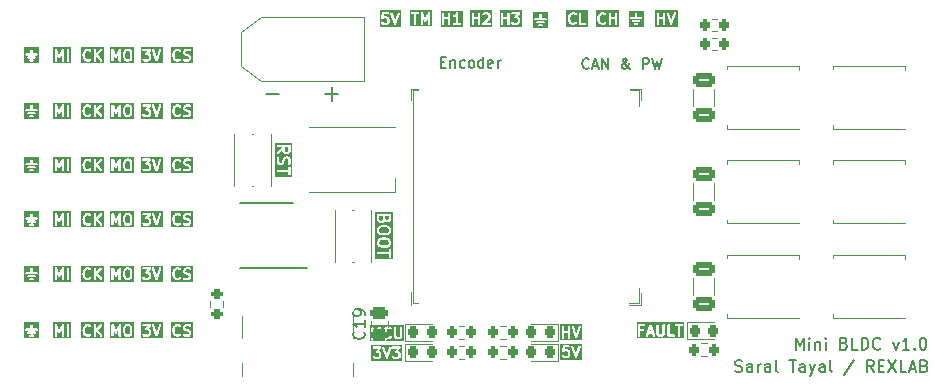
<source format=gbr>
%TF.GenerationSoftware,KiCad,Pcbnew,7.0.7*%
%TF.CreationDate,2023-10-21T19:04:04-04:00*%
%TF.ProjectId,xESC2,78455343-322e-46b6-9963-61645f706362,rev?*%
%TF.SameCoordinates,Original*%
%TF.FileFunction,Legend,Top*%
%TF.FilePolarity,Positive*%
%FSLAX46Y46*%
G04 Gerber Fmt 4.6, Leading zero omitted, Abs format (unit mm)*
G04 Created by KiCad (PCBNEW 7.0.7) date 2023-10-21 19:04:04*
%MOMM*%
%LPD*%
G01*
G04 APERTURE LIST*
G04 Aperture macros list*
%AMRoundRect*
0 Rectangle with rounded corners*
0 $1 Rounding radius*
0 $2 $3 $4 $5 $6 $7 $8 $9 X,Y pos of 4 corners*
0 Add a 4 corners polygon primitive as box body*
4,1,4,$2,$3,$4,$5,$6,$7,$8,$9,$2,$3,0*
0 Add four circle primitives for the rounded corners*
1,1,$1+$1,$2,$3*
1,1,$1+$1,$4,$5*
1,1,$1+$1,$6,$7*
1,1,$1+$1,$8,$9*
0 Add four rect primitives between the rounded corners*
20,1,$1+$1,$2,$3,$4,$5,0*
20,1,$1+$1,$4,$5,$6,$7,0*
20,1,$1+$1,$6,$7,$8,$9,0*
20,1,$1+$1,$8,$9,$2,$3,0*%
%AMFreePoly0*
4,1,17,2.675000,1.605000,1.875000,1.605000,1.875000,0.935000,2.675000,0.935000,2.675000,0.335000,1.875000,0.335000,1.875000,-0.335000,2.675000,-0.335000,2.675000,-0.935000,1.875000,-0.935000,1.875000,-1.605000,2.675000,-1.605000,2.675000,-2.205000,-1.875000,-2.205000,-1.875000,2.205000,2.675000,2.205000,2.675000,1.605000,2.675000,1.605000,$1*%
G04 Aperture macros list end*
%ADD10C,0.200000*%
%ADD11C,0.150000*%
%ADD12C,0.120000*%
%ADD13RoundRect,0.250000X0.475000X-0.250000X0.475000X0.250000X-0.475000X0.250000X-0.475000X-0.250000X0*%
%ADD14C,3.800000*%
%ADD15C,2.600000*%
%ADD16RoundRect,0.218750X-0.218750X-0.256250X0.218750X-0.256250X0.218750X0.256250X-0.218750X0.256250X0*%
%ADD17RoundRect,0.200000X0.200000X0.275000X-0.200000X0.275000X-0.200000X-0.275000X0.200000X-0.275000X0*%
%ADD18RoundRect,0.200000X-0.200000X-0.275000X0.200000X-0.275000X0.200000X0.275000X-0.200000X0.275000X0*%
%ADD19RoundRect,0.218750X0.218750X0.256250X-0.218750X0.256250X-0.218750X-0.256250X0.218750X-0.256250X0*%
%ADD20R,1.700000X1.700000*%
%ADD21O,1.700000X1.700000*%
%ADD22R,3.800000X3.800000*%
%ADD23C,4.000000*%
%ADD24RoundRect,0.249999X0.650001X-0.325001X0.650001X0.325001X-0.650001X0.325001X-0.650001X-0.325001X0*%
%ADD25FreePoly0,180.000000*%
%ADD26R,0.850000X0.500000*%
%ADD27R,1.000000X0.900000*%
%ADD28R,0.900000X1.500000*%
%ADD29R,1.500000X0.900000*%
%ADD30R,0.900000X0.900000*%
%ADD31C,0.650000*%
%ADD32R,0.600000X1.150000*%
%ADD33R,0.300000X1.150000*%
%ADD34O,1.000000X2.100000*%
%ADD35O,1.000000X1.800000*%
%ADD36RoundRect,0.200000X0.275000X-0.200000X0.275000X0.200000X-0.275000X0.200000X-0.275000X-0.200000X0*%
%ADD37R,1.050000X0.450000*%
%ADD38R,1.470000X0.895000*%
G04 APERTURE END LIST*
D10*
G36*
X249564265Y-130222314D02*
G01*
X249413178Y-130222314D01*
X249488721Y-129995683D01*
X249564265Y-130222314D01*
G37*
G36*
X252369541Y-130808028D02*
G01*
X248317292Y-130808028D01*
X248317292Y-130579457D01*
X248445863Y-130579457D01*
X248464961Y-130638236D01*
X248514961Y-130674563D01*
X248576765Y-130674563D01*
X248626765Y-130638236D01*
X248636057Y-130609636D01*
X249093383Y-130609636D01*
X249129330Y-130659910D01*
X249187962Y-130679455D01*
X249246884Y-130660803D01*
X249283589Y-130611080D01*
X249346511Y-130422314D01*
X249630931Y-130422314D01*
X249693853Y-130611079D01*
X249730558Y-130660803D01*
X249789480Y-130679454D01*
X249848112Y-130659910D01*
X249884059Y-130609636D01*
X249883589Y-130547834D01*
X249836987Y-130408028D01*
X249988721Y-130408028D01*
X249995844Y-130429951D01*
X249999278Y-130452749D01*
X250042135Y-130538463D01*
X250053508Y-130550010D01*
X250060867Y-130564453D01*
X250103725Y-130607310D01*
X250118166Y-130614668D01*
X250129715Y-130626043D01*
X250215428Y-130668900D01*
X250238226Y-130672333D01*
X250260150Y-130679457D01*
X250431578Y-130679457D01*
X250453501Y-130672333D01*
X250476299Y-130668900D01*
X250562014Y-130626043D01*
X250573562Y-130614668D01*
X250588005Y-130607310D01*
X250615857Y-130579457D01*
X250931578Y-130579457D01*
X250936472Y-130594519D01*
X250936472Y-130610359D01*
X250945781Y-130623172D01*
X250950676Y-130638236D01*
X250963489Y-130647545D01*
X250972799Y-130660359D01*
X250987862Y-130665253D01*
X251000676Y-130674563D01*
X251016515Y-130674563D01*
X251031578Y-130679457D01*
X251460150Y-130679457D01*
X251518929Y-130660359D01*
X251555256Y-130610359D01*
X251555256Y-130548555D01*
X251518929Y-130498555D01*
X251460150Y-130479457D01*
X251131578Y-130479457D01*
X251131578Y-129710359D01*
X251536472Y-129710359D01*
X251572799Y-129760359D01*
X251631578Y-129779457D01*
X251788721Y-129779457D01*
X251788721Y-130579457D01*
X251807819Y-130638236D01*
X251857819Y-130674563D01*
X251919623Y-130674563D01*
X251969623Y-130638236D01*
X251988721Y-130579457D01*
X251988721Y-129779457D01*
X252145864Y-129779457D01*
X252204643Y-129760359D01*
X252240970Y-129710359D01*
X252240970Y-129648555D01*
X252204643Y-129598555D01*
X252145864Y-129579457D01*
X251631578Y-129579457D01*
X251572799Y-129598555D01*
X251536472Y-129648555D01*
X251536472Y-129710359D01*
X251131578Y-129710359D01*
X251131578Y-129679457D01*
X251112480Y-129620678D01*
X251062480Y-129584351D01*
X251000676Y-129584351D01*
X250950676Y-129620678D01*
X250931578Y-129679457D01*
X250931578Y-130579457D01*
X250615857Y-130579457D01*
X250630862Y-130564452D01*
X250638220Y-130550009D01*
X250649593Y-130538463D01*
X250692450Y-130452750D01*
X250695883Y-130429951D01*
X250703007Y-130408028D01*
X250703007Y-129679457D01*
X250683909Y-129620678D01*
X250633909Y-129584351D01*
X250572105Y-129584351D01*
X250522105Y-129620678D01*
X250503007Y-129679457D01*
X250503007Y-130384420D01*
X250477963Y-130434507D01*
X250458056Y-130454414D01*
X250407971Y-130479457D01*
X250283757Y-130479457D01*
X250233671Y-130454414D01*
X250213764Y-130434506D01*
X250188721Y-130384420D01*
X250188721Y-129679457D01*
X250169623Y-129620678D01*
X250119623Y-129584351D01*
X250057819Y-129584351D01*
X250007819Y-129620678D01*
X249988721Y-129679457D01*
X249988721Y-130408028D01*
X249836987Y-130408028D01*
X249583589Y-129647834D01*
X249565666Y-129623555D01*
X249548112Y-129599004D01*
X249547357Y-129598752D01*
X249546884Y-129598111D01*
X249518058Y-129588986D01*
X249489480Y-129579460D01*
X249488722Y-129579699D01*
X249487962Y-129579459D01*
X249459323Y-129589005D01*
X249430558Y-129598111D01*
X249430084Y-129598752D01*
X249429330Y-129599004D01*
X249411763Y-129623571D01*
X249393853Y-129647835D01*
X249093853Y-130547834D01*
X249093383Y-130609636D01*
X248636057Y-130609636D01*
X248645863Y-130579457D01*
X248645863Y-130208028D01*
X248845863Y-130208028D01*
X248904642Y-130188930D01*
X248940969Y-130138930D01*
X248940969Y-130077126D01*
X248904642Y-130027126D01*
X248845863Y-130008028D01*
X248645863Y-130008028D01*
X248645863Y-129779457D01*
X248974435Y-129779457D01*
X249033214Y-129760359D01*
X249069541Y-129710359D01*
X249069541Y-129648555D01*
X249033214Y-129598555D01*
X248974435Y-129579457D01*
X248545863Y-129579457D01*
X248530800Y-129584351D01*
X248514961Y-129584351D01*
X248502147Y-129593660D01*
X248487084Y-129598555D01*
X248477774Y-129611368D01*
X248464961Y-129620678D01*
X248460066Y-129635741D01*
X248450757Y-129648555D01*
X248450756Y-129664394D01*
X248445863Y-129679457D01*
X248445863Y-130579457D01*
X248317292Y-130579457D01*
X248317292Y-129450886D01*
X252369541Y-129450886D01*
X252369541Y-130808028D01*
G37*
G36*
X227238797Y-122507588D02*
G01*
X227302976Y-122571767D01*
X227332780Y-122631374D01*
X227332780Y-122774637D01*
X227302976Y-122834244D01*
X227238796Y-122898424D01*
X227087137Y-122936339D01*
X226778423Y-122936339D01*
X226626764Y-122898424D01*
X226562583Y-122834243D01*
X226532780Y-122774637D01*
X226532780Y-122631374D01*
X226562583Y-122571768D01*
X226626764Y-122507587D01*
X226778423Y-122469673D01*
X227087137Y-122469673D01*
X227238797Y-122507588D01*
G37*
G36*
X227238797Y-121459969D02*
G01*
X227302975Y-121524147D01*
X227332780Y-121583756D01*
X227332780Y-121727018D01*
X227302976Y-121786625D01*
X227238797Y-121850804D01*
X227087137Y-121888720D01*
X226778423Y-121888720D01*
X226626764Y-121850805D01*
X226562583Y-121786624D01*
X226532780Y-121727018D01*
X226532780Y-121583755D01*
X226562583Y-121524149D01*
X226626764Y-121459968D01*
X226778423Y-121422054D01*
X227087137Y-121422054D01*
X227238797Y-121459969D01*
G37*
G36*
X226856589Y-120686779D02*
G01*
X226821568Y-120791844D01*
X226802116Y-120811295D01*
X226742507Y-120841101D01*
X226646864Y-120841101D01*
X226587254Y-120811296D01*
X226562583Y-120786625D01*
X226532780Y-120727018D01*
X226532780Y-120469673D01*
X226856590Y-120469673D01*
X226856589Y-120686779D01*
G37*
G36*
X227332780Y-120679399D02*
G01*
X227302975Y-120739008D01*
X227278306Y-120763676D01*
X227218697Y-120793482D01*
X227170673Y-120793482D01*
X227111063Y-120763677D01*
X227086395Y-120739008D01*
X227056590Y-120679398D01*
X227056590Y-120469673D01*
X227332780Y-120469673D01*
X227332780Y-120679399D01*
G37*
G36*
X227675637Y-124131445D02*
G01*
X226189923Y-124131445D01*
X226189923Y-123638670D01*
X226337674Y-123638670D01*
X226374001Y-123688670D01*
X226432780Y-123707768D01*
X227332780Y-123707768D01*
X227332780Y-123893482D01*
X227351878Y-123952261D01*
X227401878Y-123988588D01*
X227463682Y-123988588D01*
X227513682Y-123952261D01*
X227532780Y-123893482D01*
X227532780Y-123322054D01*
X227513682Y-123263275D01*
X227463682Y-123226948D01*
X227401878Y-123226948D01*
X227351878Y-123263275D01*
X227332780Y-123322054D01*
X227332780Y-123507768D01*
X226432780Y-123507768D01*
X226374001Y-123526866D01*
X226337674Y-123576866D01*
X226337674Y-123638670D01*
X226189923Y-123638670D01*
X226189923Y-122798244D01*
X226332780Y-122798244D01*
X226339904Y-122820170D01*
X226343338Y-122842966D01*
X226390958Y-122938204D01*
X226402330Y-122949750D01*
X226409689Y-122964193D01*
X226504927Y-123059431D01*
X226528735Y-123071561D01*
X226551384Y-123085734D01*
X226741860Y-123133353D01*
X226754276Y-123132492D01*
X226766114Y-123136339D01*
X227099447Y-123136339D01*
X227111284Y-123132492D01*
X227123701Y-123133353D01*
X227314176Y-123085734D01*
X227336824Y-123071562D01*
X227360634Y-123059431D01*
X227455872Y-122964193D01*
X227463230Y-122949750D01*
X227474604Y-122938203D01*
X227522223Y-122842966D01*
X227525656Y-122820167D01*
X227532780Y-122798244D01*
X227532780Y-122607768D01*
X227525656Y-122585844D01*
X227522223Y-122563046D01*
X227474604Y-122467809D01*
X227463230Y-122456261D01*
X227455872Y-122441819D01*
X227360634Y-122346581D01*
X227336824Y-122334449D01*
X227314176Y-122320278D01*
X227123701Y-122272659D01*
X227111284Y-122273519D01*
X227099447Y-122269673D01*
X226766114Y-122269673D01*
X226754276Y-122273519D01*
X226741860Y-122272659D01*
X226551384Y-122320278D01*
X226528735Y-122334450D01*
X226504927Y-122346581D01*
X226409689Y-122441819D01*
X226402330Y-122456261D01*
X226390958Y-122467808D01*
X226343338Y-122563046D01*
X226339904Y-122585841D01*
X226332780Y-122607768D01*
X226332780Y-122798244D01*
X226189923Y-122798244D01*
X226189923Y-121750625D01*
X226332780Y-121750625D01*
X226339904Y-121772551D01*
X226343338Y-121795347D01*
X226390958Y-121890585D01*
X226402330Y-121902131D01*
X226409689Y-121916574D01*
X226504927Y-122011812D01*
X226528735Y-122023942D01*
X226551384Y-122038115D01*
X226741860Y-122085734D01*
X226754276Y-122084873D01*
X226766114Y-122088720D01*
X227099447Y-122088720D01*
X227111284Y-122084873D01*
X227123701Y-122085734D01*
X227314176Y-122038115D01*
X227336824Y-122023943D01*
X227360634Y-122011812D01*
X227455872Y-121916574D01*
X227463230Y-121902131D01*
X227474604Y-121890584D01*
X227522223Y-121795347D01*
X227525656Y-121772548D01*
X227532780Y-121750625D01*
X227532780Y-121560149D01*
X227525656Y-121538225D01*
X227522223Y-121515427D01*
X227474604Y-121420190D01*
X227463230Y-121408642D01*
X227455872Y-121394200D01*
X227360634Y-121298962D01*
X227336824Y-121286830D01*
X227314176Y-121272659D01*
X227123701Y-121225040D01*
X227111284Y-121225900D01*
X227099447Y-121222054D01*
X226766114Y-121222054D01*
X226754276Y-121225900D01*
X226741860Y-121225040D01*
X226551384Y-121272659D01*
X226528735Y-121286831D01*
X226504927Y-121298962D01*
X226409689Y-121394200D01*
X226402330Y-121408642D01*
X226390958Y-121420189D01*
X226343338Y-121515427D01*
X226339904Y-121538222D01*
X226332780Y-121560149D01*
X226332780Y-121750625D01*
X226189923Y-121750625D01*
X226189923Y-120750625D01*
X226332780Y-120750625D01*
X226339904Y-120772551D01*
X226343338Y-120795347D01*
X226390958Y-120890585D01*
X226402330Y-120902131D01*
X226409689Y-120916574D01*
X226457308Y-120964192D01*
X226471749Y-120971550D01*
X226483298Y-120982925D01*
X226578535Y-121030544D01*
X226601333Y-121033977D01*
X226623257Y-121041101D01*
X226766114Y-121041101D01*
X226788037Y-121033977D01*
X226810835Y-121030544D01*
X226906073Y-120982925D01*
X226917620Y-120971551D01*
X226932063Y-120964193D01*
X226979681Y-120916574D01*
X226980166Y-120915622D01*
X226981117Y-120916573D01*
X226995558Y-120923931D01*
X227007107Y-120935306D01*
X227102344Y-120982925D01*
X227125142Y-120986358D01*
X227147066Y-120993482D01*
X227242304Y-120993482D01*
X227264227Y-120986358D01*
X227287025Y-120982925D01*
X227382263Y-120935306D01*
X227393810Y-120923932D01*
X227408253Y-120916574D01*
X227455871Y-120868955D01*
X227463229Y-120854513D01*
X227474604Y-120842965D01*
X227522223Y-120747728D01*
X227525656Y-120724929D01*
X227532780Y-120703006D01*
X227532780Y-120369673D01*
X227527886Y-120354610D01*
X227527886Y-120338771D01*
X227518576Y-120325957D01*
X227513682Y-120310894D01*
X227500868Y-120301584D01*
X227491559Y-120288771D01*
X227476495Y-120283876D01*
X227463682Y-120274567D01*
X227447843Y-120274567D01*
X227432780Y-120269673D01*
X226432780Y-120269673D01*
X226417717Y-120274567D01*
X226401878Y-120274567D01*
X226389064Y-120283876D01*
X226374001Y-120288771D01*
X226364691Y-120301584D01*
X226351878Y-120310894D01*
X226346983Y-120325957D01*
X226337674Y-120338771D01*
X226337674Y-120354610D01*
X226332780Y-120369673D01*
X226332780Y-120750625D01*
X226189923Y-120750625D01*
X226189923Y-120126816D01*
X227675637Y-120126816D01*
X227675637Y-124131445D01*
G37*
G36*
X243698344Y-132608028D02*
G01*
X241874931Y-132608028D01*
X241874931Y-131898078D01*
X242003502Y-131898078D01*
X242009498Y-131925602D01*
X242013905Y-131953427D01*
X242016020Y-131955542D01*
X242016657Y-131958465D01*
X242037687Y-131977209D01*
X242057607Y-131997129D01*
X242060561Y-131997596D01*
X242062794Y-131999587D01*
X242090826Y-132002390D01*
X242118649Y-132006797D01*
X242121313Y-132005439D01*
X242124291Y-132005737D01*
X242148619Y-131991526D01*
X242173717Y-131978739D01*
X242205099Y-131947356D01*
X242255185Y-131922314D01*
X242422256Y-131922314D01*
X242472341Y-131947356D01*
X242492250Y-131967265D01*
X242517292Y-132017349D01*
X242517292Y-132184421D01*
X242492249Y-132234506D01*
X242472341Y-132254414D01*
X242422256Y-132279457D01*
X242255185Y-132279457D01*
X242205100Y-132254415D01*
X242173718Y-132223032D01*
X242118650Y-132194973D01*
X242057608Y-132204640D01*
X242013905Y-132248342D01*
X242004236Y-132309384D01*
X242032294Y-132364452D01*
X242075152Y-132407310D01*
X242089592Y-132414668D01*
X242101142Y-132426043D01*
X242186857Y-132468900D01*
X242209654Y-132472333D01*
X242231578Y-132479457D01*
X242445863Y-132479457D01*
X242467786Y-132472333D01*
X242490584Y-132468900D01*
X242576299Y-132426043D01*
X242587847Y-132414668D01*
X242602290Y-132407310D01*
X242645147Y-132364452D01*
X242652505Y-132350009D01*
X242663878Y-132338463D01*
X242706735Y-132252750D01*
X242710168Y-132229951D01*
X242717292Y-132208028D01*
X242717292Y-131993742D01*
X242710168Y-131971818D01*
X242706735Y-131949020D01*
X242663878Y-131863307D01*
X242652504Y-131851759D01*
X242645146Y-131837317D01*
X242602289Y-131794460D01*
X242587846Y-131787101D01*
X242576299Y-131775728D01*
X242490584Y-131732871D01*
X242467786Y-131729437D01*
X242445863Y-131722314D01*
X242231578Y-131722314D01*
X242221757Y-131725504D01*
X242236362Y-131579457D01*
X242574435Y-131579457D01*
X242633214Y-131560359D01*
X242669541Y-131510359D01*
X242669541Y-131449278D01*
X242779097Y-131449278D01*
X242779567Y-131511080D01*
X243079567Y-132411079D01*
X243097477Y-132435342D01*
X243115044Y-132459910D01*
X243115798Y-132460161D01*
X243116272Y-132460803D01*
X243145037Y-132469908D01*
X243173676Y-132479455D01*
X243174436Y-132479214D01*
X243175194Y-132479454D01*
X243203772Y-132469927D01*
X243232598Y-132460803D01*
X243233071Y-132460161D01*
X243233826Y-132459910D01*
X243251380Y-132435358D01*
X243269303Y-132411080D01*
X243569303Y-131511080D01*
X243569773Y-131449278D01*
X243533826Y-131399004D01*
X243475194Y-131379460D01*
X243416272Y-131398111D01*
X243379567Y-131447835D01*
X243174435Y-132063230D01*
X242969303Y-131447834D01*
X242932598Y-131398111D01*
X242873676Y-131379459D01*
X242815044Y-131399004D01*
X242779097Y-131449278D01*
X242669541Y-131449278D01*
X242669541Y-131448555D01*
X242633214Y-131398555D01*
X242574435Y-131379457D01*
X242145863Y-131379457D01*
X242135462Y-131382836D01*
X242124578Y-131381748D01*
X242106733Y-131392170D01*
X242087084Y-131398555D01*
X242080656Y-131407402D01*
X242071211Y-131412919D01*
X242062901Y-131431839D01*
X242050757Y-131448555D01*
X242050757Y-131459491D01*
X242046359Y-131469506D01*
X242003502Y-131898078D01*
X241874931Y-131898078D01*
X241874931Y-131250886D01*
X243698344Y-131250886D01*
X243698344Y-132608028D01*
G37*
G36*
X243734058Y-130958026D02*
G01*
X241867292Y-130958026D01*
X241867292Y-130729457D01*
X241995863Y-130729457D01*
X242014961Y-130788236D01*
X242064961Y-130824563D01*
X242126765Y-130824563D01*
X242176765Y-130788236D01*
X242195863Y-130729457D01*
X242195863Y-130358028D01*
X242510149Y-130358028D01*
X242510149Y-130729457D01*
X242529247Y-130788236D01*
X242579247Y-130824563D01*
X242641051Y-130824563D01*
X242691051Y-130788236D01*
X242710149Y-130729457D01*
X242710149Y-129829457D01*
X242700343Y-129799278D01*
X242814811Y-129799278D01*
X242815281Y-129861080D01*
X243115281Y-130761079D01*
X243133191Y-130785342D01*
X243150758Y-130809910D01*
X243151512Y-130810161D01*
X243151986Y-130810803D01*
X243180751Y-130819908D01*
X243209390Y-130829455D01*
X243210150Y-130829214D01*
X243210908Y-130829454D01*
X243239486Y-130819927D01*
X243268312Y-130810803D01*
X243268785Y-130810161D01*
X243269540Y-130809910D01*
X243287094Y-130785358D01*
X243305017Y-130761080D01*
X243605017Y-129861080D01*
X243605487Y-129799278D01*
X243569540Y-129749004D01*
X243510908Y-129729460D01*
X243451986Y-129748111D01*
X243415281Y-129797835D01*
X243210149Y-130413230D01*
X243005017Y-129797834D01*
X242968312Y-129748111D01*
X242909390Y-129729459D01*
X242850758Y-129749004D01*
X242814811Y-129799278D01*
X242700343Y-129799278D01*
X242691051Y-129770678D01*
X242641051Y-129734351D01*
X242579247Y-129734351D01*
X242529247Y-129770678D01*
X242510149Y-129829457D01*
X242510149Y-130158028D01*
X242195863Y-130158028D01*
X242195863Y-129829457D01*
X242176765Y-129770678D01*
X242126765Y-129734351D01*
X242064961Y-129734351D01*
X242014961Y-129770678D01*
X241995863Y-129829457D01*
X241995863Y-130729457D01*
X241867292Y-130729457D01*
X241867292Y-129600888D01*
X243734058Y-129600888D01*
X243734058Y-130958026D01*
G37*
G36*
X228617291Y-131008028D02*
G01*
X225717292Y-131008028D01*
X225717292Y-130779457D01*
X225845863Y-130779457D01*
X225864961Y-130838236D01*
X225914961Y-130874563D01*
X225976765Y-130874563D01*
X226026765Y-130838236D01*
X226045863Y-130779457D01*
X226045863Y-130330213D01*
X226155245Y-130564603D01*
X226168339Y-130578636D01*
X226177641Y-130595429D01*
X226188917Y-130600691D01*
X226197408Y-130609791D01*
X226216255Y-130613448D01*
X226233647Y-130621565D01*
X226245860Y-130619194D01*
X226258079Y-130621566D01*
X226275475Y-130613447D01*
X226294318Y-130609791D01*
X226302806Y-130600693D01*
X226314085Y-130595430D01*
X226323387Y-130578635D01*
X226336481Y-130564603D01*
X226445863Y-130330212D01*
X226445863Y-130779457D01*
X226464961Y-130838236D01*
X226514961Y-130874563D01*
X226576765Y-130874563D01*
X226626765Y-130838236D01*
X226645863Y-130779457D01*
X226645863Y-130393742D01*
X226831577Y-130393742D01*
X226835423Y-130405579D01*
X226834563Y-130417995D01*
X226877420Y-130589425D01*
X226883331Y-130598871D01*
X226884991Y-130609892D01*
X226927848Y-130695606D01*
X226939221Y-130707153D01*
X226946580Y-130721596D01*
X227032295Y-130807310D01*
X227052834Y-130817775D01*
X227071383Y-130831468D01*
X227199954Y-130874325D01*
X227216161Y-130874448D01*
X227231577Y-130879457D01*
X227317291Y-130879457D01*
X227332706Y-130874448D01*
X227348914Y-130874325D01*
X227477486Y-130831468D01*
X227496032Y-130817776D01*
X227516575Y-130807310D01*
X227559432Y-130764452D01*
X227587490Y-130709384D01*
X227577821Y-130648342D01*
X227537506Y-130608028D01*
X227774434Y-130608028D01*
X227781557Y-130629951D01*
X227784991Y-130652749D01*
X227827848Y-130738463D01*
X227839221Y-130750010D01*
X227846580Y-130764453D01*
X227889438Y-130807310D01*
X227903879Y-130814668D01*
X227915428Y-130826043D01*
X228001141Y-130868900D01*
X228023939Y-130872333D01*
X228045863Y-130879457D01*
X228217291Y-130879457D01*
X228239214Y-130872333D01*
X228262012Y-130868900D01*
X228347727Y-130826043D01*
X228359275Y-130814668D01*
X228373718Y-130807310D01*
X228416575Y-130764452D01*
X228423933Y-130750009D01*
X228435306Y-130738463D01*
X228478163Y-130652750D01*
X228481596Y-130629951D01*
X228488720Y-130608028D01*
X228488720Y-129879457D01*
X228469622Y-129820678D01*
X228419622Y-129784351D01*
X228357818Y-129784351D01*
X228307818Y-129820678D01*
X228288720Y-129879457D01*
X228288720Y-130584421D01*
X228263677Y-130634507D01*
X228243769Y-130654414D01*
X228193684Y-130679457D01*
X228069470Y-130679457D01*
X228019384Y-130654414D01*
X227999477Y-130634506D01*
X227974434Y-130584420D01*
X227974434Y-129879457D01*
X227955336Y-129820678D01*
X227905336Y-129784351D01*
X227843532Y-129784351D01*
X227793532Y-129820678D01*
X227774434Y-129879457D01*
X227774434Y-130608028D01*
X227537506Y-130608028D01*
X227534118Y-130604640D01*
X227473076Y-130594973D01*
X227418009Y-130623032D01*
X227391844Y-130649196D01*
X227301064Y-130679457D01*
X227247804Y-130679457D01*
X227157024Y-130649197D01*
X227099476Y-130591649D01*
X227068784Y-130530265D01*
X227031577Y-130381433D01*
X227031577Y-130277479D01*
X227068784Y-130128647D01*
X227099477Y-130067262D01*
X227157024Y-130009716D01*
X227247804Y-129979457D01*
X227301064Y-129979457D01*
X227391844Y-130009717D01*
X227418009Y-130035882D01*
X227473077Y-130063940D01*
X227534119Y-130054272D01*
X227577821Y-130010570D01*
X227587489Y-129949528D01*
X227559431Y-129894460D01*
X227516574Y-129851603D01*
X227496032Y-129841136D01*
X227477486Y-129827446D01*
X227348914Y-129784589D01*
X227332706Y-129784465D01*
X227317291Y-129779457D01*
X227231577Y-129779457D01*
X227216161Y-129784465D01*
X227199954Y-129784589D01*
X227071383Y-129827446D01*
X227052836Y-129841137D01*
X227032296Y-129851603D01*
X226946581Y-129937317D01*
X226939222Y-129951758D01*
X226927848Y-129963307D01*
X226884991Y-130049021D01*
X226883331Y-130060041D01*
X226877420Y-130069488D01*
X226834563Y-130240918D01*
X226835423Y-130253333D01*
X226831577Y-130265171D01*
X226831577Y-130393742D01*
X226645863Y-130393742D01*
X226645863Y-129879457D01*
X226642834Y-129870135D01*
X226644032Y-129860405D01*
X226633487Y-129841369D01*
X226626765Y-129820678D01*
X226618835Y-129814916D01*
X226614085Y-129806341D01*
X226594366Y-129797138D01*
X226576765Y-129784351D01*
X226566963Y-129784351D01*
X226558079Y-129780205D01*
X226536717Y-129784351D01*
X226514961Y-129784351D01*
X226507031Y-129790112D01*
X226497408Y-129791980D01*
X226482564Y-129807888D01*
X226464961Y-129820678D01*
X226461931Y-129830001D01*
X226455245Y-129837168D01*
X226245862Y-130285843D01*
X226036481Y-129837168D01*
X226029794Y-129830001D01*
X226026765Y-129820678D01*
X226009161Y-129807888D01*
X225994318Y-129791980D01*
X225984695Y-129790112D01*
X225976765Y-129784351D01*
X225955006Y-129784351D01*
X225933647Y-129780206D01*
X225924765Y-129784351D01*
X225914961Y-129784351D01*
X225897356Y-129797141D01*
X225877641Y-129806342D01*
X225872891Y-129814916D01*
X225864961Y-129820678D01*
X225858237Y-129841370D01*
X225847694Y-129860405D01*
X225848891Y-129870135D01*
X225845863Y-129879457D01*
X225845863Y-130779457D01*
X225717292Y-130779457D01*
X225717292Y-129650886D01*
X228617291Y-129650886D01*
X228617291Y-131008028D01*
G37*
G36*
X228474435Y-132708028D02*
G01*
X225832808Y-132708028D01*
X225832808Y-132409384D01*
X225961379Y-132409384D01*
X225989437Y-132464452D01*
X226032295Y-132507310D01*
X226046736Y-132514668D01*
X226058285Y-132526043D01*
X226143998Y-132568900D01*
X226166796Y-132572333D01*
X226188720Y-132579457D01*
X226445863Y-132579457D01*
X226467786Y-132572333D01*
X226490584Y-132568900D01*
X226576299Y-132526043D01*
X226587847Y-132514668D01*
X226602290Y-132507310D01*
X226645147Y-132464452D01*
X226652505Y-132450009D01*
X226663878Y-132438463D01*
X226706735Y-132352750D01*
X226710168Y-132329951D01*
X226717292Y-132308028D01*
X226717292Y-132093742D01*
X226710168Y-132071818D01*
X226706735Y-132049020D01*
X226663878Y-131963307D01*
X226652504Y-131951759D01*
X226645146Y-131937317D01*
X226602289Y-131894460D01*
X226587846Y-131887101D01*
X226576299Y-131875728D01*
X226516912Y-131846035D01*
X226692550Y-131645307D01*
X226700510Y-131626720D01*
X226712398Y-131610359D01*
X226712398Y-131598966D01*
X226716883Y-131588495D01*
X226712398Y-131568776D01*
X226712398Y-131549278D01*
X226779097Y-131549278D01*
X226779567Y-131611080D01*
X227079567Y-132511079D01*
X227097477Y-132535342D01*
X227115044Y-132559910D01*
X227115798Y-132560161D01*
X227116272Y-132560803D01*
X227145037Y-132569908D01*
X227173676Y-132579455D01*
X227174436Y-132579214D01*
X227175194Y-132579454D01*
X227203772Y-132569927D01*
X227232598Y-132560803D01*
X227233071Y-132560161D01*
X227233826Y-132559910D01*
X227251380Y-132535358D01*
X227269303Y-132511080D01*
X227303202Y-132409384D01*
X227589951Y-132409384D01*
X227618009Y-132464452D01*
X227660867Y-132507310D01*
X227675308Y-132514668D01*
X227686857Y-132526043D01*
X227772570Y-132568900D01*
X227795368Y-132572333D01*
X227817292Y-132579457D01*
X228074435Y-132579457D01*
X228096358Y-132572333D01*
X228119156Y-132568900D01*
X228204871Y-132526043D01*
X228216419Y-132514668D01*
X228230862Y-132507310D01*
X228273719Y-132464452D01*
X228281077Y-132450009D01*
X228292450Y-132438463D01*
X228335307Y-132352750D01*
X228338740Y-132329951D01*
X228345864Y-132308028D01*
X228345864Y-132093742D01*
X228338740Y-132071818D01*
X228335307Y-132049020D01*
X228292450Y-131963307D01*
X228281076Y-131951759D01*
X228273718Y-131937317D01*
X228230861Y-131894460D01*
X228216418Y-131887101D01*
X228204871Y-131875728D01*
X228145484Y-131846035D01*
X228321122Y-131645307D01*
X228329082Y-131626720D01*
X228340970Y-131610359D01*
X228340969Y-131598966D01*
X228345455Y-131588495D01*
X228340970Y-131568776D01*
X228340970Y-131548555D01*
X228334274Y-131539339D01*
X228331748Y-131528231D01*
X228316528Y-131514913D01*
X228304643Y-131498555D01*
X228293809Y-131495035D01*
X228285236Y-131487533D01*
X228265093Y-131485704D01*
X228245864Y-131479457D01*
X227688721Y-131479457D01*
X227629942Y-131498555D01*
X227593615Y-131548555D01*
X227593615Y-131610359D01*
X227629942Y-131660359D01*
X227688721Y-131679457D01*
X228025487Y-131679457D01*
X227870606Y-131856464D01*
X227862644Y-131875051D01*
X227850758Y-131891412D01*
X227850758Y-131902803D01*
X227846273Y-131913275D01*
X227850758Y-131932993D01*
X227850758Y-131953216D01*
X227857453Y-131962431D01*
X227859980Y-131973539D01*
X227875198Y-131986855D01*
X227887085Y-132003216D01*
X227897918Y-132006735D01*
X227906492Y-132014238D01*
X227926634Y-132016065D01*
X227945864Y-132022314D01*
X228050828Y-132022314D01*
X228100913Y-132047356D01*
X228120822Y-132067265D01*
X228145864Y-132117348D01*
X228145864Y-132284421D01*
X228120821Y-132334506D01*
X228100913Y-132354414D01*
X228050828Y-132379457D01*
X227840899Y-132379457D01*
X227790815Y-132354415D01*
X227759433Y-132323032D01*
X227704365Y-132294973D01*
X227643323Y-132304640D01*
X227599620Y-132348342D01*
X227589951Y-132409384D01*
X227303202Y-132409384D01*
X227569303Y-131611080D01*
X227569773Y-131549278D01*
X227533826Y-131499004D01*
X227475194Y-131479460D01*
X227416272Y-131498111D01*
X227379567Y-131547835D01*
X227174435Y-132163230D01*
X226969303Y-131547834D01*
X226932598Y-131498111D01*
X226873676Y-131479459D01*
X226815044Y-131499004D01*
X226779097Y-131549278D01*
X226712398Y-131549278D01*
X226712398Y-131548555D01*
X226705702Y-131539339D01*
X226703176Y-131528231D01*
X226687956Y-131514913D01*
X226676071Y-131498555D01*
X226665237Y-131495035D01*
X226656664Y-131487533D01*
X226636521Y-131485704D01*
X226617292Y-131479457D01*
X226060149Y-131479457D01*
X226001370Y-131498555D01*
X225965043Y-131548555D01*
X225965043Y-131610359D01*
X226001370Y-131660359D01*
X226060149Y-131679457D01*
X226396915Y-131679457D01*
X226242034Y-131856464D01*
X226234072Y-131875051D01*
X226222186Y-131891412D01*
X226222185Y-131902803D01*
X226217701Y-131913275D01*
X226222186Y-131932993D01*
X226222186Y-131953216D01*
X226228881Y-131962431D01*
X226231408Y-131973539D01*
X226246626Y-131986855D01*
X226258513Y-132003216D01*
X226269346Y-132006735D01*
X226277920Y-132014238D01*
X226298062Y-132016065D01*
X226317292Y-132022314D01*
X226422256Y-132022314D01*
X226472341Y-132047356D01*
X226492250Y-132067264D01*
X226517292Y-132117349D01*
X226517292Y-132284420D01*
X226492249Y-132334507D01*
X226472341Y-132354414D01*
X226422256Y-132379457D01*
X226212327Y-132379457D01*
X226162243Y-132354415D01*
X226130861Y-132323032D01*
X226075793Y-132294973D01*
X226014751Y-132304640D01*
X225971048Y-132348342D01*
X225961379Y-132409384D01*
X225832808Y-132409384D01*
X225832808Y-131350886D01*
X228474435Y-131350886D01*
X228474435Y-132708028D01*
G37*
G36*
X208198344Y-130808028D02*
G01*
X206332808Y-130808028D01*
X206332808Y-130509384D01*
X206461379Y-130509384D01*
X206489437Y-130564452D01*
X206532295Y-130607310D01*
X206546736Y-130614668D01*
X206558285Y-130626043D01*
X206643998Y-130668900D01*
X206666796Y-130672333D01*
X206688720Y-130679457D01*
X206945863Y-130679457D01*
X206967786Y-130672333D01*
X206990584Y-130668900D01*
X207076299Y-130626043D01*
X207087847Y-130614668D01*
X207102290Y-130607310D01*
X207145147Y-130564452D01*
X207152505Y-130550009D01*
X207163878Y-130538463D01*
X207206735Y-130452750D01*
X207210168Y-130429951D01*
X207217292Y-130408028D01*
X207217292Y-130193742D01*
X207210168Y-130171818D01*
X207206735Y-130149020D01*
X207163878Y-130063307D01*
X207152504Y-130051759D01*
X207145146Y-130037317D01*
X207102289Y-129994460D01*
X207087846Y-129987101D01*
X207076299Y-129975728D01*
X207016912Y-129946035D01*
X207192550Y-129745307D01*
X207200510Y-129726720D01*
X207212398Y-129710359D01*
X207212398Y-129698966D01*
X207216883Y-129688495D01*
X207212398Y-129668776D01*
X207212398Y-129649278D01*
X207279097Y-129649278D01*
X207279567Y-129711080D01*
X207579567Y-130611079D01*
X207597477Y-130635342D01*
X207615044Y-130659910D01*
X207615798Y-130660161D01*
X207616272Y-130660803D01*
X207645037Y-130669908D01*
X207673676Y-130679455D01*
X207674436Y-130679214D01*
X207675194Y-130679454D01*
X207703772Y-130669927D01*
X207732598Y-130660803D01*
X207733071Y-130660161D01*
X207733826Y-130659910D01*
X207751380Y-130635358D01*
X207769303Y-130611080D01*
X208069303Y-129711080D01*
X208069773Y-129649278D01*
X208033826Y-129599004D01*
X207975194Y-129579460D01*
X207916272Y-129598111D01*
X207879567Y-129647835D01*
X207674435Y-130263230D01*
X207469303Y-129647834D01*
X207432598Y-129598111D01*
X207373676Y-129579459D01*
X207315044Y-129599004D01*
X207279097Y-129649278D01*
X207212398Y-129649278D01*
X207212398Y-129648555D01*
X207205702Y-129639339D01*
X207203176Y-129628231D01*
X207187956Y-129614913D01*
X207176071Y-129598555D01*
X207165237Y-129595035D01*
X207156664Y-129587533D01*
X207136521Y-129585704D01*
X207117292Y-129579457D01*
X206560149Y-129579457D01*
X206501370Y-129598555D01*
X206465043Y-129648555D01*
X206465043Y-129710359D01*
X206501370Y-129760359D01*
X206560149Y-129779457D01*
X206896915Y-129779457D01*
X206742034Y-129956464D01*
X206734072Y-129975051D01*
X206722186Y-129991412D01*
X206722185Y-130002803D01*
X206717701Y-130013275D01*
X206722186Y-130032993D01*
X206722186Y-130053216D01*
X206728881Y-130062431D01*
X206731408Y-130073539D01*
X206746626Y-130086855D01*
X206758513Y-130103216D01*
X206769346Y-130106735D01*
X206777920Y-130114238D01*
X206798062Y-130116065D01*
X206817292Y-130122314D01*
X206922256Y-130122314D01*
X206972341Y-130147356D01*
X206992250Y-130167264D01*
X207017292Y-130217348D01*
X207017292Y-130384421D01*
X206992248Y-130434507D01*
X206972341Y-130454414D01*
X206922256Y-130479457D01*
X206712327Y-130479457D01*
X206662243Y-130454415D01*
X206630861Y-130423032D01*
X206575793Y-130394973D01*
X206514751Y-130404640D01*
X206471048Y-130448342D01*
X206461379Y-130509384D01*
X206332808Y-130509384D01*
X206332808Y-129450886D01*
X208198344Y-129450886D01*
X208198344Y-130808028D01*
G37*
G36*
X203188709Y-130808028D02*
G01*
X201274435Y-130808028D01*
X201274435Y-130193742D01*
X201403006Y-130193742D01*
X201406852Y-130205579D01*
X201405992Y-130217995D01*
X201448849Y-130389425D01*
X201454760Y-130398871D01*
X201456420Y-130409892D01*
X201499277Y-130495606D01*
X201510650Y-130507153D01*
X201518009Y-130521596D01*
X201603724Y-130607310D01*
X201624263Y-130617775D01*
X201642812Y-130631468D01*
X201771383Y-130674325D01*
X201787590Y-130674448D01*
X201803006Y-130679457D01*
X201888720Y-130679457D01*
X201904135Y-130674448D01*
X201920343Y-130674325D01*
X202048915Y-130631468D01*
X202067461Y-130617776D01*
X202088004Y-130607310D01*
X202115856Y-130579457D01*
X202345863Y-130579457D01*
X202364961Y-130638236D01*
X202414961Y-130674563D01*
X202476765Y-130674563D01*
X202526765Y-130638236D01*
X202545863Y-130579457D01*
X202545863Y-130235164D01*
X202563615Y-130217411D01*
X202880149Y-130639457D01*
X202930695Y-130675021D01*
X202992491Y-130674083D01*
X203041934Y-130637000D01*
X203060138Y-130577939D01*
X203040149Y-130519457D01*
X202706472Y-130074554D01*
X203030860Y-129750167D01*
X203058919Y-129695100D01*
X203049250Y-129634058D01*
X203005549Y-129590356D01*
X202944506Y-129580687D01*
X202889439Y-129608746D01*
X202545863Y-129952320D01*
X202545863Y-129679457D01*
X202526765Y-129620678D01*
X202476765Y-129584351D01*
X202414961Y-129584351D01*
X202364961Y-129620678D01*
X202345863Y-129679457D01*
X202345863Y-130579457D01*
X202115856Y-130579457D01*
X202130861Y-130564452D01*
X202158919Y-130509384D01*
X202149250Y-130448342D01*
X202105547Y-130404640D01*
X202044505Y-130394973D01*
X201989438Y-130423032D01*
X201963273Y-130449196D01*
X201872493Y-130479457D01*
X201819233Y-130479457D01*
X201728453Y-130449197D01*
X201670905Y-130391649D01*
X201640213Y-130330265D01*
X201603006Y-130181433D01*
X201603006Y-130077479D01*
X201640213Y-129928647D01*
X201670906Y-129867262D01*
X201728453Y-129809716D01*
X201819233Y-129779457D01*
X201872493Y-129779457D01*
X201963273Y-129809717D01*
X201989438Y-129835882D01*
X202044506Y-129863940D01*
X202105548Y-129854272D01*
X202149250Y-129810570D01*
X202158918Y-129749528D01*
X202130860Y-129694460D01*
X202088003Y-129651603D01*
X202067461Y-129641136D01*
X202048915Y-129627446D01*
X201920343Y-129584589D01*
X201904135Y-129584465D01*
X201888720Y-129579457D01*
X201803006Y-129579457D01*
X201787590Y-129584465D01*
X201771383Y-129584589D01*
X201642812Y-129627446D01*
X201624265Y-129641137D01*
X201603725Y-129651603D01*
X201518010Y-129737317D01*
X201510651Y-129751758D01*
X201499277Y-129763307D01*
X201456420Y-129849021D01*
X201454760Y-129860041D01*
X201448849Y-129869488D01*
X201405992Y-130040918D01*
X201406852Y-130053333D01*
X201403006Y-130065171D01*
X201403006Y-130193742D01*
X201274435Y-130193742D01*
X201274435Y-129450886D01*
X203188709Y-129450886D01*
X203188709Y-130808028D01*
G37*
G36*
X210745863Y-130808028D02*
G01*
X208874435Y-130808028D01*
X208874435Y-130193742D01*
X209003006Y-130193742D01*
X209006852Y-130205579D01*
X209005992Y-130217995D01*
X209048849Y-130389425D01*
X209054760Y-130398871D01*
X209056420Y-130409892D01*
X209099277Y-130495606D01*
X209110650Y-130507153D01*
X209118009Y-130521596D01*
X209203724Y-130607310D01*
X209224263Y-130617775D01*
X209242812Y-130631468D01*
X209371383Y-130674325D01*
X209387590Y-130674448D01*
X209403006Y-130679457D01*
X209488720Y-130679457D01*
X209504135Y-130674448D01*
X209520343Y-130674325D01*
X209648915Y-130631468D01*
X209667461Y-130617776D01*
X209688004Y-130607310D01*
X209730861Y-130564452D01*
X209758919Y-130509384D01*
X209749250Y-130448342D01*
X209705547Y-130404640D01*
X209644505Y-130394973D01*
X209589438Y-130423032D01*
X209563273Y-130449196D01*
X209472493Y-130479457D01*
X209419233Y-130479457D01*
X209328453Y-130449197D01*
X209270905Y-130391649D01*
X209240213Y-130330265D01*
X209203006Y-130181433D01*
X209203006Y-130077479D01*
X209238225Y-129936600D01*
X209903006Y-129936600D01*
X209910129Y-129958523D01*
X209913563Y-129981321D01*
X209956420Y-130067035D01*
X209967793Y-130078582D01*
X209975152Y-130093025D01*
X210018009Y-130135882D01*
X210032451Y-130143240D01*
X210043999Y-130154614D01*
X210129714Y-130197471D01*
X210140734Y-130199130D01*
X210150181Y-130205042D01*
X210310959Y-130245236D01*
X210372341Y-130275927D01*
X210392249Y-130295835D01*
X210417292Y-130345920D01*
X210417292Y-130384421D01*
X210392248Y-130434507D01*
X210372341Y-130454414D01*
X210322256Y-130479457D01*
X210147805Y-130479457D01*
X210034629Y-130441732D01*
X209972827Y-130441262D01*
X209922552Y-130477209D01*
X209903008Y-130535841D01*
X209921660Y-130594763D01*
X209971383Y-130631468D01*
X210099956Y-130674326D01*
X210116164Y-130674449D01*
X210131578Y-130679457D01*
X210345863Y-130679457D01*
X210367786Y-130672333D01*
X210390584Y-130668900D01*
X210476299Y-130626043D01*
X210487847Y-130614668D01*
X210502290Y-130607310D01*
X210545147Y-130564452D01*
X210552505Y-130550009D01*
X210563878Y-130538463D01*
X210606735Y-130452750D01*
X210610168Y-130429951D01*
X210617292Y-130408028D01*
X210617292Y-130322314D01*
X210610168Y-130300390D01*
X210606735Y-130277592D01*
X210563878Y-130191879D01*
X210552505Y-130180332D01*
X210545147Y-130165890D01*
X210502290Y-130123032D01*
X210487847Y-130115673D01*
X210476299Y-130104299D01*
X210390584Y-130061442D01*
X210379563Y-130059782D01*
X210370117Y-130053871D01*
X210209338Y-130013676D01*
X210147956Y-129982985D01*
X210128048Y-129963077D01*
X210103006Y-129912992D01*
X210103006Y-129874492D01*
X210128048Y-129824407D01*
X210147956Y-129804499D01*
X210198042Y-129779457D01*
X210372493Y-129779457D01*
X210485670Y-129817183D01*
X210547472Y-129817652D01*
X210597746Y-129781705D01*
X210617290Y-129723073D01*
X210598638Y-129664151D01*
X210548915Y-129627446D01*
X210420343Y-129584589D01*
X210404135Y-129584465D01*
X210388720Y-129579457D01*
X210174435Y-129579457D01*
X210152511Y-129586580D01*
X210129714Y-129590014D01*
X210043999Y-129632871D01*
X210032451Y-129644244D01*
X210018009Y-129651603D01*
X209975152Y-129694460D01*
X209967793Y-129708902D01*
X209956420Y-129720450D01*
X209913563Y-129806164D01*
X209910129Y-129828961D01*
X209903006Y-129850885D01*
X209903006Y-129936600D01*
X209238225Y-129936600D01*
X209240213Y-129928647D01*
X209270906Y-129867262D01*
X209328453Y-129809716D01*
X209419233Y-129779457D01*
X209472493Y-129779457D01*
X209563273Y-129809717D01*
X209589438Y-129835882D01*
X209644506Y-129863940D01*
X209705548Y-129854272D01*
X209749250Y-129810570D01*
X209758918Y-129749528D01*
X209730860Y-129694460D01*
X209688003Y-129651603D01*
X209667461Y-129641136D01*
X209648915Y-129627446D01*
X209520343Y-129584589D01*
X209504135Y-129584465D01*
X209488720Y-129579457D01*
X209403006Y-129579457D01*
X209387590Y-129584465D01*
X209371383Y-129584589D01*
X209242812Y-129627446D01*
X209224265Y-129641137D01*
X209203725Y-129651603D01*
X209118010Y-129737317D01*
X209110651Y-129751758D01*
X209099277Y-129763307D01*
X209056420Y-129849021D01*
X209054760Y-129860041D01*
X209048849Y-129869488D01*
X209005992Y-130040918D01*
X209006852Y-130053333D01*
X209003006Y-130065171D01*
X209003006Y-130193742D01*
X208874435Y-130193742D01*
X208874435Y-129450886D01*
X210745863Y-129450886D01*
X210745863Y-130808028D01*
G37*
G36*
X205343769Y-129804499D02*
G01*
X205398424Y-129859154D01*
X205431577Y-129991766D01*
X205431577Y-130267146D01*
X205398423Y-130399759D01*
X205343770Y-130454414D01*
X205293684Y-130479457D01*
X205169470Y-130479457D01*
X205119384Y-130454414D01*
X205064730Y-130399759D01*
X205031577Y-130267147D01*
X205031577Y-129991765D01*
X205064729Y-129859153D01*
X205119385Y-129804499D01*
X205169470Y-129779457D01*
X205293684Y-129779457D01*
X205343769Y-129804499D01*
G37*
G36*
X205760148Y-130808028D02*
G01*
X203717292Y-130808028D01*
X203717292Y-130579457D01*
X203845863Y-130579457D01*
X203864961Y-130638236D01*
X203914961Y-130674563D01*
X203976765Y-130674563D01*
X204026765Y-130638236D01*
X204045863Y-130579457D01*
X204045863Y-130130213D01*
X204155245Y-130364603D01*
X204168339Y-130378636D01*
X204177641Y-130395429D01*
X204188917Y-130400691D01*
X204197408Y-130409791D01*
X204216255Y-130413448D01*
X204233647Y-130421565D01*
X204245860Y-130419194D01*
X204258079Y-130421566D01*
X204275475Y-130413447D01*
X204294318Y-130409791D01*
X204302806Y-130400693D01*
X204314085Y-130395430D01*
X204323387Y-130378635D01*
X204336481Y-130364603D01*
X204445863Y-130130212D01*
X204445863Y-130579457D01*
X204464961Y-130638236D01*
X204514961Y-130674563D01*
X204576765Y-130674563D01*
X204626765Y-130638236D01*
X204645863Y-130579457D01*
X204645863Y-130279457D01*
X204831577Y-130279457D01*
X204835423Y-130291294D01*
X204834563Y-130303711D01*
X204877420Y-130475139D01*
X204891592Y-130497787D01*
X204903723Y-130521596D01*
X204989438Y-130607310D01*
X205003879Y-130614668D01*
X205015428Y-130626043D01*
X205101141Y-130668900D01*
X205123939Y-130672333D01*
X205145863Y-130679457D01*
X205317291Y-130679457D01*
X205339214Y-130672333D01*
X205362012Y-130668900D01*
X205447727Y-130626043D01*
X205459276Y-130614668D01*
X205473717Y-130607310D01*
X205559431Y-130521595D01*
X205571561Y-130497788D01*
X205585734Y-130475139D01*
X205628591Y-130303711D01*
X205627730Y-130291294D01*
X205631577Y-130279457D01*
X205631577Y-129979457D01*
X205627730Y-129967619D01*
X205628591Y-129955204D01*
X205585734Y-129783775D01*
X205571561Y-129761124D01*
X205559431Y-129737317D01*
X205473717Y-129651603D01*
X205459274Y-129644244D01*
X205447727Y-129632871D01*
X205362012Y-129590014D01*
X205339214Y-129586580D01*
X205317291Y-129579457D01*
X205145863Y-129579457D01*
X205123939Y-129586580D01*
X205101141Y-129590014D01*
X205015428Y-129632871D01*
X205003880Y-129644244D01*
X204989439Y-129651603D01*
X204903724Y-129737317D01*
X204891596Y-129761118D01*
X204877420Y-129783774D01*
X204834563Y-129955204D01*
X204835423Y-129967619D01*
X204831577Y-129979457D01*
X204831577Y-130279457D01*
X204645863Y-130279457D01*
X204645863Y-129679457D01*
X204642834Y-129670135D01*
X204644032Y-129660405D01*
X204633487Y-129641369D01*
X204626765Y-129620678D01*
X204618835Y-129614916D01*
X204614085Y-129606341D01*
X204594366Y-129597138D01*
X204576765Y-129584351D01*
X204566963Y-129584351D01*
X204558079Y-129580205D01*
X204536717Y-129584351D01*
X204514961Y-129584351D01*
X204507031Y-129590112D01*
X204497408Y-129591980D01*
X204482564Y-129607888D01*
X204464961Y-129620678D01*
X204461931Y-129630001D01*
X204455245Y-129637168D01*
X204245862Y-130085843D01*
X204036481Y-129637168D01*
X204029794Y-129630001D01*
X204026765Y-129620678D01*
X204009161Y-129607888D01*
X203994318Y-129591980D01*
X203984695Y-129590112D01*
X203976765Y-129584351D01*
X203955006Y-129584351D01*
X203933647Y-129580206D01*
X203924765Y-129584351D01*
X203914961Y-129584351D01*
X203897356Y-129597141D01*
X203877641Y-129606342D01*
X203872891Y-129614916D01*
X203864961Y-129620678D01*
X203858237Y-129641370D01*
X203847694Y-129660405D01*
X203848891Y-129670135D01*
X203845863Y-129679457D01*
X203845863Y-130579457D01*
X203717292Y-130579457D01*
X203717292Y-129450886D01*
X205760148Y-129450886D01*
X205760148Y-130808028D01*
G37*
G36*
X197740969Y-130808028D02*
G01*
X196436472Y-130808028D01*
X196436472Y-130610359D01*
X196907900Y-130610359D01*
X196944227Y-130660359D01*
X197003006Y-130679457D01*
X197174435Y-130679457D01*
X197233214Y-130660359D01*
X197269541Y-130610359D01*
X197269541Y-130548555D01*
X197233214Y-130498555D01*
X197174435Y-130479457D01*
X197003006Y-130479457D01*
X196944227Y-130498555D01*
X196907900Y-130548555D01*
X196907900Y-130610359D01*
X196436472Y-130610359D01*
X196436472Y-130353216D01*
X196736472Y-130353216D01*
X196772799Y-130403216D01*
X196831578Y-130422314D01*
X197345863Y-130422314D01*
X197404642Y-130403216D01*
X197440969Y-130353216D01*
X197440969Y-130291412D01*
X197404642Y-130241412D01*
X197345863Y-130222314D01*
X196831578Y-130222314D01*
X196772799Y-130241412D01*
X196736472Y-130291412D01*
X196736472Y-130353216D01*
X196436472Y-130353216D01*
X196436472Y-130096073D01*
X196565043Y-130096073D01*
X196601370Y-130146073D01*
X196660149Y-130165171D01*
X197517292Y-130165171D01*
X197576071Y-130146073D01*
X197612398Y-130096073D01*
X197612398Y-130034269D01*
X197576071Y-129984269D01*
X197517292Y-129965171D01*
X197188720Y-129965171D01*
X197188720Y-129679457D01*
X197169622Y-129620678D01*
X197119622Y-129584351D01*
X197057818Y-129584351D01*
X197007818Y-129620678D01*
X196988720Y-129679457D01*
X196988720Y-129965171D01*
X196660149Y-129965171D01*
X196601370Y-129984269D01*
X196565043Y-130034269D01*
X196565043Y-130096073D01*
X196436472Y-130096073D01*
X196436472Y-129455780D01*
X197740969Y-129455780D01*
X197740969Y-130808028D01*
G37*
G36*
X200403005Y-130803134D02*
G01*
X198917292Y-130803134D01*
X198917292Y-130579457D01*
X199045863Y-130579457D01*
X199064961Y-130638236D01*
X199114961Y-130674563D01*
X199176765Y-130674563D01*
X199226765Y-130638236D01*
X199245863Y-130579457D01*
X199245863Y-130130213D01*
X199355245Y-130364603D01*
X199368339Y-130378636D01*
X199377641Y-130395429D01*
X199388917Y-130400691D01*
X199397408Y-130409791D01*
X199416255Y-130413448D01*
X199433647Y-130421565D01*
X199445860Y-130419194D01*
X199458079Y-130421566D01*
X199475475Y-130413447D01*
X199494318Y-130409791D01*
X199502806Y-130400693D01*
X199514085Y-130395430D01*
X199523387Y-130378635D01*
X199536481Y-130364603D01*
X199645863Y-130130212D01*
X199645863Y-130579457D01*
X199664961Y-130638236D01*
X199714961Y-130674563D01*
X199776765Y-130674563D01*
X199826765Y-130638236D01*
X199845863Y-130579457D01*
X200074434Y-130579457D01*
X200093532Y-130638236D01*
X200143532Y-130674563D01*
X200205336Y-130674563D01*
X200255336Y-130638236D01*
X200274434Y-130579457D01*
X200274434Y-129679457D01*
X200255336Y-129620678D01*
X200205336Y-129584351D01*
X200143532Y-129584351D01*
X200093532Y-129620678D01*
X200074434Y-129679457D01*
X200074434Y-130579457D01*
X199845863Y-130579457D01*
X199845863Y-129679457D01*
X199842834Y-129670135D01*
X199844032Y-129660405D01*
X199833487Y-129641369D01*
X199826765Y-129620678D01*
X199818835Y-129614916D01*
X199814085Y-129606341D01*
X199794366Y-129597138D01*
X199776765Y-129584351D01*
X199766963Y-129584351D01*
X199758079Y-129580205D01*
X199736717Y-129584351D01*
X199714961Y-129584351D01*
X199707031Y-129590112D01*
X199697408Y-129591980D01*
X199682564Y-129607888D01*
X199664961Y-129620678D01*
X199661931Y-129630001D01*
X199655245Y-129637168D01*
X199445862Y-130085843D01*
X199236481Y-129637168D01*
X199229794Y-129630001D01*
X199226765Y-129620678D01*
X199209161Y-129607888D01*
X199194318Y-129591980D01*
X199184695Y-129590112D01*
X199176765Y-129584351D01*
X199155006Y-129584351D01*
X199133647Y-129580206D01*
X199124765Y-129584351D01*
X199114961Y-129584351D01*
X199097356Y-129597141D01*
X199077641Y-129606342D01*
X199072891Y-129614916D01*
X199064961Y-129620678D01*
X199058237Y-129641370D01*
X199047694Y-129660405D01*
X199048891Y-129670135D01*
X199045863Y-129679457D01*
X199045863Y-130579457D01*
X198917292Y-130579457D01*
X198917292Y-129451634D01*
X200403005Y-129451634D01*
X200403005Y-130803134D01*
G37*
G36*
X208198344Y-126008028D02*
G01*
X206332808Y-126008028D01*
X206332808Y-125709384D01*
X206461379Y-125709384D01*
X206489437Y-125764452D01*
X206532295Y-125807310D01*
X206546736Y-125814668D01*
X206558285Y-125826043D01*
X206643998Y-125868900D01*
X206666796Y-125872333D01*
X206688720Y-125879457D01*
X206945863Y-125879457D01*
X206967786Y-125872333D01*
X206990584Y-125868900D01*
X207076299Y-125826043D01*
X207087847Y-125814668D01*
X207102290Y-125807310D01*
X207145147Y-125764452D01*
X207152505Y-125750009D01*
X207163878Y-125738463D01*
X207206735Y-125652750D01*
X207210168Y-125629951D01*
X207217292Y-125608028D01*
X207217292Y-125393742D01*
X207210168Y-125371818D01*
X207206735Y-125349020D01*
X207163878Y-125263307D01*
X207152504Y-125251759D01*
X207145146Y-125237317D01*
X207102289Y-125194460D01*
X207087846Y-125187101D01*
X207076299Y-125175728D01*
X207016912Y-125146035D01*
X207192550Y-124945307D01*
X207200510Y-124926720D01*
X207212398Y-124910359D01*
X207212398Y-124898966D01*
X207216883Y-124888495D01*
X207212398Y-124868776D01*
X207212398Y-124849278D01*
X207279097Y-124849278D01*
X207279567Y-124911080D01*
X207579567Y-125811079D01*
X207597477Y-125835342D01*
X207615044Y-125859910D01*
X207615798Y-125860161D01*
X207616272Y-125860803D01*
X207645037Y-125869908D01*
X207673676Y-125879455D01*
X207674436Y-125879214D01*
X207675194Y-125879454D01*
X207703772Y-125869927D01*
X207732598Y-125860803D01*
X207733071Y-125860161D01*
X207733826Y-125859910D01*
X207751380Y-125835358D01*
X207769303Y-125811080D01*
X208069303Y-124911080D01*
X208069773Y-124849278D01*
X208033826Y-124799004D01*
X207975194Y-124779460D01*
X207916272Y-124798111D01*
X207879567Y-124847835D01*
X207674435Y-125463230D01*
X207469303Y-124847834D01*
X207432598Y-124798111D01*
X207373676Y-124779459D01*
X207315044Y-124799004D01*
X207279097Y-124849278D01*
X207212398Y-124849278D01*
X207212398Y-124848555D01*
X207205702Y-124839339D01*
X207203176Y-124828231D01*
X207187956Y-124814913D01*
X207176071Y-124798555D01*
X207165237Y-124795035D01*
X207156664Y-124787533D01*
X207136521Y-124785704D01*
X207117292Y-124779457D01*
X206560149Y-124779457D01*
X206501370Y-124798555D01*
X206465043Y-124848555D01*
X206465043Y-124910359D01*
X206501370Y-124960359D01*
X206560149Y-124979457D01*
X206896915Y-124979457D01*
X206742034Y-125156464D01*
X206734072Y-125175051D01*
X206722186Y-125191412D01*
X206722185Y-125202803D01*
X206717701Y-125213275D01*
X206722186Y-125232993D01*
X206722186Y-125253216D01*
X206728881Y-125262431D01*
X206731408Y-125273539D01*
X206746626Y-125286855D01*
X206758513Y-125303216D01*
X206769346Y-125306735D01*
X206777920Y-125314238D01*
X206798062Y-125316065D01*
X206817292Y-125322314D01*
X206922256Y-125322314D01*
X206972341Y-125347356D01*
X206992250Y-125367265D01*
X207017292Y-125417348D01*
X207017292Y-125584421D01*
X206992248Y-125634507D01*
X206972341Y-125654414D01*
X206922256Y-125679457D01*
X206712327Y-125679457D01*
X206662243Y-125654415D01*
X206630861Y-125623032D01*
X206575793Y-125594973D01*
X206514751Y-125604640D01*
X206471048Y-125648342D01*
X206461379Y-125709384D01*
X206332808Y-125709384D01*
X206332808Y-124650886D01*
X208198344Y-124650886D01*
X208198344Y-126008028D01*
G37*
G36*
X203188709Y-126008028D02*
G01*
X201274435Y-126008028D01*
X201274435Y-125393742D01*
X201403006Y-125393742D01*
X201406852Y-125405579D01*
X201405992Y-125417995D01*
X201448849Y-125589425D01*
X201454760Y-125598871D01*
X201456420Y-125609892D01*
X201499277Y-125695606D01*
X201510650Y-125707153D01*
X201518009Y-125721596D01*
X201603724Y-125807310D01*
X201624263Y-125817775D01*
X201642812Y-125831468D01*
X201771383Y-125874325D01*
X201787590Y-125874448D01*
X201803006Y-125879457D01*
X201888720Y-125879457D01*
X201904135Y-125874448D01*
X201920343Y-125874325D01*
X202048915Y-125831468D01*
X202067461Y-125817776D01*
X202088004Y-125807310D01*
X202115856Y-125779457D01*
X202345863Y-125779457D01*
X202364961Y-125838236D01*
X202414961Y-125874563D01*
X202476765Y-125874563D01*
X202526765Y-125838236D01*
X202545863Y-125779457D01*
X202545863Y-125435164D01*
X202563615Y-125417411D01*
X202880149Y-125839457D01*
X202930695Y-125875021D01*
X202992491Y-125874083D01*
X203041934Y-125837000D01*
X203060138Y-125777939D01*
X203040149Y-125719457D01*
X202706472Y-125274554D01*
X203030860Y-124950167D01*
X203058919Y-124895100D01*
X203049250Y-124834058D01*
X203005549Y-124790356D01*
X202944506Y-124780687D01*
X202889439Y-124808746D01*
X202545863Y-125152320D01*
X202545863Y-124879457D01*
X202526765Y-124820678D01*
X202476765Y-124784351D01*
X202414961Y-124784351D01*
X202364961Y-124820678D01*
X202345863Y-124879457D01*
X202345863Y-125779457D01*
X202115856Y-125779457D01*
X202130861Y-125764452D01*
X202158919Y-125709384D01*
X202149250Y-125648342D01*
X202105547Y-125604640D01*
X202044505Y-125594973D01*
X201989438Y-125623032D01*
X201963273Y-125649196D01*
X201872493Y-125679457D01*
X201819233Y-125679457D01*
X201728453Y-125649197D01*
X201670905Y-125591649D01*
X201640213Y-125530265D01*
X201603006Y-125381433D01*
X201603006Y-125277479D01*
X201640213Y-125128647D01*
X201670906Y-125067262D01*
X201728453Y-125009716D01*
X201819233Y-124979457D01*
X201872493Y-124979457D01*
X201963273Y-125009717D01*
X201989438Y-125035882D01*
X202044506Y-125063940D01*
X202105548Y-125054272D01*
X202149250Y-125010570D01*
X202158918Y-124949528D01*
X202130860Y-124894460D01*
X202088003Y-124851603D01*
X202067461Y-124841136D01*
X202048915Y-124827446D01*
X201920343Y-124784589D01*
X201904135Y-124784465D01*
X201888720Y-124779457D01*
X201803006Y-124779457D01*
X201787590Y-124784465D01*
X201771383Y-124784589D01*
X201642812Y-124827446D01*
X201624265Y-124841137D01*
X201603725Y-124851603D01*
X201518010Y-124937317D01*
X201510651Y-124951758D01*
X201499277Y-124963307D01*
X201456420Y-125049021D01*
X201454760Y-125060041D01*
X201448849Y-125069488D01*
X201405992Y-125240918D01*
X201406852Y-125253333D01*
X201403006Y-125265171D01*
X201403006Y-125393742D01*
X201274435Y-125393742D01*
X201274435Y-124650886D01*
X203188709Y-124650886D01*
X203188709Y-126008028D01*
G37*
G36*
X210745863Y-126008028D02*
G01*
X208874435Y-126008028D01*
X208874435Y-125393742D01*
X209003006Y-125393742D01*
X209006852Y-125405579D01*
X209005992Y-125417995D01*
X209048849Y-125589425D01*
X209054760Y-125598871D01*
X209056420Y-125609892D01*
X209099277Y-125695606D01*
X209110650Y-125707153D01*
X209118009Y-125721596D01*
X209203724Y-125807310D01*
X209224263Y-125817775D01*
X209242812Y-125831468D01*
X209371383Y-125874325D01*
X209387590Y-125874448D01*
X209403006Y-125879457D01*
X209488720Y-125879457D01*
X209504135Y-125874448D01*
X209520343Y-125874325D01*
X209648915Y-125831468D01*
X209667461Y-125817776D01*
X209688004Y-125807310D01*
X209730861Y-125764452D01*
X209758919Y-125709384D01*
X209749250Y-125648342D01*
X209705547Y-125604640D01*
X209644505Y-125594973D01*
X209589438Y-125623032D01*
X209563273Y-125649196D01*
X209472493Y-125679457D01*
X209419233Y-125679457D01*
X209328453Y-125649197D01*
X209270905Y-125591649D01*
X209240213Y-125530265D01*
X209203006Y-125381433D01*
X209203006Y-125277479D01*
X209238225Y-125136600D01*
X209903006Y-125136600D01*
X209910129Y-125158523D01*
X209913563Y-125181321D01*
X209956420Y-125267035D01*
X209967793Y-125278582D01*
X209975152Y-125293025D01*
X210018009Y-125335882D01*
X210032451Y-125343240D01*
X210043999Y-125354614D01*
X210129714Y-125397471D01*
X210140734Y-125399130D01*
X210150181Y-125405042D01*
X210310959Y-125445236D01*
X210372341Y-125475927D01*
X210392249Y-125495835D01*
X210417292Y-125545920D01*
X210417292Y-125584421D01*
X210392248Y-125634507D01*
X210372341Y-125654414D01*
X210322256Y-125679457D01*
X210147805Y-125679457D01*
X210034629Y-125641732D01*
X209972827Y-125641262D01*
X209922552Y-125677209D01*
X209903008Y-125735841D01*
X209921660Y-125794763D01*
X209971383Y-125831468D01*
X210099956Y-125874326D01*
X210116164Y-125874449D01*
X210131578Y-125879457D01*
X210345863Y-125879457D01*
X210367786Y-125872333D01*
X210390584Y-125868900D01*
X210476299Y-125826043D01*
X210487847Y-125814668D01*
X210502290Y-125807310D01*
X210545147Y-125764452D01*
X210552505Y-125750009D01*
X210563878Y-125738463D01*
X210606735Y-125652750D01*
X210610168Y-125629951D01*
X210617292Y-125608028D01*
X210617292Y-125522314D01*
X210610168Y-125500390D01*
X210606735Y-125477592D01*
X210563878Y-125391879D01*
X210552505Y-125380332D01*
X210545147Y-125365890D01*
X210502290Y-125323032D01*
X210487847Y-125315673D01*
X210476299Y-125304299D01*
X210390584Y-125261442D01*
X210379563Y-125259782D01*
X210370117Y-125253871D01*
X210209338Y-125213676D01*
X210147956Y-125182985D01*
X210128048Y-125163077D01*
X210103006Y-125112992D01*
X210103006Y-125074492D01*
X210128048Y-125024407D01*
X210147956Y-125004499D01*
X210198042Y-124979457D01*
X210372493Y-124979457D01*
X210485670Y-125017183D01*
X210547472Y-125017652D01*
X210597746Y-124981705D01*
X210617290Y-124923073D01*
X210598638Y-124864151D01*
X210548915Y-124827446D01*
X210420343Y-124784589D01*
X210404135Y-124784465D01*
X210388720Y-124779457D01*
X210174435Y-124779457D01*
X210152511Y-124786580D01*
X210129714Y-124790014D01*
X210043999Y-124832871D01*
X210032451Y-124844244D01*
X210018009Y-124851603D01*
X209975152Y-124894460D01*
X209967793Y-124908902D01*
X209956420Y-124920450D01*
X209913563Y-125006164D01*
X209910129Y-125028961D01*
X209903006Y-125050885D01*
X209903006Y-125136600D01*
X209238225Y-125136600D01*
X209240213Y-125128647D01*
X209270906Y-125067262D01*
X209328453Y-125009716D01*
X209419233Y-124979457D01*
X209472493Y-124979457D01*
X209563273Y-125009717D01*
X209589438Y-125035882D01*
X209644506Y-125063940D01*
X209705548Y-125054272D01*
X209749250Y-125010570D01*
X209758918Y-124949528D01*
X209730860Y-124894460D01*
X209688003Y-124851603D01*
X209667461Y-124841136D01*
X209648915Y-124827446D01*
X209520343Y-124784589D01*
X209504135Y-124784465D01*
X209488720Y-124779457D01*
X209403006Y-124779457D01*
X209387590Y-124784465D01*
X209371383Y-124784589D01*
X209242812Y-124827446D01*
X209224265Y-124841137D01*
X209203725Y-124851603D01*
X209118010Y-124937317D01*
X209110651Y-124951758D01*
X209099277Y-124963307D01*
X209056420Y-125049021D01*
X209054760Y-125060041D01*
X209048849Y-125069488D01*
X209005992Y-125240918D01*
X209006852Y-125253333D01*
X209003006Y-125265171D01*
X209003006Y-125393742D01*
X208874435Y-125393742D01*
X208874435Y-124650886D01*
X210745863Y-124650886D01*
X210745863Y-126008028D01*
G37*
G36*
X205343769Y-125004499D02*
G01*
X205398424Y-125059154D01*
X205431577Y-125191766D01*
X205431577Y-125467146D01*
X205398423Y-125599759D01*
X205343770Y-125654414D01*
X205293684Y-125679457D01*
X205169470Y-125679457D01*
X205119384Y-125654414D01*
X205064730Y-125599759D01*
X205031577Y-125467147D01*
X205031577Y-125191765D01*
X205064729Y-125059153D01*
X205119385Y-125004499D01*
X205169470Y-124979457D01*
X205293684Y-124979457D01*
X205343769Y-125004499D01*
G37*
G36*
X205760148Y-126008028D02*
G01*
X203717292Y-126008028D01*
X203717292Y-125779457D01*
X203845863Y-125779457D01*
X203864961Y-125838236D01*
X203914961Y-125874563D01*
X203976765Y-125874563D01*
X204026765Y-125838236D01*
X204045863Y-125779457D01*
X204045863Y-125330213D01*
X204155245Y-125564603D01*
X204168339Y-125578636D01*
X204177641Y-125595429D01*
X204188917Y-125600691D01*
X204197408Y-125609791D01*
X204216255Y-125613448D01*
X204233647Y-125621565D01*
X204245860Y-125619194D01*
X204258079Y-125621566D01*
X204275475Y-125613447D01*
X204294318Y-125609791D01*
X204302806Y-125600693D01*
X204314085Y-125595430D01*
X204323387Y-125578635D01*
X204336481Y-125564603D01*
X204445863Y-125330212D01*
X204445863Y-125779457D01*
X204464961Y-125838236D01*
X204514961Y-125874563D01*
X204576765Y-125874563D01*
X204626765Y-125838236D01*
X204645863Y-125779457D01*
X204645863Y-125479457D01*
X204831577Y-125479457D01*
X204835423Y-125491294D01*
X204834563Y-125503711D01*
X204877420Y-125675139D01*
X204891592Y-125697787D01*
X204903723Y-125721596D01*
X204989438Y-125807310D01*
X205003879Y-125814668D01*
X205015428Y-125826043D01*
X205101141Y-125868900D01*
X205123939Y-125872333D01*
X205145863Y-125879457D01*
X205317291Y-125879457D01*
X205339214Y-125872333D01*
X205362012Y-125868900D01*
X205447727Y-125826043D01*
X205459276Y-125814668D01*
X205473717Y-125807310D01*
X205559431Y-125721595D01*
X205571561Y-125697788D01*
X205585734Y-125675139D01*
X205628591Y-125503711D01*
X205627730Y-125491294D01*
X205631577Y-125479457D01*
X205631577Y-125179457D01*
X205627730Y-125167619D01*
X205628591Y-125155204D01*
X205585734Y-124983775D01*
X205571561Y-124961124D01*
X205559431Y-124937317D01*
X205473717Y-124851603D01*
X205459274Y-124844244D01*
X205447727Y-124832871D01*
X205362012Y-124790014D01*
X205339214Y-124786580D01*
X205317291Y-124779457D01*
X205145863Y-124779457D01*
X205123939Y-124786580D01*
X205101141Y-124790014D01*
X205015428Y-124832871D01*
X205003880Y-124844244D01*
X204989439Y-124851603D01*
X204903724Y-124937317D01*
X204891596Y-124961118D01*
X204877420Y-124983774D01*
X204834563Y-125155204D01*
X204835423Y-125167619D01*
X204831577Y-125179457D01*
X204831577Y-125479457D01*
X204645863Y-125479457D01*
X204645863Y-124879457D01*
X204642834Y-124870135D01*
X204644032Y-124860405D01*
X204633487Y-124841369D01*
X204626765Y-124820678D01*
X204618835Y-124814916D01*
X204614085Y-124806341D01*
X204594366Y-124797138D01*
X204576765Y-124784351D01*
X204566963Y-124784351D01*
X204558079Y-124780205D01*
X204536717Y-124784351D01*
X204514961Y-124784351D01*
X204507031Y-124790112D01*
X204497408Y-124791980D01*
X204482564Y-124807888D01*
X204464961Y-124820678D01*
X204461931Y-124830001D01*
X204455245Y-124837168D01*
X204245862Y-125285843D01*
X204036481Y-124837168D01*
X204029794Y-124830001D01*
X204026765Y-124820678D01*
X204009161Y-124807888D01*
X203994318Y-124791980D01*
X203984695Y-124790112D01*
X203976765Y-124784351D01*
X203955006Y-124784351D01*
X203933647Y-124780206D01*
X203924765Y-124784351D01*
X203914961Y-124784351D01*
X203897356Y-124797141D01*
X203877641Y-124806342D01*
X203872891Y-124814916D01*
X203864961Y-124820678D01*
X203858237Y-124841370D01*
X203847694Y-124860405D01*
X203848891Y-124870135D01*
X203845863Y-124879457D01*
X203845863Y-125779457D01*
X203717292Y-125779457D01*
X203717292Y-124650886D01*
X205760148Y-124650886D01*
X205760148Y-126008028D01*
G37*
G36*
X197740969Y-126008028D02*
G01*
X196436472Y-126008028D01*
X196436472Y-125810359D01*
X196907900Y-125810359D01*
X196944227Y-125860359D01*
X197003006Y-125879457D01*
X197174435Y-125879457D01*
X197233214Y-125860359D01*
X197269541Y-125810359D01*
X197269541Y-125748555D01*
X197233214Y-125698555D01*
X197174435Y-125679457D01*
X197003006Y-125679457D01*
X196944227Y-125698555D01*
X196907900Y-125748555D01*
X196907900Y-125810359D01*
X196436472Y-125810359D01*
X196436472Y-125553216D01*
X196736472Y-125553216D01*
X196772799Y-125603216D01*
X196831578Y-125622314D01*
X197345863Y-125622314D01*
X197404642Y-125603216D01*
X197440969Y-125553216D01*
X197440969Y-125491412D01*
X197404642Y-125441412D01*
X197345863Y-125422314D01*
X196831578Y-125422314D01*
X196772799Y-125441412D01*
X196736472Y-125491412D01*
X196736472Y-125553216D01*
X196436472Y-125553216D01*
X196436472Y-125296073D01*
X196565043Y-125296073D01*
X196601370Y-125346073D01*
X196660149Y-125365171D01*
X197517292Y-125365171D01*
X197576071Y-125346073D01*
X197612398Y-125296073D01*
X197612398Y-125234269D01*
X197576071Y-125184269D01*
X197517292Y-125165171D01*
X197188720Y-125165171D01*
X197188720Y-124879457D01*
X197169622Y-124820678D01*
X197119622Y-124784351D01*
X197057818Y-124784351D01*
X197007818Y-124820678D01*
X196988720Y-124879457D01*
X196988720Y-125165171D01*
X196660149Y-125165171D01*
X196601370Y-125184269D01*
X196565043Y-125234269D01*
X196565043Y-125296073D01*
X196436472Y-125296073D01*
X196436472Y-124655780D01*
X197740969Y-124655780D01*
X197740969Y-126008028D01*
G37*
G36*
X200403005Y-126003134D02*
G01*
X198917292Y-126003134D01*
X198917292Y-125779457D01*
X199045863Y-125779457D01*
X199064961Y-125838236D01*
X199114961Y-125874563D01*
X199176765Y-125874563D01*
X199226765Y-125838236D01*
X199245863Y-125779457D01*
X199245863Y-125330213D01*
X199355245Y-125564603D01*
X199368339Y-125578636D01*
X199377641Y-125595429D01*
X199388917Y-125600691D01*
X199397408Y-125609791D01*
X199416255Y-125613448D01*
X199433647Y-125621565D01*
X199445860Y-125619194D01*
X199458079Y-125621566D01*
X199475475Y-125613447D01*
X199494318Y-125609791D01*
X199502806Y-125600693D01*
X199514085Y-125595430D01*
X199523387Y-125578635D01*
X199536481Y-125564603D01*
X199645863Y-125330212D01*
X199645863Y-125779457D01*
X199664961Y-125838236D01*
X199714961Y-125874563D01*
X199776765Y-125874563D01*
X199826765Y-125838236D01*
X199845863Y-125779457D01*
X200074434Y-125779457D01*
X200093532Y-125838236D01*
X200143532Y-125874563D01*
X200205336Y-125874563D01*
X200255336Y-125838236D01*
X200274434Y-125779457D01*
X200274434Y-124879457D01*
X200255336Y-124820678D01*
X200205336Y-124784351D01*
X200143532Y-124784351D01*
X200093532Y-124820678D01*
X200074434Y-124879457D01*
X200074434Y-125779457D01*
X199845863Y-125779457D01*
X199845863Y-124879457D01*
X199842834Y-124870135D01*
X199844032Y-124860405D01*
X199833487Y-124841369D01*
X199826765Y-124820678D01*
X199818835Y-124814916D01*
X199814085Y-124806341D01*
X199794366Y-124797138D01*
X199776765Y-124784351D01*
X199766963Y-124784351D01*
X199758079Y-124780205D01*
X199736717Y-124784351D01*
X199714961Y-124784351D01*
X199707031Y-124790112D01*
X199697408Y-124791980D01*
X199682564Y-124807888D01*
X199664961Y-124820678D01*
X199661931Y-124830001D01*
X199655245Y-124837168D01*
X199445862Y-125285843D01*
X199236481Y-124837168D01*
X199229794Y-124830001D01*
X199226765Y-124820678D01*
X199209161Y-124807888D01*
X199194318Y-124791980D01*
X199184695Y-124790112D01*
X199176765Y-124784351D01*
X199155006Y-124784351D01*
X199133647Y-124780206D01*
X199124765Y-124784351D01*
X199114961Y-124784351D01*
X199097356Y-124797141D01*
X199077641Y-124806342D01*
X199072891Y-124814916D01*
X199064961Y-124820678D01*
X199058237Y-124841370D01*
X199047694Y-124860405D01*
X199048891Y-124870135D01*
X199045863Y-124879457D01*
X199045863Y-125779457D01*
X198917292Y-125779457D01*
X198917292Y-124651634D01*
X200403005Y-124651634D01*
X200403005Y-126003134D01*
G37*
G36*
X208198344Y-121408028D02*
G01*
X206332808Y-121408028D01*
X206332808Y-121109384D01*
X206461379Y-121109384D01*
X206489437Y-121164452D01*
X206532295Y-121207310D01*
X206546736Y-121214668D01*
X206558285Y-121226043D01*
X206643998Y-121268900D01*
X206666796Y-121272333D01*
X206688720Y-121279457D01*
X206945863Y-121279457D01*
X206967786Y-121272333D01*
X206990584Y-121268900D01*
X207076299Y-121226043D01*
X207087847Y-121214668D01*
X207102290Y-121207310D01*
X207145147Y-121164452D01*
X207152505Y-121150009D01*
X207163878Y-121138463D01*
X207206735Y-121052750D01*
X207210168Y-121029951D01*
X207217292Y-121008028D01*
X207217292Y-120793742D01*
X207210168Y-120771818D01*
X207206735Y-120749020D01*
X207163878Y-120663307D01*
X207152504Y-120651759D01*
X207145146Y-120637317D01*
X207102289Y-120594460D01*
X207087846Y-120587101D01*
X207076299Y-120575728D01*
X207016912Y-120546035D01*
X207192550Y-120345307D01*
X207200510Y-120326720D01*
X207212398Y-120310359D01*
X207212398Y-120298966D01*
X207216883Y-120288495D01*
X207212398Y-120268776D01*
X207212398Y-120249278D01*
X207279097Y-120249278D01*
X207279567Y-120311080D01*
X207579567Y-121211079D01*
X207597477Y-121235342D01*
X207615044Y-121259910D01*
X207615798Y-121260161D01*
X207616272Y-121260803D01*
X207645037Y-121269908D01*
X207673676Y-121279455D01*
X207674436Y-121279214D01*
X207675194Y-121279454D01*
X207703772Y-121269927D01*
X207732598Y-121260803D01*
X207733071Y-121260161D01*
X207733826Y-121259910D01*
X207751380Y-121235358D01*
X207769303Y-121211080D01*
X208069303Y-120311080D01*
X208069773Y-120249278D01*
X208033826Y-120199004D01*
X207975194Y-120179460D01*
X207916272Y-120198111D01*
X207879567Y-120247835D01*
X207674435Y-120863230D01*
X207469303Y-120247834D01*
X207432598Y-120198111D01*
X207373676Y-120179459D01*
X207315044Y-120199004D01*
X207279097Y-120249278D01*
X207212398Y-120249278D01*
X207212398Y-120248555D01*
X207205702Y-120239339D01*
X207203176Y-120228231D01*
X207187956Y-120214913D01*
X207176071Y-120198555D01*
X207165237Y-120195035D01*
X207156664Y-120187533D01*
X207136521Y-120185704D01*
X207117292Y-120179457D01*
X206560149Y-120179457D01*
X206501370Y-120198555D01*
X206465043Y-120248555D01*
X206465043Y-120310359D01*
X206501370Y-120360359D01*
X206560149Y-120379457D01*
X206896915Y-120379457D01*
X206742034Y-120556464D01*
X206734072Y-120575051D01*
X206722186Y-120591412D01*
X206722185Y-120602803D01*
X206717701Y-120613275D01*
X206722186Y-120632993D01*
X206722186Y-120653216D01*
X206728881Y-120662431D01*
X206731408Y-120673539D01*
X206746626Y-120686855D01*
X206758513Y-120703216D01*
X206769346Y-120706735D01*
X206777920Y-120714238D01*
X206798062Y-120716065D01*
X206817292Y-120722314D01*
X206922256Y-120722314D01*
X206972341Y-120747356D01*
X206992250Y-120767265D01*
X207017292Y-120817349D01*
X207017292Y-120984420D01*
X206992248Y-121034507D01*
X206972341Y-121054414D01*
X206922256Y-121079457D01*
X206712327Y-121079457D01*
X206662243Y-121054415D01*
X206630861Y-121023032D01*
X206575793Y-120994973D01*
X206514751Y-121004640D01*
X206471048Y-121048342D01*
X206461379Y-121109384D01*
X206332808Y-121109384D01*
X206332808Y-120050886D01*
X208198344Y-120050886D01*
X208198344Y-121408028D01*
G37*
G36*
X203188709Y-121408028D02*
G01*
X201274435Y-121408028D01*
X201274435Y-120793742D01*
X201403006Y-120793742D01*
X201406852Y-120805579D01*
X201405992Y-120817995D01*
X201448849Y-120989425D01*
X201454760Y-120998871D01*
X201456420Y-121009892D01*
X201499277Y-121095606D01*
X201510650Y-121107153D01*
X201518009Y-121121596D01*
X201603724Y-121207310D01*
X201624263Y-121217775D01*
X201642812Y-121231468D01*
X201771383Y-121274325D01*
X201787590Y-121274448D01*
X201803006Y-121279457D01*
X201888720Y-121279457D01*
X201904135Y-121274448D01*
X201920343Y-121274325D01*
X202048915Y-121231468D01*
X202067461Y-121217776D01*
X202088004Y-121207310D01*
X202115856Y-121179457D01*
X202345863Y-121179457D01*
X202364961Y-121238236D01*
X202414961Y-121274563D01*
X202476765Y-121274563D01*
X202526765Y-121238236D01*
X202545863Y-121179457D01*
X202545863Y-120835164D01*
X202563615Y-120817411D01*
X202880149Y-121239457D01*
X202930695Y-121275021D01*
X202992491Y-121274083D01*
X203041934Y-121237000D01*
X203060138Y-121177939D01*
X203040149Y-121119457D01*
X202706472Y-120674554D01*
X203030860Y-120350167D01*
X203058919Y-120295100D01*
X203049250Y-120234058D01*
X203005549Y-120190356D01*
X202944506Y-120180687D01*
X202889439Y-120208746D01*
X202545863Y-120552320D01*
X202545863Y-120279457D01*
X202526765Y-120220678D01*
X202476765Y-120184351D01*
X202414961Y-120184351D01*
X202364961Y-120220678D01*
X202345863Y-120279457D01*
X202345863Y-121179457D01*
X202115856Y-121179457D01*
X202130861Y-121164452D01*
X202158919Y-121109384D01*
X202149250Y-121048342D01*
X202105547Y-121004640D01*
X202044505Y-120994973D01*
X201989438Y-121023032D01*
X201963273Y-121049196D01*
X201872493Y-121079457D01*
X201819233Y-121079457D01*
X201728453Y-121049197D01*
X201670905Y-120991649D01*
X201640213Y-120930265D01*
X201603006Y-120781433D01*
X201603006Y-120677479D01*
X201640213Y-120528647D01*
X201670906Y-120467262D01*
X201728453Y-120409716D01*
X201819233Y-120379457D01*
X201872493Y-120379457D01*
X201963273Y-120409717D01*
X201989438Y-120435882D01*
X202044506Y-120463940D01*
X202105548Y-120454272D01*
X202149250Y-120410570D01*
X202158918Y-120349528D01*
X202130860Y-120294460D01*
X202088003Y-120251603D01*
X202067461Y-120241136D01*
X202048915Y-120227446D01*
X201920343Y-120184589D01*
X201904135Y-120184465D01*
X201888720Y-120179457D01*
X201803006Y-120179457D01*
X201787590Y-120184465D01*
X201771383Y-120184589D01*
X201642812Y-120227446D01*
X201624265Y-120241137D01*
X201603725Y-120251603D01*
X201518010Y-120337317D01*
X201510651Y-120351758D01*
X201499277Y-120363307D01*
X201456420Y-120449021D01*
X201454760Y-120460041D01*
X201448849Y-120469488D01*
X201405992Y-120640918D01*
X201406852Y-120653333D01*
X201403006Y-120665171D01*
X201403006Y-120793742D01*
X201274435Y-120793742D01*
X201274435Y-120050886D01*
X203188709Y-120050886D01*
X203188709Y-121408028D01*
G37*
G36*
X210745863Y-121408028D02*
G01*
X208874435Y-121408028D01*
X208874435Y-120793742D01*
X209003006Y-120793742D01*
X209006852Y-120805579D01*
X209005992Y-120817995D01*
X209048849Y-120989425D01*
X209054760Y-120998871D01*
X209056420Y-121009892D01*
X209099277Y-121095606D01*
X209110650Y-121107153D01*
X209118009Y-121121596D01*
X209203724Y-121207310D01*
X209224263Y-121217775D01*
X209242812Y-121231468D01*
X209371383Y-121274325D01*
X209387590Y-121274448D01*
X209403006Y-121279457D01*
X209488720Y-121279457D01*
X209504135Y-121274448D01*
X209520343Y-121274325D01*
X209648915Y-121231468D01*
X209667461Y-121217776D01*
X209688004Y-121207310D01*
X209730861Y-121164452D01*
X209758919Y-121109384D01*
X209749250Y-121048342D01*
X209705547Y-121004640D01*
X209644505Y-120994973D01*
X209589438Y-121023032D01*
X209563273Y-121049196D01*
X209472493Y-121079457D01*
X209419233Y-121079457D01*
X209328453Y-121049197D01*
X209270905Y-120991649D01*
X209240213Y-120930265D01*
X209203006Y-120781433D01*
X209203006Y-120677479D01*
X209238225Y-120536600D01*
X209903006Y-120536600D01*
X209910129Y-120558523D01*
X209913563Y-120581321D01*
X209956420Y-120667035D01*
X209967793Y-120678582D01*
X209975152Y-120693025D01*
X210018009Y-120735882D01*
X210032451Y-120743240D01*
X210043999Y-120754614D01*
X210129714Y-120797471D01*
X210140734Y-120799130D01*
X210150181Y-120805042D01*
X210310959Y-120845236D01*
X210372341Y-120875927D01*
X210392249Y-120895835D01*
X210417292Y-120945920D01*
X210417292Y-120984421D01*
X210392248Y-121034507D01*
X210372341Y-121054414D01*
X210322256Y-121079457D01*
X210147805Y-121079457D01*
X210034629Y-121041732D01*
X209972827Y-121041262D01*
X209922552Y-121077209D01*
X209903008Y-121135841D01*
X209921660Y-121194763D01*
X209971383Y-121231468D01*
X210099956Y-121274326D01*
X210116164Y-121274449D01*
X210131578Y-121279457D01*
X210345863Y-121279457D01*
X210367786Y-121272333D01*
X210390584Y-121268900D01*
X210476299Y-121226043D01*
X210487847Y-121214668D01*
X210502290Y-121207310D01*
X210545147Y-121164452D01*
X210552505Y-121150009D01*
X210563878Y-121138463D01*
X210606735Y-121052750D01*
X210610168Y-121029951D01*
X210617292Y-121008028D01*
X210617292Y-120922314D01*
X210610168Y-120900390D01*
X210606735Y-120877592D01*
X210563878Y-120791879D01*
X210552505Y-120780332D01*
X210545147Y-120765890D01*
X210502290Y-120723032D01*
X210487847Y-120715673D01*
X210476299Y-120704299D01*
X210390584Y-120661442D01*
X210379563Y-120659782D01*
X210370117Y-120653871D01*
X210209338Y-120613676D01*
X210147956Y-120582985D01*
X210128048Y-120563077D01*
X210103006Y-120512992D01*
X210103006Y-120474492D01*
X210128048Y-120424407D01*
X210147956Y-120404499D01*
X210198042Y-120379457D01*
X210372493Y-120379457D01*
X210485670Y-120417183D01*
X210547472Y-120417652D01*
X210597746Y-120381705D01*
X210617290Y-120323073D01*
X210598638Y-120264151D01*
X210548915Y-120227446D01*
X210420343Y-120184589D01*
X210404135Y-120184465D01*
X210388720Y-120179457D01*
X210174435Y-120179457D01*
X210152511Y-120186580D01*
X210129714Y-120190014D01*
X210043999Y-120232871D01*
X210032451Y-120244244D01*
X210018009Y-120251603D01*
X209975152Y-120294460D01*
X209967793Y-120308902D01*
X209956420Y-120320450D01*
X209913563Y-120406164D01*
X209910129Y-120428961D01*
X209903006Y-120450885D01*
X209903006Y-120536600D01*
X209238225Y-120536600D01*
X209240213Y-120528647D01*
X209270906Y-120467262D01*
X209328453Y-120409716D01*
X209419233Y-120379457D01*
X209472493Y-120379457D01*
X209563273Y-120409717D01*
X209589438Y-120435882D01*
X209644506Y-120463940D01*
X209705548Y-120454272D01*
X209749250Y-120410570D01*
X209758918Y-120349528D01*
X209730860Y-120294460D01*
X209688003Y-120251603D01*
X209667461Y-120241136D01*
X209648915Y-120227446D01*
X209520343Y-120184589D01*
X209504135Y-120184465D01*
X209488720Y-120179457D01*
X209403006Y-120179457D01*
X209387590Y-120184465D01*
X209371383Y-120184589D01*
X209242812Y-120227446D01*
X209224265Y-120241137D01*
X209203725Y-120251603D01*
X209118010Y-120337317D01*
X209110651Y-120351758D01*
X209099277Y-120363307D01*
X209056420Y-120449021D01*
X209054760Y-120460041D01*
X209048849Y-120469488D01*
X209005992Y-120640918D01*
X209006852Y-120653333D01*
X209003006Y-120665171D01*
X209003006Y-120793742D01*
X208874435Y-120793742D01*
X208874435Y-120050886D01*
X210745863Y-120050886D01*
X210745863Y-121408028D01*
G37*
G36*
X205343769Y-120404499D02*
G01*
X205398424Y-120459154D01*
X205431577Y-120591766D01*
X205431577Y-120867146D01*
X205398423Y-120999759D01*
X205343770Y-121054414D01*
X205293684Y-121079457D01*
X205169470Y-121079457D01*
X205119384Y-121054414D01*
X205064730Y-120999759D01*
X205031577Y-120867147D01*
X205031577Y-120591765D01*
X205064729Y-120459153D01*
X205119385Y-120404499D01*
X205169470Y-120379457D01*
X205293684Y-120379457D01*
X205343769Y-120404499D01*
G37*
G36*
X205760148Y-121408028D02*
G01*
X203717292Y-121408028D01*
X203717292Y-121179457D01*
X203845863Y-121179457D01*
X203864961Y-121238236D01*
X203914961Y-121274563D01*
X203976765Y-121274563D01*
X204026765Y-121238236D01*
X204045863Y-121179457D01*
X204045863Y-120730213D01*
X204155245Y-120964603D01*
X204168339Y-120978636D01*
X204177641Y-120995429D01*
X204188917Y-121000691D01*
X204197408Y-121009791D01*
X204216255Y-121013448D01*
X204233647Y-121021565D01*
X204245860Y-121019194D01*
X204258079Y-121021566D01*
X204275475Y-121013447D01*
X204294318Y-121009791D01*
X204302806Y-121000693D01*
X204314085Y-120995430D01*
X204323387Y-120978635D01*
X204336481Y-120964603D01*
X204445863Y-120730212D01*
X204445863Y-121179457D01*
X204464961Y-121238236D01*
X204514961Y-121274563D01*
X204576765Y-121274563D01*
X204626765Y-121238236D01*
X204645863Y-121179457D01*
X204645863Y-120879457D01*
X204831577Y-120879457D01*
X204835423Y-120891294D01*
X204834563Y-120903711D01*
X204877420Y-121075139D01*
X204891592Y-121097787D01*
X204903723Y-121121596D01*
X204989438Y-121207310D01*
X205003879Y-121214668D01*
X205015428Y-121226043D01*
X205101141Y-121268900D01*
X205123939Y-121272333D01*
X205145863Y-121279457D01*
X205317291Y-121279457D01*
X205339214Y-121272333D01*
X205362012Y-121268900D01*
X205447727Y-121226043D01*
X205459276Y-121214668D01*
X205473717Y-121207310D01*
X205559431Y-121121595D01*
X205571561Y-121097788D01*
X205585734Y-121075139D01*
X205628591Y-120903711D01*
X205627730Y-120891294D01*
X205631577Y-120879457D01*
X205631577Y-120579457D01*
X205627730Y-120567619D01*
X205628591Y-120555204D01*
X205585734Y-120383775D01*
X205571561Y-120361124D01*
X205559431Y-120337317D01*
X205473717Y-120251603D01*
X205459274Y-120244244D01*
X205447727Y-120232871D01*
X205362012Y-120190014D01*
X205339214Y-120186580D01*
X205317291Y-120179457D01*
X205145863Y-120179457D01*
X205123939Y-120186580D01*
X205101141Y-120190014D01*
X205015428Y-120232871D01*
X205003880Y-120244244D01*
X204989439Y-120251603D01*
X204903724Y-120337317D01*
X204891596Y-120361118D01*
X204877420Y-120383774D01*
X204834563Y-120555204D01*
X204835423Y-120567619D01*
X204831577Y-120579457D01*
X204831577Y-120879457D01*
X204645863Y-120879457D01*
X204645863Y-120279457D01*
X204642834Y-120270135D01*
X204644032Y-120260405D01*
X204633487Y-120241369D01*
X204626765Y-120220678D01*
X204618835Y-120214916D01*
X204614085Y-120206341D01*
X204594366Y-120197138D01*
X204576765Y-120184351D01*
X204566963Y-120184351D01*
X204558079Y-120180205D01*
X204536717Y-120184351D01*
X204514961Y-120184351D01*
X204507031Y-120190112D01*
X204497408Y-120191980D01*
X204482564Y-120207888D01*
X204464961Y-120220678D01*
X204461931Y-120230001D01*
X204455245Y-120237168D01*
X204245862Y-120685843D01*
X204036481Y-120237168D01*
X204029794Y-120230001D01*
X204026765Y-120220678D01*
X204009161Y-120207888D01*
X203994318Y-120191980D01*
X203984695Y-120190112D01*
X203976765Y-120184351D01*
X203955006Y-120184351D01*
X203933647Y-120180206D01*
X203924765Y-120184351D01*
X203914961Y-120184351D01*
X203897356Y-120197141D01*
X203877641Y-120206342D01*
X203872891Y-120214916D01*
X203864961Y-120220678D01*
X203858237Y-120241370D01*
X203847694Y-120260405D01*
X203848891Y-120270135D01*
X203845863Y-120279457D01*
X203845863Y-121179457D01*
X203717292Y-121179457D01*
X203717292Y-120050886D01*
X205760148Y-120050886D01*
X205760148Y-121408028D01*
G37*
G36*
X197740969Y-121408028D02*
G01*
X196436472Y-121408028D01*
X196436472Y-121210359D01*
X196907900Y-121210359D01*
X196944227Y-121260359D01*
X197003006Y-121279457D01*
X197174435Y-121279457D01*
X197233214Y-121260359D01*
X197269541Y-121210359D01*
X197269541Y-121148555D01*
X197233214Y-121098555D01*
X197174435Y-121079457D01*
X197003006Y-121079457D01*
X196944227Y-121098555D01*
X196907900Y-121148555D01*
X196907900Y-121210359D01*
X196436472Y-121210359D01*
X196436472Y-120953216D01*
X196736472Y-120953216D01*
X196772799Y-121003216D01*
X196831578Y-121022314D01*
X197345863Y-121022314D01*
X197404642Y-121003216D01*
X197440969Y-120953216D01*
X197440969Y-120891412D01*
X197404642Y-120841412D01*
X197345863Y-120822314D01*
X196831578Y-120822314D01*
X196772799Y-120841412D01*
X196736472Y-120891412D01*
X196736472Y-120953216D01*
X196436472Y-120953216D01*
X196436472Y-120696073D01*
X196565043Y-120696073D01*
X196601370Y-120746073D01*
X196660149Y-120765171D01*
X197517292Y-120765171D01*
X197576071Y-120746073D01*
X197612398Y-120696073D01*
X197612398Y-120634269D01*
X197576071Y-120584269D01*
X197517292Y-120565171D01*
X197188720Y-120565171D01*
X197188720Y-120279457D01*
X197169622Y-120220678D01*
X197119622Y-120184351D01*
X197057818Y-120184351D01*
X197007818Y-120220678D01*
X196988720Y-120279457D01*
X196988720Y-120565171D01*
X196660149Y-120565171D01*
X196601370Y-120584269D01*
X196565043Y-120634269D01*
X196565043Y-120696073D01*
X196436472Y-120696073D01*
X196436472Y-120055780D01*
X197740969Y-120055780D01*
X197740969Y-121408028D01*
G37*
G36*
X200403005Y-121403134D02*
G01*
X198917292Y-121403134D01*
X198917292Y-121179457D01*
X199045863Y-121179457D01*
X199064961Y-121238236D01*
X199114961Y-121274563D01*
X199176765Y-121274563D01*
X199226765Y-121238236D01*
X199245863Y-121179457D01*
X199245863Y-120730213D01*
X199355245Y-120964603D01*
X199368339Y-120978636D01*
X199377641Y-120995429D01*
X199388917Y-121000691D01*
X199397408Y-121009791D01*
X199416255Y-121013448D01*
X199433647Y-121021565D01*
X199445860Y-121019194D01*
X199458079Y-121021566D01*
X199475475Y-121013447D01*
X199494318Y-121009791D01*
X199502806Y-121000693D01*
X199514085Y-120995430D01*
X199523387Y-120978635D01*
X199536481Y-120964603D01*
X199645863Y-120730212D01*
X199645863Y-121179457D01*
X199664961Y-121238236D01*
X199714961Y-121274563D01*
X199776765Y-121274563D01*
X199826765Y-121238236D01*
X199845863Y-121179457D01*
X200074434Y-121179457D01*
X200093532Y-121238236D01*
X200143532Y-121274563D01*
X200205336Y-121274563D01*
X200255336Y-121238236D01*
X200274434Y-121179457D01*
X200274434Y-120279457D01*
X200255336Y-120220678D01*
X200205336Y-120184351D01*
X200143532Y-120184351D01*
X200093532Y-120220678D01*
X200074434Y-120279457D01*
X200074434Y-121179457D01*
X199845863Y-121179457D01*
X199845863Y-120279457D01*
X199842834Y-120270135D01*
X199844032Y-120260405D01*
X199833487Y-120241369D01*
X199826765Y-120220678D01*
X199818835Y-120214916D01*
X199814085Y-120206341D01*
X199794366Y-120197138D01*
X199776765Y-120184351D01*
X199766963Y-120184351D01*
X199758079Y-120180205D01*
X199736717Y-120184351D01*
X199714961Y-120184351D01*
X199707031Y-120190112D01*
X199697408Y-120191980D01*
X199682564Y-120207888D01*
X199664961Y-120220678D01*
X199661931Y-120230001D01*
X199655245Y-120237168D01*
X199445862Y-120685843D01*
X199236481Y-120237168D01*
X199229794Y-120230001D01*
X199226765Y-120220678D01*
X199209161Y-120207888D01*
X199194318Y-120191980D01*
X199184695Y-120190112D01*
X199176765Y-120184351D01*
X199155006Y-120184351D01*
X199133647Y-120180206D01*
X199124765Y-120184351D01*
X199114961Y-120184351D01*
X199097356Y-120197141D01*
X199077641Y-120206342D01*
X199072891Y-120214916D01*
X199064961Y-120220678D01*
X199058237Y-120241370D01*
X199047694Y-120260405D01*
X199048891Y-120270135D01*
X199045863Y-120279457D01*
X199045863Y-121179457D01*
X198917292Y-121179457D01*
X198917292Y-120051634D01*
X200403005Y-120051634D01*
X200403005Y-121403134D01*
G37*
G36*
X208198344Y-116808028D02*
G01*
X206332808Y-116808028D01*
X206332808Y-116509384D01*
X206461379Y-116509384D01*
X206489437Y-116564452D01*
X206532295Y-116607310D01*
X206546736Y-116614668D01*
X206558285Y-116626043D01*
X206643998Y-116668900D01*
X206666796Y-116672333D01*
X206688720Y-116679457D01*
X206945863Y-116679457D01*
X206967786Y-116672333D01*
X206990584Y-116668900D01*
X207076299Y-116626043D01*
X207087847Y-116614668D01*
X207102290Y-116607310D01*
X207145147Y-116564452D01*
X207152505Y-116550009D01*
X207163878Y-116538463D01*
X207206735Y-116452750D01*
X207210168Y-116429951D01*
X207217292Y-116408028D01*
X207217292Y-116193742D01*
X207210168Y-116171818D01*
X207206735Y-116149020D01*
X207163878Y-116063307D01*
X207152504Y-116051759D01*
X207145146Y-116037317D01*
X207102289Y-115994460D01*
X207087846Y-115987101D01*
X207076299Y-115975728D01*
X207016912Y-115946035D01*
X207192550Y-115745307D01*
X207200510Y-115726720D01*
X207212398Y-115710359D01*
X207212398Y-115698966D01*
X207216883Y-115688495D01*
X207212398Y-115668776D01*
X207212398Y-115649278D01*
X207279097Y-115649278D01*
X207279567Y-115711080D01*
X207579567Y-116611079D01*
X207597477Y-116635342D01*
X207615044Y-116659910D01*
X207615798Y-116660161D01*
X207616272Y-116660803D01*
X207645037Y-116669908D01*
X207673676Y-116679455D01*
X207674436Y-116679214D01*
X207675194Y-116679454D01*
X207703772Y-116669927D01*
X207732598Y-116660803D01*
X207733071Y-116660161D01*
X207733826Y-116659910D01*
X207751380Y-116635358D01*
X207769303Y-116611080D01*
X208069303Y-115711080D01*
X208069773Y-115649278D01*
X208033826Y-115599004D01*
X207975194Y-115579460D01*
X207916272Y-115598111D01*
X207879567Y-115647835D01*
X207674435Y-116263230D01*
X207469303Y-115647834D01*
X207432598Y-115598111D01*
X207373676Y-115579459D01*
X207315044Y-115599004D01*
X207279097Y-115649278D01*
X207212398Y-115649278D01*
X207212398Y-115648555D01*
X207205702Y-115639339D01*
X207203176Y-115628231D01*
X207187956Y-115614913D01*
X207176071Y-115598555D01*
X207165237Y-115595035D01*
X207156664Y-115587533D01*
X207136521Y-115585704D01*
X207117292Y-115579457D01*
X206560149Y-115579457D01*
X206501370Y-115598555D01*
X206465043Y-115648555D01*
X206465043Y-115710359D01*
X206501370Y-115760359D01*
X206560149Y-115779457D01*
X206896915Y-115779457D01*
X206742034Y-115956464D01*
X206734072Y-115975051D01*
X206722186Y-115991412D01*
X206722185Y-116002803D01*
X206717701Y-116013275D01*
X206722186Y-116032993D01*
X206722186Y-116053216D01*
X206728881Y-116062431D01*
X206731408Y-116073539D01*
X206746626Y-116086855D01*
X206758513Y-116103216D01*
X206769346Y-116106735D01*
X206777920Y-116114238D01*
X206798062Y-116116065D01*
X206817292Y-116122314D01*
X206922256Y-116122314D01*
X206972341Y-116147356D01*
X206992250Y-116167265D01*
X207017292Y-116217348D01*
X207017292Y-116384421D01*
X206992248Y-116434507D01*
X206972341Y-116454414D01*
X206922256Y-116479457D01*
X206712327Y-116479457D01*
X206662243Y-116454415D01*
X206630861Y-116423032D01*
X206575793Y-116394973D01*
X206514751Y-116404640D01*
X206471048Y-116448342D01*
X206461379Y-116509384D01*
X206332808Y-116509384D01*
X206332808Y-115450886D01*
X208198344Y-115450886D01*
X208198344Y-116808028D01*
G37*
G36*
X203188709Y-116808028D02*
G01*
X201274435Y-116808028D01*
X201274435Y-116193742D01*
X201403006Y-116193742D01*
X201406852Y-116205579D01*
X201405992Y-116217995D01*
X201448849Y-116389425D01*
X201454760Y-116398871D01*
X201456420Y-116409892D01*
X201499277Y-116495606D01*
X201510650Y-116507153D01*
X201518009Y-116521596D01*
X201603724Y-116607310D01*
X201624263Y-116617775D01*
X201642812Y-116631468D01*
X201771383Y-116674325D01*
X201787590Y-116674448D01*
X201803006Y-116679457D01*
X201888720Y-116679457D01*
X201904135Y-116674448D01*
X201920343Y-116674325D01*
X202048915Y-116631468D01*
X202067461Y-116617776D01*
X202088004Y-116607310D01*
X202115856Y-116579457D01*
X202345863Y-116579457D01*
X202364961Y-116638236D01*
X202414961Y-116674563D01*
X202476765Y-116674563D01*
X202526765Y-116638236D01*
X202545863Y-116579457D01*
X202545863Y-116235164D01*
X202563615Y-116217411D01*
X202880149Y-116639457D01*
X202930695Y-116675021D01*
X202992491Y-116674083D01*
X203041934Y-116637000D01*
X203060138Y-116577939D01*
X203040149Y-116519457D01*
X202706472Y-116074554D01*
X203030860Y-115750167D01*
X203058919Y-115695100D01*
X203049250Y-115634058D01*
X203005549Y-115590356D01*
X202944506Y-115580687D01*
X202889439Y-115608746D01*
X202545863Y-115952320D01*
X202545863Y-115679457D01*
X202526765Y-115620678D01*
X202476765Y-115584351D01*
X202414961Y-115584351D01*
X202364961Y-115620678D01*
X202345863Y-115679457D01*
X202345863Y-116579457D01*
X202115856Y-116579457D01*
X202130861Y-116564452D01*
X202158919Y-116509384D01*
X202149250Y-116448342D01*
X202105547Y-116404640D01*
X202044505Y-116394973D01*
X201989438Y-116423032D01*
X201963273Y-116449196D01*
X201872493Y-116479457D01*
X201819233Y-116479457D01*
X201728453Y-116449197D01*
X201670905Y-116391649D01*
X201640213Y-116330265D01*
X201603006Y-116181433D01*
X201603006Y-116077479D01*
X201640213Y-115928647D01*
X201670906Y-115867262D01*
X201728453Y-115809716D01*
X201819233Y-115779457D01*
X201872493Y-115779457D01*
X201963273Y-115809717D01*
X201989438Y-115835882D01*
X202044506Y-115863940D01*
X202105548Y-115854272D01*
X202149250Y-115810570D01*
X202158918Y-115749528D01*
X202130860Y-115694460D01*
X202088003Y-115651603D01*
X202067461Y-115641136D01*
X202048915Y-115627446D01*
X201920343Y-115584589D01*
X201904135Y-115584465D01*
X201888720Y-115579457D01*
X201803006Y-115579457D01*
X201787590Y-115584465D01*
X201771383Y-115584589D01*
X201642812Y-115627446D01*
X201624265Y-115641137D01*
X201603725Y-115651603D01*
X201518010Y-115737317D01*
X201510651Y-115751758D01*
X201499277Y-115763307D01*
X201456420Y-115849021D01*
X201454760Y-115860041D01*
X201448849Y-115869488D01*
X201405992Y-116040918D01*
X201406852Y-116053333D01*
X201403006Y-116065171D01*
X201403006Y-116193742D01*
X201274435Y-116193742D01*
X201274435Y-115450886D01*
X203188709Y-115450886D01*
X203188709Y-116808028D01*
G37*
G36*
X210745863Y-116808028D02*
G01*
X208874435Y-116808028D01*
X208874435Y-116193742D01*
X209003006Y-116193742D01*
X209006852Y-116205579D01*
X209005992Y-116217995D01*
X209048849Y-116389425D01*
X209054760Y-116398871D01*
X209056420Y-116409892D01*
X209099277Y-116495606D01*
X209110650Y-116507153D01*
X209118009Y-116521596D01*
X209203724Y-116607310D01*
X209224263Y-116617775D01*
X209242812Y-116631468D01*
X209371383Y-116674325D01*
X209387590Y-116674448D01*
X209403006Y-116679457D01*
X209488720Y-116679457D01*
X209504135Y-116674448D01*
X209520343Y-116674325D01*
X209648915Y-116631468D01*
X209667461Y-116617776D01*
X209688004Y-116607310D01*
X209730861Y-116564452D01*
X209758919Y-116509384D01*
X209749250Y-116448342D01*
X209705547Y-116404640D01*
X209644505Y-116394973D01*
X209589438Y-116423032D01*
X209563273Y-116449196D01*
X209472493Y-116479457D01*
X209419233Y-116479457D01*
X209328453Y-116449197D01*
X209270905Y-116391649D01*
X209240213Y-116330265D01*
X209203006Y-116181433D01*
X209203006Y-116077479D01*
X209238225Y-115936600D01*
X209903006Y-115936600D01*
X209910129Y-115958523D01*
X209913563Y-115981321D01*
X209956420Y-116067035D01*
X209967793Y-116078582D01*
X209975152Y-116093025D01*
X210018009Y-116135882D01*
X210032451Y-116143240D01*
X210043999Y-116154614D01*
X210129714Y-116197471D01*
X210140734Y-116199130D01*
X210150181Y-116205042D01*
X210310959Y-116245236D01*
X210372341Y-116275927D01*
X210392249Y-116295835D01*
X210417292Y-116345920D01*
X210417292Y-116384421D01*
X210392248Y-116434507D01*
X210372341Y-116454414D01*
X210322256Y-116479457D01*
X210147805Y-116479457D01*
X210034629Y-116441732D01*
X209972827Y-116441262D01*
X209922552Y-116477209D01*
X209903008Y-116535841D01*
X209921660Y-116594763D01*
X209971383Y-116631468D01*
X210099956Y-116674326D01*
X210116164Y-116674449D01*
X210131578Y-116679457D01*
X210345863Y-116679457D01*
X210367786Y-116672333D01*
X210390584Y-116668900D01*
X210476299Y-116626043D01*
X210487847Y-116614668D01*
X210502290Y-116607310D01*
X210545147Y-116564452D01*
X210552505Y-116550009D01*
X210563878Y-116538463D01*
X210606735Y-116452750D01*
X210610168Y-116429951D01*
X210617292Y-116408028D01*
X210617292Y-116322314D01*
X210610168Y-116300390D01*
X210606735Y-116277592D01*
X210563878Y-116191879D01*
X210552505Y-116180332D01*
X210545147Y-116165890D01*
X210502290Y-116123032D01*
X210487847Y-116115673D01*
X210476299Y-116104299D01*
X210390584Y-116061442D01*
X210379563Y-116059782D01*
X210370117Y-116053871D01*
X210209338Y-116013676D01*
X210147956Y-115982985D01*
X210128048Y-115963077D01*
X210103006Y-115912992D01*
X210103006Y-115874492D01*
X210128048Y-115824407D01*
X210147956Y-115804499D01*
X210198042Y-115779457D01*
X210372493Y-115779457D01*
X210485670Y-115817183D01*
X210547472Y-115817652D01*
X210597746Y-115781705D01*
X210617290Y-115723073D01*
X210598638Y-115664151D01*
X210548915Y-115627446D01*
X210420343Y-115584589D01*
X210404135Y-115584465D01*
X210388720Y-115579457D01*
X210174435Y-115579457D01*
X210152511Y-115586580D01*
X210129714Y-115590014D01*
X210043999Y-115632871D01*
X210032451Y-115644244D01*
X210018009Y-115651603D01*
X209975152Y-115694460D01*
X209967793Y-115708902D01*
X209956420Y-115720450D01*
X209913563Y-115806164D01*
X209910129Y-115828961D01*
X209903006Y-115850885D01*
X209903006Y-115936600D01*
X209238225Y-115936600D01*
X209240213Y-115928647D01*
X209270906Y-115867262D01*
X209328453Y-115809716D01*
X209419233Y-115779457D01*
X209472493Y-115779457D01*
X209563273Y-115809717D01*
X209589438Y-115835882D01*
X209644506Y-115863940D01*
X209705548Y-115854272D01*
X209749250Y-115810570D01*
X209758918Y-115749528D01*
X209730860Y-115694460D01*
X209688003Y-115651603D01*
X209667461Y-115641136D01*
X209648915Y-115627446D01*
X209520343Y-115584589D01*
X209504135Y-115584465D01*
X209488720Y-115579457D01*
X209403006Y-115579457D01*
X209387590Y-115584465D01*
X209371383Y-115584589D01*
X209242812Y-115627446D01*
X209224265Y-115641137D01*
X209203725Y-115651603D01*
X209118010Y-115737317D01*
X209110651Y-115751758D01*
X209099277Y-115763307D01*
X209056420Y-115849021D01*
X209054760Y-115860041D01*
X209048849Y-115869488D01*
X209005992Y-116040918D01*
X209006852Y-116053333D01*
X209003006Y-116065171D01*
X209003006Y-116193742D01*
X208874435Y-116193742D01*
X208874435Y-115450886D01*
X210745863Y-115450886D01*
X210745863Y-116808028D01*
G37*
G36*
X205343769Y-115804499D02*
G01*
X205398424Y-115859154D01*
X205431577Y-115991766D01*
X205431577Y-116267146D01*
X205398423Y-116399759D01*
X205343770Y-116454414D01*
X205293684Y-116479457D01*
X205169470Y-116479457D01*
X205119384Y-116454414D01*
X205064730Y-116399759D01*
X205031577Y-116267147D01*
X205031577Y-115991765D01*
X205064729Y-115859153D01*
X205119385Y-115804499D01*
X205169470Y-115779457D01*
X205293684Y-115779457D01*
X205343769Y-115804499D01*
G37*
G36*
X205760148Y-116808028D02*
G01*
X203717292Y-116808028D01*
X203717292Y-116579457D01*
X203845863Y-116579457D01*
X203864961Y-116638236D01*
X203914961Y-116674563D01*
X203976765Y-116674563D01*
X204026765Y-116638236D01*
X204045863Y-116579457D01*
X204045863Y-116130213D01*
X204155245Y-116364603D01*
X204168339Y-116378636D01*
X204177641Y-116395429D01*
X204188917Y-116400691D01*
X204197408Y-116409791D01*
X204216255Y-116413448D01*
X204233647Y-116421565D01*
X204245860Y-116419194D01*
X204258079Y-116421566D01*
X204275475Y-116413447D01*
X204294318Y-116409791D01*
X204302806Y-116400693D01*
X204314085Y-116395430D01*
X204323387Y-116378635D01*
X204336481Y-116364603D01*
X204445863Y-116130212D01*
X204445863Y-116579457D01*
X204464961Y-116638236D01*
X204514961Y-116674563D01*
X204576765Y-116674563D01*
X204626765Y-116638236D01*
X204645863Y-116579457D01*
X204645863Y-116279457D01*
X204831577Y-116279457D01*
X204835423Y-116291294D01*
X204834563Y-116303711D01*
X204877420Y-116475139D01*
X204891592Y-116497787D01*
X204903723Y-116521596D01*
X204989438Y-116607310D01*
X205003879Y-116614668D01*
X205015428Y-116626043D01*
X205101141Y-116668900D01*
X205123939Y-116672333D01*
X205145863Y-116679457D01*
X205317291Y-116679457D01*
X205339214Y-116672333D01*
X205362012Y-116668900D01*
X205447727Y-116626043D01*
X205459276Y-116614668D01*
X205473717Y-116607310D01*
X205559431Y-116521595D01*
X205571561Y-116497788D01*
X205585734Y-116475139D01*
X205628591Y-116303711D01*
X205627730Y-116291294D01*
X205631577Y-116279457D01*
X205631577Y-115979457D01*
X205627730Y-115967619D01*
X205628591Y-115955204D01*
X205585734Y-115783775D01*
X205571561Y-115761124D01*
X205559431Y-115737317D01*
X205473717Y-115651603D01*
X205459274Y-115644244D01*
X205447727Y-115632871D01*
X205362012Y-115590014D01*
X205339214Y-115586580D01*
X205317291Y-115579457D01*
X205145863Y-115579457D01*
X205123939Y-115586580D01*
X205101141Y-115590014D01*
X205015428Y-115632871D01*
X205003880Y-115644244D01*
X204989439Y-115651603D01*
X204903724Y-115737317D01*
X204891596Y-115761118D01*
X204877420Y-115783774D01*
X204834563Y-115955204D01*
X204835423Y-115967619D01*
X204831577Y-115979457D01*
X204831577Y-116279457D01*
X204645863Y-116279457D01*
X204645863Y-115679457D01*
X204642834Y-115670135D01*
X204644032Y-115660405D01*
X204633487Y-115641369D01*
X204626765Y-115620678D01*
X204618835Y-115614916D01*
X204614085Y-115606341D01*
X204594366Y-115597138D01*
X204576765Y-115584351D01*
X204566963Y-115584351D01*
X204558079Y-115580205D01*
X204536717Y-115584351D01*
X204514961Y-115584351D01*
X204507031Y-115590112D01*
X204497408Y-115591980D01*
X204482564Y-115607888D01*
X204464961Y-115620678D01*
X204461931Y-115630001D01*
X204455245Y-115637168D01*
X204245862Y-116085843D01*
X204036481Y-115637168D01*
X204029794Y-115630001D01*
X204026765Y-115620678D01*
X204009161Y-115607888D01*
X203994318Y-115591980D01*
X203984695Y-115590112D01*
X203976765Y-115584351D01*
X203955006Y-115584351D01*
X203933647Y-115580206D01*
X203924765Y-115584351D01*
X203914961Y-115584351D01*
X203897356Y-115597141D01*
X203877641Y-115606342D01*
X203872891Y-115614916D01*
X203864961Y-115620678D01*
X203858237Y-115641370D01*
X203847694Y-115660405D01*
X203848891Y-115670135D01*
X203845863Y-115679457D01*
X203845863Y-116579457D01*
X203717292Y-116579457D01*
X203717292Y-115450886D01*
X205760148Y-115450886D01*
X205760148Y-116808028D01*
G37*
G36*
X197740969Y-116808028D02*
G01*
X196436472Y-116808028D01*
X196436472Y-116610359D01*
X196907900Y-116610359D01*
X196944227Y-116660359D01*
X197003006Y-116679457D01*
X197174435Y-116679457D01*
X197233214Y-116660359D01*
X197269541Y-116610359D01*
X197269541Y-116548555D01*
X197233214Y-116498555D01*
X197174435Y-116479457D01*
X197003006Y-116479457D01*
X196944227Y-116498555D01*
X196907900Y-116548555D01*
X196907900Y-116610359D01*
X196436472Y-116610359D01*
X196436472Y-116353216D01*
X196736472Y-116353216D01*
X196772799Y-116403216D01*
X196831578Y-116422314D01*
X197345863Y-116422314D01*
X197404642Y-116403216D01*
X197440969Y-116353216D01*
X197440969Y-116291412D01*
X197404642Y-116241412D01*
X197345863Y-116222314D01*
X196831578Y-116222314D01*
X196772799Y-116241412D01*
X196736472Y-116291412D01*
X196736472Y-116353216D01*
X196436472Y-116353216D01*
X196436472Y-116096073D01*
X196565043Y-116096073D01*
X196601370Y-116146073D01*
X196660149Y-116165171D01*
X197517292Y-116165171D01*
X197576071Y-116146073D01*
X197612398Y-116096073D01*
X197612398Y-116034269D01*
X197576071Y-115984269D01*
X197517292Y-115965171D01*
X197188720Y-115965171D01*
X197188720Y-115679457D01*
X197169622Y-115620678D01*
X197119622Y-115584351D01*
X197057818Y-115584351D01*
X197007818Y-115620678D01*
X196988720Y-115679457D01*
X196988720Y-115965171D01*
X196660149Y-115965171D01*
X196601370Y-115984269D01*
X196565043Y-116034269D01*
X196565043Y-116096073D01*
X196436472Y-116096073D01*
X196436472Y-115455780D01*
X197740969Y-115455780D01*
X197740969Y-116808028D01*
G37*
G36*
X200403005Y-116803134D02*
G01*
X198917292Y-116803134D01*
X198917292Y-116579457D01*
X199045863Y-116579457D01*
X199064961Y-116638236D01*
X199114961Y-116674563D01*
X199176765Y-116674563D01*
X199226765Y-116638236D01*
X199245863Y-116579457D01*
X199245863Y-116130213D01*
X199355245Y-116364603D01*
X199368339Y-116378636D01*
X199377641Y-116395429D01*
X199388917Y-116400691D01*
X199397408Y-116409791D01*
X199416255Y-116413448D01*
X199433647Y-116421565D01*
X199445860Y-116419194D01*
X199458079Y-116421566D01*
X199475475Y-116413447D01*
X199494318Y-116409791D01*
X199502806Y-116400693D01*
X199514085Y-116395430D01*
X199523387Y-116378635D01*
X199536481Y-116364603D01*
X199645863Y-116130212D01*
X199645863Y-116579457D01*
X199664961Y-116638236D01*
X199714961Y-116674563D01*
X199776765Y-116674563D01*
X199826765Y-116638236D01*
X199845863Y-116579457D01*
X200074434Y-116579457D01*
X200093532Y-116638236D01*
X200143532Y-116674563D01*
X200205336Y-116674563D01*
X200255336Y-116638236D01*
X200274434Y-116579457D01*
X200274434Y-115679457D01*
X200255336Y-115620678D01*
X200205336Y-115584351D01*
X200143532Y-115584351D01*
X200093532Y-115620678D01*
X200074434Y-115679457D01*
X200074434Y-116579457D01*
X199845863Y-116579457D01*
X199845863Y-115679457D01*
X199842834Y-115670135D01*
X199844032Y-115660405D01*
X199833487Y-115641369D01*
X199826765Y-115620678D01*
X199818835Y-115614916D01*
X199814085Y-115606341D01*
X199794366Y-115597138D01*
X199776765Y-115584351D01*
X199766963Y-115584351D01*
X199758079Y-115580205D01*
X199736717Y-115584351D01*
X199714961Y-115584351D01*
X199707031Y-115590112D01*
X199697408Y-115591980D01*
X199682564Y-115607888D01*
X199664961Y-115620678D01*
X199661931Y-115630001D01*
X199655245Y-115637168D01*
X199445862Y-116085843D01*
X199236481Y-115637168D01*
X199229794Y-115630001D01*
X199226765Y-115620678D01*
X199209161Y-115607888D01*
X199194318Y-115591980D01*
X199184695Y-115590112D01*
X199176765Y-115584351D01*
X199155006Y-115584351D01*
X199133647Y-115580206D01*
X199124765Y-115584351D01*
X199114961Y-115584351D01*
X199097356Y-115597141D01*
X199077641Y-115606342D01*
X199072891Y-115614916D01*
X199064961Y-115620678D01*
X199058237Y-115641370D01*
X199047694Y-115660405D01*
X199048891Y-115670135D01*
X199045863Y-115679457D01*
X199045863Y-116579457D01*
X198917292Y-116579457D01*
X198917292Y-115451634D01*
X200403005Y-115451634D01*
X200403005Y-116803134D01*
G37*
G36*
X208198344Y-112208028D02*
G01*
X206332808Y-112208028D01*
X206332808Y-111909384D01*
X206461379Y-111909384D01*
X206489437Y-111964452D01*
X206532295Y-112007310D01*
X206546736Y-112014668D01*
X206558285Y-112026043D01*
X206643998Y-112068900D01*
X206666796Y-112072333D01*
X206688720Y-112079457D01*
X206945863Y-112079457D01*
X206967786Y-112072333D01*
X206990584Y-112068900D01*
X207076299Y-112026043D01*
X207087847Y-112014668D01*
X207102290Y-112007310D01*
X207145147Y-111964452D01*
X207152505Y-111950009D01*
X207163878Y-111938463D01*
X207206735Y-111852750D01*
X207210168Y-111829951D01*
X207217292Y-111808028D01*
X207217292Y-111593742D01*
X207210168Y-111571818D01*
X207206735Y-111549020D01*
X207163878Y-111463307D01*
X207152504Y-111451759D01*
X207145146Y-111437317D01*
X207102289Y-111394460D01*
X207087846Y-111387101D01*
X207076299Y-111375728D01*
X207016912Y-111346035D01*
X207192550Y-111145307D01*
X207200510Y-111126720D01*
X207212398Y-111110359D01*
X207212398Y-111098966D01*
X207216883Y-111088495D01*
X207212398Y-111068776D01*
X207212398Y-111049278D01*
X207279097Y-111049278D01*
X207279567Y-111111080D01*
X207579567Y-112011079D01*
X207597477Y-112035342D01*
X207615044Y-112059910D01*
X207615798Y-112060161D01*
X207616272Y-112060803D01*
X207645037Y-112069908D01*
X207673676Y-112079455D01*
X207674436Y-112079214D01*
X207675194Y-112079454D01*
X207703772Y-112069927D01*
X207732598Y-112060803D01*
X207733071Y-112060161D01*
X207733826Y-112059910D01*
X207751380Y-112035358D01*
X207769303Y-112011080D01*
X208069303Y-111111080D01*
X208069773Y-111049278D01*
X208033826Y-110999004D01*
X207975194Y-110979460D01*
X207916272Y-110998111D01*
X207879567Y-111047835D01*
X207674435Y-111663230D01*
X207469303Y-111047834D01*
X207432598Y-110998111D01*
X207373676Y-110979459D01*
X207315044Y-110999004D01*
X207279097Y-111049278D01*
X207212398Y-111049278D01*
X207212398Y-111048555D01*
X207205702Y-111039339D01*
X207203176Y-111028231D01*
X207187956Y-111014913D01*
X207176071Y-110998555D01*
X207165237Y-110995035D01*
X207156664Y-110987533D01*
X207136521Y-110985704D01*
X207117292Y-110979457D01*
X206560149Y-110979457D01*
X206501370Y-110998555D01*
X206465043Y-111048555D01*
X206465043Y-111110359D01*
X206501370Y-111160359D01*
X206560149Y-111179457D01*
X206896915Y-111179457D01*
X206742034Y-111356464D01*
X206734072Y-111375051D01*
X206722186Y-111391412D01*
X206722185Y-111402803D01*
X206717701Y-111413275D01*
X206722186Y-111432993D01*
X206722186Y-111453216D01*
X206728881Y-111462431D01*
X206731408Y-111473539D01*
X206746626Y-111486855D01*
X206758513Y-111503216D01*
X206769346Y-111506735D01*
X206777920Y-111514238D01*
X206798062Y-111516065D01*
X206817292Y-111522314D01*
X206922256Y-111522314D01*
X206972341Y-111547356D01*
X206992250Y-111567265D01*
X207017292Y-111617348D01*
X207017292Y-111784421D01*
X206992248Y-111834507D01*
X206972341Y-111854414D01*
X206922256Y-111879457D01*
X206712327Y-111879457D01*
X206662243Y-111854415D01*
X206630861Y-111823032D01*
X206575793Y-111794973D01*
X206514751Y-111804640D01*
X206471048Y-111848342D01*
X206461379Y-111909384D01*
X206332808Y-111909384D01*
X206332808Y-110850886D01*
X208198344Y-110850886D01*
X208198344Y-112208028D01*
G37*
G36*
X203188709Y-112208028D02*
G01*
X201274435Y-112208028D01*
X201274435Y-111593742D01*
X201403006Y-111593742D01*
X201406852Y-111605579D01*
X201405992Y-111617995D01*
X201448849Y-111789425D01*
X201454760Y-111798871D01*
X201456420Y-111809892D01*
X201499277Y-111895606D01*
X201510650Y-111907153D01*
X201518009Y-111921596D01*
X201603724Y-112007310D01*
X201624263Y-112017775D01*
X201642812Y-112031468D01*
X201771383Y-112074325D01*
X201787590Y-112074448D01*
X201803006Y-112079457D01*
X201888720Y-112079457D01*
X201904135Y-112074448D01*
X201920343Y-112074325D01*
X202048915Y-112031468D01*
X202067461Y-112017776D01*
X202088004Y-112007310D01*
X202115856Y-111979457D01*
X202345863Y-111979457D01*
X202364961Y-112038236D01*
X202414961Y-112074563D01*
X202476765Y-112074563D01*
X202526765Y-112038236D01*
X202545863Y-111979457D01*
X202545863Y-111635164D01*
X202563615Y-111617411D01*
X202880149Y-112039457D01*
X202930695Y-112075021D01*
X202992491Y-112074083D01*
X203041934Y-112037000D01*
X203060138Y-111977939D01*
X203040149Y-111919457D01*
X202706472Y-111474554D01*
X203030860Y-111150167D01*
X203058919Y-111095100D01*
X203049250Y-111034058D01*
X203005549Y-110990356D01*
X202944506Y-110980687D01*
X202889439Y-111008746D01*
X202545863Y-111352320D01*
X202545863Y-111079457D01*
X202526765Y-111020678D01*
X202476765Y-110984351D01*
X202414961Y-110984351D01*
X202364961Y-111020678D01*
X202345863Y-111079457D01*
X202345863Y-111979457D01*
X202115856Y-111979457D01*
X202130861Y-111964452D01*
X202158919Y-111909384D01*
X202149250Y-111848342D01*
X202105547Y-111804640D01*
X202044505Y-111794973D01*
X201989438Y-111823032D01*
X201963273Y-111849196D01*
X201872493Y-111879457D01*
X201819233Y-111879457D01*
X201728453Y-111849197D01*
X201670905Y-111791649D01*
X201640213Y-111730265D01*
X201603006Y-111581433D01*
X201603006Y-111477479D01*
X201640213Y-111328647D01*
X201670906Y-111267262D01*
X201728453Y-111209716D01*
X201819233Y-111179457D01*
X201872493Y-111179457D01*
X201963273Y-111209717D01*
X201989438Y-111235882D01*
X202044506Y-111263940D01*
X202105548Y-111254272D01*
X202149250Y-111210570D01*
X202158918Y-111149528D01*
X202130860Y-111094460D01*
X202088003Y-111051603D01*
X202067461Y-111041136D01*
X202048915Y-111027446D01*
X201920343Y-110984589D01*
X201904135Y-110984465D01*
X201888720Y-110979457D01*
X201803006Y-110979457D01*
X201787590Y-110984465D01*
X201771383Y-110984589D01*
X201642812Y-111027446D01*
X201624265Y-111041137D01*
X201603725Y-111051603D01*
X201518010Y-111137317D01*
X201510651Y-111151758D01*
X201499277Y-111163307D01*
X201456420Y-111249021D01*
X201454760Y-111260041D01*
X201448849Y-111269488D01*
X201405992Y-111440918D01*
X201406852Y-111453333D01*
X201403006Y-111465171D01*
X201403006Y-111593742D01*
X201274435Y-111593742D01*
X201274435Y-110850886D01*
X203188709Y-110850886D01*
X203188709Y-112208028D01*
G37*
G36*
X210745863Y-112208028D02*
G01*
X208874435Y-112208028D01*
X208874435Y-111593742D01*
X209003006Y-111593742D01*
X209006852Y-111605579D01*
X209005992Y-111617995D01*
X209048849Y-111789425D01*
X209054760Y-111798871D01*
X209056420Y-111809892D01*
X209099277Y-111895606D01*
X209110650Y-111907153D01*
X209118009Y-111921596D01*
X209203724Y-112007310D01*
X209224263Y-112017775D01*
X209242812Y-112031468D01*
X209371383Y-112074325D01*
X209387590Y-112074448D01*
X209403006Y-112079457D01*
X209488720Y-112079457D01*
X209504135Y-112074448D01*
X209520343Y-112074325D01*
X209648915Y-112031468D01*
X209667461Y-112017776D01*
X209688004Y-112007310D01*
X209730861Y-111964452D01*
X209758919Y-111909384D01*
X209749250Y-111848342D01*
X209705547Y-111804640D01*
X209644505Y-111794973D01*
X209589438Y-111823032D01*
X209563273Y-111849196D01*
X209472493Y-111879457D01*
X209419233Y-111879457D01*
X209328453Y-111849197D01*
X209270905Y-111791649D01*
X209240213Y-111730265D01*
X209203006Y-111581433D01*
X209203006Y-111477479D01*
X209238225Y-111336600D01*
X209903006Y-111336600D01*
X209910129Y-111358523D01*
X209913563Y-111381321D01*
X209956420Y-111467035D01*
X209967793Y-111478582D01*
X209975152Y-111493025D01*
X210018009Y-111535882D01*
X210032451Y-111543240D01*
X210043999Y-111554614D01*
X210129714Y-111597471D01*
X210140734Y-111599130D01*
X210150181Y-111605042D01*
X210310959Y-111645236D01*
X210372341Y-111675927D01*
X210392249Y-111695835D01*
X210417292Y-111745920D01*
X210417292Y-111784421D01*
X210392248Y-111834507D01*
X210372341Y-111854414D01*
X210322256Y-111879457D01*
X210147805Y-111879457D01*
X210034629Y-111841732D01*
X209972827Y-111841262D01*
X209922552Y-111877209D01*
X209903008Y-111935841D01*
X209921660Y-111994763D01*
X209971383Y-112031468D01*
X210099956Y-112074326D01*
X210116164Y-112074449D01*
X210131578Y-112079457D01*
X210345863Y-112079457D01*
X210367786Y-112072333D01*
X210390584Y-112068900D01*
X210476299Y-112026043D01*
X210487847Y-112014668D01*
X210502290Y-112007310D01*
X210545147Y-111964452D01*
X210552505Y-111950009D01*
X210563878Y-111938463D01*
X210606735Y-111852750D01*
X210610168Y-111829951D01*
X210617292Y-111808028D01*
X210617292Y-111722314D01*
X210610168Y-111700390D01*
X210606735Y-111677592D01*
X210563878Y-111591879D01*
X210552505Y-111580332D01*
X210545147Y-111565890D01*
X210502290Y-111523032D01*
X210487847Y-111515673D01*
X210476299Y-111504299D01*
X210390584Y-111461442D01*
X210379563Y-111459782D01*
X210370117Y-111453871D01*
X210209338Y-111413676D01*
X210147956Y-111382985D01*
X210128048Y-111363077D01*
X210103006Y-111312992D01*
X210103006Y-111274492D01*
X210128048Y-111224407D01*
X210147956Y-111204499D01*
X210198042Y-111179457D01*
X210372493Y-111179457D01*
X210485670Y-111217183D01*
X210547472Y-111217652D01*
X210597746Y-111181705D01*
X210617290Y-111123073D01*
X210598638Y-111064151D01*
X210548915Y-111027446D01*
X210420343Y-110984589D01*
X210404135Y-110984465D01*
X210388720Y-110979457D01*
X210174435Y-110979457D01*
X210152511Y-110986580D01*
X210129714Y-110990014D01*
X210043999Y-111032871D01*
X210032451Y-111044244D01*
X210018009Y-111051603D01*
X209975152Y-111094460D01*
X209967793Y-111108902D01*
X209956420Y-111120450D01*
X209913563Y-111206164D01*
X209910129Y-111228961D01*
X209903006Y-111250885D01*
X209903006Y-111336600D01*
X209238225Y-111336600D01*
X209240213Y-111328647D01*
X209270906Y-111267262D01*
X209328453Y-111209716D01*
X209419233Y-111179457D01*
X209472493Y-111179457D01*
X209563273Y-111209717D01*
X209589438Y-111235882D01*
X209644506Y-111263940D01*
X209705548Y-111254272D01*
X209749250Y-111210570D01*
X209758918Y-111149528D01*
X209730860Y-111094460D01*
X209688003Y-111051603D01*
X209667461Y-111041136D01*
X209648915Y-111027446D01*
X209520343Y-110984589D01*
X209504135Y-110984465D01*
X209488720Y-110979457D01*
X209403006Y-110979457D01*
X209387590Y-110984465D01*
X209371383Y-110984589D01*
X209242812Y-111027446D01*
X209224265Y-111041137D01*
X209203725Y-111051603D01*
X209118010Y-111137317D01*
X209110651Y-111151758D01*
X209099277Y-111163307D01*
X209056420Y-111249021D01*
X209054760Y-111260041D01*
X209048849Y-111269488D01*
X209005992Y-111440918D01*
X209006852Y-111453333D01*
X209003006Y-111465171D01*
X209003006Y-111593742D01*
X208874435Y-111593742D01*
X208874435Y-110850886D01*
X210745863Y-110850886D01*
X210745863Y-112208028D01*
G37*
G36*
X205343769Y-111204499D02*
G01*
X205398424Y-111259154D01*
X205431577Y-111391766D01*
X205431577Y-111667146D01*
X205398423Y-111799759D01*
X205343770Y-111854414D01*
X205293684Y-111879457D01*
X205169470Y-111879457D01*
X205119384Y-111854414D01*
X205064730Y-111799759D01*
X205031577Y-111667147D01*
X205031577Y-111391765D01*
X205064729Y-111259153D01*
X205119385Y-111204499D01*
X205169470Y-111179457D01*
X205293684Y-111179457D01*
X205343769Y-111204499D01*
G37*
G36*
X205760148Y-112208028D02*
G01*
X203717292Y-112208028D01*
X203717292Y-111979457D01*
X203845863Y-111979457D01*
X203864961Y-112038236D01*
X203914961Y-112074563D01*
X203976765Y-112074563D01*
X204026765Y-112038236D01*
X204045863Y-111979457D01*
X204045863Y-111530213D01*
X204155245Y-111764603D01*
X204168339Y-111778636D01*
X204177641Y-111795429D01*
X204188917Y-111800691D01*
X204197408Y-111809791D01*
X204216255Y-111813448D01*
X204233647Y-111821565D01*
X204245860Y-111819194D01*
X204258079Y-111821566D01*
X204275475Y-111813447D01*
X204294318Y-111809791D01*
X204302806Y-111800693D01*
X204314085Y-111795430D01*
X204323387Y-111778635D01*
X204336481Y-111764603D01*
X204445863Y-111530212D01*
X204445863Y-111979457D01*
X204464961Y-112038236D01*
X204514961Y-112074563D01*
X204576765Y-112074563D01*
X204626765Y-112038236D01*
X204645863Y-111979457D01*
X204645863Y-111679457D01*
X204831577Y-111679457D01*
X204835423Y-111691294D01*
X204834563Y-111703711D01*
X204877420Y-111875139D01*
X204891592Y-111897787D01*
X204903723Y-111921596D01*
X204989438Y-112007310D01*
X205003879Y-112014668D01*
X205015428Y-112026043D01*
X205101141Y-112068900D01*
X205123939Y-112072333D01*
X205145863Y-112079457D01*
X205317291Y-112079457D01*
X205339214Y-112072333D01*
X205362012Y-112068900D01*
X205447727Y-112026043D01*
X205459276Y-112014668D01*
X205473717Y-112007310D01*
X205559431Y-111921595D01*
X205571561Y-111897788D01*
X205585734Y-111875139D01*
X205628591Y-111703711D01*
X205627730Y-111691294D01*
X205631577Y-111679457D01*
X205631577Y-111379457D01*
X205627730Y-111367619D01*
X205628591Y-111355204D01*
X205585734Y-111183775D01*
X205571561Y-111161124D01*
X205559431Y-111137317D01*
X205473717Y-111051603D01*
X205459274Y-111044244D01*
X205447727Y-111032871D01*
X205362012Y-110990014D01*
X205339214Y-110986580D01*
X205317291Y-110979457D01*
X205145863Y-110979457D01*
X205123939Y-110986580D01*
X205101141Y-110990014D01*
X205015428Y-111032871D01*
X205003880Y-111044244D01*
X204989439Y-111051603D01*
X204903724Y-111137317D01*
X204891596Y-111161118D01*
X204877420Y-111183774D01*
X204834563Y-111355204D01*
X204835423Y-111367619D01*
X204831577Y-111379457D01*
X204831577Y-111679457D01*
X204645863Y-111679457D01*
X204645863Y-111079457D01*
X204642834Y-111070135D01*
X204644032Y-111060405D01*
X204633487Y-111041369D01*
X204626765Y-111020678D01*
X204618835Y-111014916D01*
X204614085Y-111006341D01*
X204594366Y-110997138D01*
X204576765Y-110984351D01*
X204566963Y-110984351D01*
X204558079Y-110980205D01*
X204536717Y-110984351D01*
X204514961Y-110984351D01*
X204507031Y-110990112D01*
X204497408Y-110991980D01*
X204482564Y-111007888D01*
X204464961Y-111020678D01*
X204461931Y-111030001D01*
X204455245Y-111037168D01*
X204245862Y-111485843D01*
X204036481Y-111037168D01*
X204029794Y-111030001D01*
X204026765Y-111020678D01*
X204009161Y-111007888D01*
X203994318Y-110991980D01*
X203984695Y-110990112D01*
X203976765Y-110984351D01*
X203955006Y-110984351D01*
X203933647Y-110980206D01*
X203924765Y-110984351D01*
X203914961Y-110984351D01*
X203897356Y-110997141D01*
X203877641Y-111006342D01*
X203872891Y-111014916D01*
X203864961Y-111020678D01*
X203858237Y-111041370D01*
X203847694Y-111060405D01*
X203848891Y-111070135D01*
X203845863Y-111079457D01*
X203845863Y-111979457D01*
X203717292Y-111979457D01*
X203717292Y-110850886D01*
X205760148Y-110850886D01*
X205760148Y-112208028D01*
G37*
G36*
X197740969Y-112208028D02*
G01*
X196436472Y-112208028D01*
X196436472Y-112010359D01*
X196907900Y-112010359D01*
X196944227Y-112060359D01*
X197003006Y-112079457D01*
X197174435Y-112079457D01*
X197233214Y-112060359D01*
X197269541Y-112010359D01*
X197269541Y-111948555D01*
X197233214Y-111898555D01*
X197174435Y-111879457D01*
X197003006Y-111879457D01*
X196944227Y-111898555D01*
X196907900Y-111948555D01*
X196907900Y-112010359D01*
X196436472Y-112010359D01*
X196436472Y-111753216D01*
X196736472Y-111753216D01*
X196772799Y-111803216D01*
X196831578Y-111822314D01*
X197345863Y-111822314D01*
X197404642Y-111803216D01*
X197440969Y-111753216D01*
X197440969Y-111691412D01*
X197404642Y-111641412D01*
X197345863Y-111622314D01*
X196831578Y-111622314D01*
X196772799Y-111641412D01*
X196736472Y-111691412D01*
X196736472Y-111753216D01*
X196436472Y-111753216D01*
X196436472Y-111496073D01*
X196565043Y-111496073D01*
X196601370Y-111546073D01*
X196660149Y-111565171D01*
X197517292Y-111565171D01*
X197576071Y-111546073D01*
X197612398Y-111496073D01*
X197612398Y-111434269D01*
X197576071Y-111384269D01*
X197517292Y-111365171D01*
X197188720Y-111365171D01*
X197188720Y-111079457D01*
X197169622Y-111020678D01*
X197119622Y-110984351D01*
X197057818Y-110984351D01*
X197007818Y-111020678D01*
X196988720Y-111079457D01*
X196988720Y-111365171D01*
X196660149Y-111365171D01*
X196601370Y-111384269D01*
X196565043Y-111434269D01*
X196565043Y-111496073D01*
X196436472Y-111496073D01*
X196436472Y-110855780D01*
X197740969Y-110855780D01*
X197740969Y-112208028D01*
G37*
G36*
X200403005Y-112203134D02*
G01*
X198917292Y-112203134D01*
X198917292Y-111979457D01*
X199045863Y-111979457D01*
X199064961Y-112038236D01*
X199114961Y-112074563D01*
X199176765Y-112074563D01*
X199226765Y-112038236D01*
X199245863Y-111979457D01*
X199245863Y-111530213D01*
X199355245Y-111764603D01*
X199368339Y-111778636D01*
X199377641Y-111795429D01*
X199388917Y-111800691D01*
X199397408Y-111809791D01*
X199416255Y-111813448D01*
X199433647Y-111821565D01*
X199445860Y-111819194D01*
X199458079Y-111821566D01*
X199475475Y-111813447D01*
X199494318Y-111809791D01*
X199502806Y-111800693D01*
X199514085Y-111795430D01*
X199523387Y-111778635D01*
X199536481Y-111764603D01*
X199645863Y-111530212D01*
X199645863Y-111979457D01*
X199664961Y-112038236D01*
X199714961Y-112074563D01*
X199776765Y-112074563D01*
X199826765Y-112038236D01*
X199845863Y-111979457D01*
X200074434Y-111979457D01*
X200093532Y-112038236D01*
X200143532Y-112074563D01*
X200205336Y-112074563D01*
X200255336Y-112038236D01*
X200274434Y-111979457D01*
X200274434Y-111079457D01*
X200255336Y-111020678D01*
X200205336Y-110984351D01*
X200143532Y-110984351D01*
X200093532Y-111020678D01*
X200074434Y-111079457D01*
X200074434Y-111979457D01*
X199845863Y-111979457D01*
X199845863Y-111079457D01*
X199842834Y-111070135D01*
X199844032Y-111060405D01*
X199833487Y-111041369D01*
X199826765Y-111020678D01*
X199818835Y-111014916D01*
X199814085Y-111006341D01*
X199794366Y-110997138D01*
X199776765Y-110984351D01*
X199766963Y-110984351D01*
X199758079Y-110980205D01*
X199736717Y-110984351D01*
X199714961Y-110984351D01*
X199707031Y-110990112D01*
X199697408Y-110991980D01*
X199682564Y-111007888D01*
X199664961Y-111020678D01*
X199661931Y-111030001D01*
X199655245Y-111037168D01*
X199445862Y-111485843D01*
X199236481Y-111037168D01*
X199229794Y-111030001D01*
X199226765Y-111020678D01*
X199209161Y-111007888D01*
X199194318Y-110991980D01*
X199184695Y-110990112D01*
X199176765Y-110984351D01*
X199155006Y-110984351D01*
X199133647Y-110980206D01*
X199124765Y-110984351D01*
X199114961Y-110984351D01*
X199097356Y-110997141D01*
X199077641Y-111006342D01*
X199072891Y-111014916D01*
X199064961Y-111020678D01*
X199058237Y-111041370D01*
X199047694Y-111060405D01*
X199048891Y-111070135D01*
X199045863Y-111079457D01*
X199045863Y-111979457D01*
X198917292Y-111979457D01*
X198917292Y-110851634D01*
X200403005Y-110851634D01*
X200403005Y-112203134D01*
G37*
G36*
X208198344Y-107508028D02*
G01*
X206332808Y-107508028D01*
X206332808Y-107209384D01*
X206461379Y-107209384D01*
X206489437Y-107264452D01*
X206532295Y-107307310D01*
X206546736Y-107314668D01*
X206558285Y-107326043D01*
X206643998Y-107368900D01*
X206666796Y-107372333D01*
X206688720Y-107379457D01*
X206945863Y-107379457D01*
X206967786Y-107372333D01*
X206990584Y-107368900D01*
X207076299Y-107326043D01*
X207087847Y-107314668D01*
X207102290Y-107307310D01*
X207145147Y-107264452D01*
X207152505Y-107250009D01*
X207163878Y-107238463D01*
X207206735Y-107152750D01*
X207210168Y-107129951D01*
X207217292Y-107108028D01*
X207217292Y-106893742D01*
X207210168Y-106871818D01*
X207206735Y-106849020D01*
X207163878Y-106763307D01*
X207152504Y-106751759D01*
X207145146Y-106737317D01*
X207102289Y-106694460D01*
X207087846Y-106687101D01*
X207076299Y-106675728D01*
X207016912Y-106646035D01*
X207192550Y-106445307D01*
X207200510Y-106426720D01*
X207212398Y-106410359D01*
X207212398Y-106398966D01*
X207216883Y-106388495D01*
X207212398Y-106368776D01*
X207212398Y-106349278D01*
X207279097Y-106349278D01*
X207279567Y-106411080D01*
X207579567Y-107311079D01*
X207597477Y-107335342D01*
X207615044Y-107359910D01*
X207615798Y-107360161D01*
X207616272Y-107360803D01*
X207645037Y-107369908D01*
X207673676Y-107379455D01*
X207674436Y-107379214D01*
X207675194Y-107379454D01*
X207703772Y-107369927D01*
X207732598Y-107360803D01*
X207733071Y-107360161D01*
X207733826Y-107359910D01*
X207751380Y-107335358D01*
X207769303Y-107311080D01*
X208069303Y-106411080D01*
X208069773Y-106349278D01*
X208033826Y-106299004D01*
X207975194Y-106279460D01*
X207916272Y-106298111D01*
X207879567Y-106347835D01*
X207674435Y-106963230D01*
X207469303Y-106347834D01*
X207432598Y-106298111D01*
X207373676Y-106279459D01*
X207315044Y-106299004D01*
X207279097Y-106349278D01*
X207212398Y-106349278D01*
X207212398Y-106348555D01*
X207205702Y-106339339D01*
X207203176Y-106328231D01*
X207187956Y-106314913D01*
X207176071Y-106298555D01*
X207165237Y-106295035D01*
X207156664Y-106287533D01*
X207136521Y-106285704D01*
X207117292Y-106279457D01*
X206560149Y-106279457D01*
X206501370Y-106298555D01*
X206465043Y-106348555D01*
X206465043Y-106410359D01*
X206501370Y-106460359D01*
X206560149Y-106479457D01*
X206896915Y-106479457D01*
X206742034Y-106656464D01*
X206734072Y-106675051D01*
X206722186Y-106691412D01*
X206722185Y-106702803D01*
X206717701Y-106713275D01*
X206722186Y-106732993D01*
X206722186Y-106753216D01*
X206728881Y-106762431D01*
X206731408Y-106773539D01*
X206746626Y-106786855D01*
X206758513Y-106803216D01*
X206769346Y-106806735D01*
X206777920Y-106814238D01*
X206798062Y-106816065D01*
X206817292Y-106822314D01*
X206922256Y-106822314D01*
X206972341Y-106847356D01*
X206992250Y-106867265D01*
X207017292Y-106917349D01*
X207017292Y-107084421D01*
X206992249Y-107134506D01*
X206972341Y-107154414D01*
X206922256Y-107179457D01*
X206712327Y-107179457D01*
X206662243Y-107154415D01*
X206630861Y-107123032D01*
X206575793Y-107094973D01*
X206514751Y-107104640D01*
X206471048Y-107148342D01*
X206461379Y-107209384D01*
X206332808Y-107209384D01*
X206332808Y-106150886D01*
X208198344Y-106150886D01*
X208198344Y-107508028D01*
G37*
G36*
X203188709Y-107508028D02*
G01*
X201274435Y-107508028D01*
X201274435Y-106893742D01*
X201403006Y-106893742D01*
X201406852Y-106905579D01*
X201405992Y-106917995D01*
X201448849Y-107089425D01*
X201454760Y-107098871D01*
X201456420Y-107109892D01*
X201499277Y-107195606D01*
X201510650Y-107207153D01*
X201518009Y-107221596D01*
X201603724Y-107307310D01*
X201624263Y-107317775D01*
X201642812Y-107331468D01*
X201771383Y-107374325D01*
X201787590Y-107374448D01*
X201803006Y-107379457D01*
X201888720Y-107379457D01*
X201904135Y-107374448D01*
X201920343Y-107374325D01*
X202048915Y-107331468D01*
X202067461Y-107317776D01*
X202088004Y-107307310D01*
X202115856Y-107279457D01*
X202345863Y-107279457D01*
X202364961Y-107338236D01*
X202414961Y-107374563D01*
X202476765Y-107374563D01*
X202526765Y-107338236D01*
X202545863Y-107279457D01*
X202545863Y-106935164D01*
X202563615Y-106917411D01*
X202880149Y-107339457D01*
X202930695Y-107375021D01*
X202992491Y-107374083D01*
X203041934Y-107337000D01*
X203060138Y-107277939D01*
X203040149Y-107219457D01*
X202706472Y-106774554D01*
X203030860Y-106450167D01*
X203058919Y-106395100D01*
X203049250Y-106334058D01*
X203005549Y-106290356D01*
X202944506Y-106280687D01*
X202889439Y-106308746D01*
X202545863Y-106652320D01*
X202545863Y-106379457D01*
X202526765Y-106320678D01*
X202476765Y-106284351D01*
X202414961Y-106284351D01*
X202364961Y-106320678D01*
X202345863Y-106379457D01*
X202345863Y-107279457D01*
X202115856Y-107279457D01*
X202130861Y-107264452D01*
X202158919Y-107209384D01*
X202149250Y-107148342D01*
X202105547Y-107104640D01*
X202044505Y-107094973D01*
X201989438Y-107123032D01*
X201963273Y-107149196D01*
X201872493Y-107179457D01*
X201819233Y-107179457D01*
X201728453Y-107149197D01*
X201670905Y-107091649D01*
X201640213Y-107030265D01*
X201603006Y-106881433D01*
X201603006Y-106777479D01*
X201640213Y-106628647D01*
X201670906Y-106567262D01*
X201728453Y-106509716D01*
X201819233Y-106479457D01*
X201872493Y-106479457D01*
X201963273Y-106509717D01*
X201989438Y-106535882D01*
X202044506Y-106563940D01*
X202105548Y-106554272D01*
X202149250Y-106510570D01*
X202158918Y-106449528D01*
X202130860Y-106394460D01*
X202088003Y-106351603D01*
X202067461Y-106341136D01*
X202048915Y-106327446D01*
X201920343Y-106284589D01*
X201904135Y-106284465D01*
X201888720Y-106279457D01*
X201803006Y-106279457D01*
X201787590Y-106284465D01*
X201771383Y-106284589D01*
X201642812Y-106327446D01*
X201624265Y-106341137D01*
X201603725Y-106351603D01*
X201518010Y-106437317D01*
X201510651Y-106451758D01*
X201499277Y-106463307D01*
X201456420Y-106549021D01*
X201454760Y-106560041D01*
X201448849Y-106569488D01*
X201405992Y-106740918D01*
X201406852Y-106753333D01*
X201403006Y-106765171D01*
X201403006Y-106893742D01*
X201274435Y-106893742D01*
X201274435Y-106150886D01*
X203188709Y-106150886D01*
X203188709Y-107508028D01*
G37*
G36*
X210745863Y-107508028D02*
G01*
X208874435Y-107508028D01*
X208874435Y-106893742D01*
X209003006Y-106893742D01*
X209006852Y-106905579D01*
X209005992Y-106917995D01*
X209048849Y-107089425D01*
X209054760Y-107098871D01*
X209056420Y-107109892D01*
X209099277Y-107195606D01*
X209110650Y-107207153D01*
X209118009Y-107221596D01*
X209203724Y-107307310D01*
X209224263Y-107317775D01*
X209242812Y-107331468D01*
X209371383Y-107374325D01*
X209387590Y-107374448D01*
X209403006Y-107379457D01*
X209488720Y-107379457D01*
X209504135Y-107374448D01*
X209520343Y-107374325D01*
X209648915Y-107331468D01*
X209667461Y-107317776D01*
X209688004Y-107307310D01*
X209730861Y-107264452D01*
X209758919Y-107209384D01*
X209749250Y-107148342D01*
X209705547Y-107104640D01*
X209644505Y-107094973D01*
X209589438Y-107123032D01*
X209563273Y-107149196D01*
X209472493Y-107179457D01*
X209419233Y-107179457D01*
X209328453Y-107149197D01*
X209270905Y-107091649D01*
X209240213Y-107030265D01*
X209203006Y-106881433D01*
X209203006Y-106777479D01*
X209238225Y-106636600D01*
X209903006Y-106636600D01*
X209910129Y-106658523D01*
X209913563Y-106681321D01*
X209956420Y-106767035D01*
X209967793Y-106778582D01*
X209975152Y-106793025D01*
X210018009Y-106835882D01*
X210032451Y-106843240D01*
X210043999Y-106854614D01*
X210129714Y-106897471D01*
X210140734Y-106899130D01*
X210150181Y-106905042D01*
X210310959Y-106945236D01*
X210372341Y-106975927D01*
X210392249Y-106995835D01*
X210417292Y-107045920D01*
X210417292Y-107084421D01*
X210392249Y-107134506D01*
X210372341Y-107154414D01*
X210322256Y-107179457D01*
X210147805Y-107179457D01*
X210034629Y-107141732D01*
X209972827Y-107141262D01*
X209922552Y-107177209D01*
X209903008Y-107235841D01*
X209921660Y-107294763D01*
X209971383Y-107331468D01*
X210099956Y-107374326D01*
X210116164Y-107374449D01*
X210131578Y-107379457D01*
X210345863Y-107379457D01*
X210367786Y-107372333D01*
X210390584Y-107368900D01*
X210476299Y-107326043D01*
X210487847Y-107314668D01*
X210502290Y-107307310D01*
X210545147Y-107264452D01*
X210552505Y-107250009D01*
X210563878Y-107238463D01*
X210606735Y-107152750D01*
X210610168Y-107129951D01*
X210617292Y-107108028D01*
X210617292Y-107022314D01*
X210610168Y-107000390D01*
X210606735Y-106977592D01*
X210563878Y-106891879D01*
X210552505Y-106880332D01*
X210545147Y-106865890D01*
X210502290Y-106823032D01*
X210487847Y-106815673D01*
X210476299Y-106804299D01*
X210390584Y-106761442D01*
X210379563Y-106759782D01*
X210370117Y-106753871D01*
X210209338Y-106713676D01*
X210147956Y-106682985D01*
X210128048Y-106663077D01*
X210103006Y-106612992D01*
X210103006Y-106574492D01*
X210128048Y-106524407D01*
X210147956Y-106504499D01*
X210198042Y-106479457D01*
X210372493Y-106479457D01*
X210485670Y-106517183D01*
X210547472Y-106517652D01*
X210597746Y-106481705D01*
X210617290Y-106423073D01*
X210598638Y-106364151D01*
X210548915Y-106327446D01*
X210420343Y-106284589D01*
X210404135Y-106284465D01*
X210388720Y-106279457D01*
X210174435Y-106279457D01*
X210152511Y-106286580D01*
X210129714Y-106290014D01*
X210043999Y-106332871D01*
X210032451Y-106344244D01*
X210018009Y-106351603D01*
X209975152Y-106394460D01*
X209967793Y-106408902D01*
X209956420Y-106420450D01*
X209913563Y-106506164D01*
X209910129Y-106528961D01*
X209903006Y-106550885D01*
X209903006Y-106636600D01*
X209238225Y-106636600D01*
X209240213Y-106628647D01*
X209270906Y-106567262D01*
X209328453Y-106509716D01*
X209419233Y-106479457D01*
X209472493Y-106479457D01*
X209563273Y-106509717D01*
X209589438Y-106535882D01*
X209644506Y-106563940D01*
X209705548Y-106554272D01*
X209749250Y-106510570D01*
X209758918Y-106449528D01*
X209730860Y-106394460D01*
X209688003Y-106351603D01*
X209667461Y-106341136D01*
X209648915Y-106327446D01*
X209520343Y-106284589D01*
X209504135Y-106284465D01*
X209488720Y-106279457D01*
X209403006Y-106279457D01*
X209387590Y-106284465D01*
X209371383Y-106284589D01*
X209242812Y-106327446D01*
X209224265Y-106341137D01*
X209203725Y-106351603D01*
X209118010Y-106437317D01*
X209110651Y-106451758D01*
X209099277Y-106463307D01*
X209056420Y-106549021D01*
X209054760Y-106560041D01*
X209048849Y-106569488D01*
X209005992Y-106740918D01*
X209006852Y-106753333D01*
X209003006Y-106765171D01*
X209003006Y-106893742D01*
X208874435Y-106893742D01*
X208874435Y-106150886D01*
X210745863Y-106150886D01*
X210745863Y-107508028D01*
G37*
G36*
X205343769Y-106504499D02*
G01*
X205398424Y-106559154D01*
X205431577Y-106691766D01*
X205431577Y-106967147D01*
X205398423Y-107099759D01*
X205343770Y-107154414D01*
X205293684Y-107179457D01*
X205169470Y-107179457D01*
X205119384Y-107154414D01*
X205064730Y-107099759D01*
X205031577Y-106967147D01*
X205031577Y-106691765D01*
X205064729Y-106559153D01*
X205119385Y-106504499D01*
X205169470Y-106479457D01*
X205293684Y-106479457D01*
X205343769Y-106504499D01*
G37*
G36*
X205760148Y-107508028D02*
G01*
X203717292Y-107508028D01*
X203717292Y-107279457D01*
X203845863Y-107279457D01*
X203864961Y-107338236D01*
X203914961Y-107374563D01*
X203976765Y-107374563D01*
X204026765Y-107338236D01*
X204045863Y-107279457D01*
X204045863Y-106830213D01*
X204155245Y-107064603D01*
X204168339Y-107078636D01*
X204177641Y-107095429D01*
X204188917Y-107100691D01*
X204197408Y-107109791D01*
X204216255Y-107113448D01*
X204233647Y-107121565D01*
X204245860Y-107119194D01*
X204258079Y-107121566D01*
X204275475Y-107113447D01*
X204294318Y-107109791D01*
X204302806Y-107100693D01*
X204314085Y-107095430D01*
X204323387Y-107078635D01*
X204336481Y-107064603D01*
X204445863Y-106830212D01*
X204445863Y-107279457D01*
X204464961Y-107338236D01*
X204514961Y-107374563D01*
X204576765Y-107374563D01*
X204626765Y-107338236D01*
X204645863Y-107279457D01*
X204645863Y-106979457D01*
X204831577Y-106979457D01*
X204835423Y-106991294D01*
X204834563Y-107003711D01*
X204877420Y-107175139D01*
X204891592Y-107197787D01*
X204903723Y-107221596D01*
X204989438Y-107307310D01*
X205003879Y-107314668D01*
X205015428Y-107326043D01*
X205101141Y-107368900D01*
X205123939Y-107372333D01*
X205145863Y-107379457D01*
X205317291Y-107379457D01*
X205339214Y-107372333D01*
X205362012Y-107368900D01*
X205447727Y-107326043D01*
X205459276Y-107314668D01*
X205473717Y-107307310D01*
X205559431Y-107221595D01*
X205571561Y-107197788D01*
X205585734Y-107175139D01*
X205628591Y-107003711D01*
X205627730Y-106991294D01*
X205631577Y-106979457D01*
X205631577Y-106679457D01*
X205627730Y-106667619D01*
X205628591Y-106655204D01*
X205585734Y-106483775D01*
X205571561Y-106461124D01*
X205559431Y-106437317D01*
X205473717Y-106351603D01*
X205459274Y-106344244D01*
X205447727Y-106332871D01*
X205362012Y-106290014D01*
X205339214Y-106286580D01*
X205317291Y-106279457D01*
X205145863Y-106279457D01*
X205123939Y-106286580D01*
X205101141Y-106290014D01*
X205015428Y-106332871D01*
X205003880Y-106344244D01*
X204989439Y-106351603D01*
X204903724Y-106437317D01*
X204891596Y-106461118D01*
X204877420Y-106483774D01*
X204834563Y-106655204D01*
X204835423Y-106667619D01*
X204831577Y-106679457D01*
X204831577Y-106979457D01*
X204645863Y-106979457D01*
X204645863Y-106379457D01*
X204642834Y-106370135D01*
X204644032Y-106360405D01*
X204633487Y-106341369D01*
X204626765Y-106320678D01*
X204618835Y-106314916D01*
X204614085Y-106306341D01*
X204594366Y-106297138D01*
X204576765Y-106284351D01*
X204566963Y-106284351D01*
X204558079Y-106280205D01*
X204536717Y-106284351D01*
X204514961Y-106284351D01*
X204507031Y-106290112D01*
X204497408Y-106291980D01*
X204482564Y-106307888D01*
X204464961Y-106320678D01*
X204461931Y-106330001D01*
X204455245Y-106337168D01*
X204245862Y-106785843D01*
X204036481Y-106337168D01*
X204029794Y-106330001D01*
X204026765Y-106320678D01*
X204009161Y-106307888D01*
X203994318Y-106291980D01*
X203984695Y-106290112D01*
X203976765Y-106284351D01*
X203955006Y-106284351D01*
X203933647Y-106280206D01*
X203924765Y-106284351D01*
X203914961Y-106284351D01*
X203897356Y-106297141D01*
X203877641Y-106306342D01*
X203872891Y-106314916D01*
X203864961Y-106320678D01*
X203858237Y-106341370D01*
X203847694Y-106360405D01*
X203848891Y-106370135D01*
X203845863Y-106379457D01*
X203845863Y-107279457D01*
X203717292Y-107279457D01*
X203717292Y-106150886D01*
X205760148Y-106150886D01*
X205760148Y-107508028D01*
G37*
G36*
X197740969Y-107508028D02*
G01*
X196436472Y-107508028D01*
X196436472Y-107310359D01*
X196907900Y-107310359D01*
X196944227Y-107360359D01*
X197003006Y-107379457D01*
X197174435Y-107379457D01*
X197233214Y-107360359D01*
X197269541Y-107310359D01*
X197269541Y-107248555D01*
X197233214Y-107198555D01*
X197174435Y-107179457D01*
X197003006Y-107179457D01*
X196944227Y-107198555D01*
X196907900Y-107248555D01*
X196907900Y-107310359D01*
X196436472Y-107310359D01*
X196436472Y-107053216D01*
X196736472Y-107053216D01*
X196772799Y-107103216D01*
X196831578Y-107122314D01*
X197345863Y-107122314D01*
X197404642Y-107103216D01*
X197440969Y-107053216D01*
X197440969Y-106991412D01*
X197404642Y-106941412D01*
X197345863Y-106922314D01*
X196831578Y-106922314D01*
X196772799Y-106941412D01*
X196736472Y-106991412D01*
X196736472Y-107053216D01*
X196436472Y-107053216D01*
X196436472Y-106796073D01*
X196565043Y-106796073D01*
X196601370Y-106846073D01*
X196660149Y-106865171D01*
X197517292Y-106865171D01*
X197576071Y-106846073D01*
X197612398Y-106796073D01*
X197612398Y-106734269D01*
X197576071Y-106684269D01*
X197517292Y-106665171D01*
X197188720Y-106665171D01*
X197188720Y-106379457D01*
X197169622Y-106320678D01*
X197119622Y-106284351D01*
X197057818Y-106284351D01*
X197007818Y-106320678D01*
X196988720Y-106379457D01*
X196988720Y-106665171D01*
X196660149Y-106665171D01*
X196601370Y-106684269D01*
X196565043Y-106734269D01*
X196565043Y-106796073D01*
X196436472Y-106796073D01*
X196436472Y-106155780D01*
X197740969Y-106155780D01*
X197740969Y-107508028D01*
G37*
G36*
X200403005Y-107503134D02*
G01*
X198917292Y-107503134D01*
X198917292Y-107279457D01*
X199045863Y-107279457D01*
X199064961Y-107338236D01*
X199114961Y-107374563D01*
X199176765Y-107374563D01*
X199226765Y-107338236D01*
X199245863Y-107279457D01*
X199245863Y-106830213D01*
X199355245Y-107064603D01*
X199368339Y-107078636D01*
X199377641Y-107095429D01*
X199388917Y-107100691D01*
X199397408Y-107109791D01*
X199416255Y-107113448D01*
X199433647Y-107121565D01*
X199445860Y-107119194D01*
X199458079Y-107121566D01*
X199475475Y-107113447D01*
X199494318Y-107109791D01*
X199502806Y-107100693D01*
X199514085Y-107095430D01*
X199523387Y-107078635D01*
X199536481Y-107064603D01*
X199645863Y-106830212D01*
X199645863Y-107279457D01*
X199664961Y-107338236D01*
X199714961Y-107374563D01*
X199776765Y-107374563D01*
X199826765Y-107338236D01*
X199845863Y-107279457D01*
X200074434Y-107279457D01*
X200093532Y-107338236D01*
X200143532Y-107374563D01*
X200205336Y-107374563D01*
X200255336Y-107338236D01*
X200274434Y-107279457D01*
X200274434Y-106379457D01*
X200255336Y-106320678D01*
X200205336Y-106284351D01*
X200143532Y-106284351D01*
X200093532Y-106320678D01*
X200074434Y-106379457D01*
X200074434Y-107279457D01*
X199845863Y-107279457D01*
X199845863Y-106379457D01*
X199842834Y-106370135D01*
X199844032Y-106360405D01*
X199833487Y-106341369D01*
X199826765Y-106320678D01*
X199818835Y-106314916D01*
X199814085Y-106306341D01*
X199794366Y-106297138D01*
X199776765Y-106284351D01*
X199766963Y-106284351D01*
X199758079Y-106280205D01*
X199736717Y-106284351D01*
X199714961Y-106284351D01*
X199707031Y-106290112D01*
X199697408Y-106291980D01*
X199682564Y-106307888D01*
X199664961Y-106320678D01*
X199661931Y-106330001D01*
X199655245Y-106337168D01*
X199445862Y-106785843D01*
X199236481Y-106337168D01*
X199229794Y-106330001D01*
X199226765Y-106320678D01*
X199209161Y-106307888D01*
X199194318Y-106291980D01*
X199184695Y-106290112D01*
X199176765Y-106284351D01*
X199155006Y-106284351D01*
X199133647Y-106280206D01*
X199124765Y-106284351D01*
X199114961Y-106284351D01*
X199097356Y-106297141D01*
X199077641Y-106306342D01*
X199072891Y-106314916D01*
X199064961Y-106320678D01*
X199058237Y-106341370D01*
X199047694Y-106360405D01*
X199048891Y-106370135D01*
X199045863Y-106379457D01*
X199045863Y-107279457D01*
X198917292Y-107279457D01*
X198917292Y-106151634D01*
X200403005Y-106151634D01*
X200403005Y-107503134D01*
G37*
G36*
X218832780Y-114877017D02*
G01*
X218802975Y-114936627D01*
X218778306Y-114961295D01*
X218718697Y-114991101D01*
X218623054Y-114991101D01*
X218563444Y-114961296D01*
X218538776Y-114936627D01*
X218508971Y-114877017D01*
X218508971Y-114619673D01*
X218832780Y-114619673D01*
X218832780Y-114877017D01*
G37*
G36*
X219175637Y-117138588D02*
G01*
X217689923Y-117138588D01*
X217689923Y-116645813D01*
X217837674Y-116645813D01*
X217874001Y-116695813D01*
X217932780Y-116714911D01*
X218832780Y-116714911D01*
X218832780Y-116900625D01*
X218851878Y-116959404D01*
X218901878Y-116995731D01*
X218963682Y-116995731D01*
X219013682Y-116959404D01*
X219032780Y-116900625D01*
X219032780Y-116329197D01*
X219013682Y-116270418D01*
X218963682Y-116234091D01*
X218901878Y-116234091D01*
X218851878Y-116270418D01*
X218832780Y-116329197D01*
X218832780Y-116514911D01*
X217932780Y-116514911D01*
X217874001Y-116534009D01*
X217837674Y-116584009D01*
X217837674Y-116645813D01*
X217689923Y-116645813D01*
X217689923Y-115853006D01*
X217832780Y-115853006D01*
X217839904Y-115874932D01*
X217843338Y-115897728D01*
X217890958Y-115992966D01*
X217902330Y-116004512D01*
X217909689Y-116018955D01*
X217957308Y-116066573D01*
X217971749Y-116073931D01*
X217983298Y-116085306D01*
X218078535Y-116132925D01*
X218101333Y-116136358D01*
X218123257Y-116143482D01*
X218218495Y-116143482D01*
X218240418Y-116136358D01*
X218263216Y-116132925D01*
X218358454Y-116085306D01*
X218370001Y-116073932D01*
X218384444Y-116066574D01*
X218432062Y-116018955D01*
X218439420Y-116004513D01*
X218450795Y-115992965D01*
X218498414Y-115897728D01*
X218500074Y-115886706D01*
X218505985Y-115877260D01*
X218550941Y-115697434D01*
X218586395Y-115626527D01*
X218611063Y-115601858D01*
X218670673Y-115572054D01*
X218718697Y-115572054D01*
X218778306Y-115601859D01*
X218802975Y-115626527D01*
X218832780Y-115686137D01*
X218832780Y-115884398D01*
X218790293Y-116011859D01*
X218789823Y-116073661D01*
X218825770Y-116123935D01*
X218884402Y-116143480D01*
X218943324Y-116124828D01*
X218980029Y-116075105D01*
X219027648Y-115932248D01*
X219027771Y-115916040D01*
X219032780Y-115900625D01*
X219032780Y-115662530D01*
X219025656Y-115640606D01*
X219022223Y-115617808D01*
X218974604Y-115522571D01*
X218963229Y-115511022D01*
X218955871Y-115496581D01*
X218908253Y-115448962D01*
X218893810Y-115441603D01*
X218882263Y-115430230D01*
X218787025Y-115382611D01*
X218764227Y-115379177D01*
X218742304Y-115372054D01*
X218647066Y-115372054D01*
X218625142Y-115379177D01*
X218602344Y-115382611D01*
X218507107Y-115430230D01*
X218495558Y-115441604D01*
X218481117Y-115448963D01*
X218433498Y-115496581D01*
X218426139Y-115511023D01*
X218414766Y-115522571D01*
X218367147Y-115617809D01*
X218365486Y-115628830D01*
X218359576Y-115638277D01*
X218314619Y-115818101D01*
X218279166Y-115889008D01*
X218254497Y-115913676D01*
X218194888Y-115943482D01*
X218146864Y-115943482D01*
X218087254Y-115913677D01*
X218062583Y-115889006D01*
X218032779Y-115829399D01*
X218032779Y-115631138D01*
X218075268Y-115503677D01*
X218075738Y-115441875D01*
X218039792Y-115391601D01*
X217981160Y-115372056D01*
X217922238Y-115390707D01*
X217885532Y-115440430D01*
X217837912Y-115583288D01*
X217837788Y-115599495D01*
X217832780Y-115614911D01*
X217832780Y-115853006D01*
X217689923Y-115853006D01*
X217689923Y-115120325D01*
X217837145Y-115120325D01*
X217872587Y-115170957D01*
X217931021Y-115191086D01*
X217990126Y-115173024D01*
X218319132Y-114942719D01*
X218319528Y-114945346D01*
X218367147Y-115040584D01*
X218378520Y-115052131D01*
X218385879Y-115066574D01*
X218433498Y-115114192D01*
X218447939Y-115121550D01*
X218459488Y-115132925D01*
X218554725Y-115180544D01*
X218577523Y-115183977D01*
X218599447Y-115191101D01*
X218742304Y-115191101D01*
X218764227Y-115183977D01*
X218787025Y-115180544D01*
X218882263Y-115132925D01*
X218893810Y-115121551D01*
X218908253Y-115114193D01*
X218955871Y-115066574D01*
X218963229Y-115052132D01*
X218974604Y-115040584D01*
X219022223Y-114945347D01*
X219025656Y-114922548D01*
X219032780Y-114900625D01*
X219032780Y-114519673D01*
X219027886Y-114504610D01*
X219027886Y-114488771D01*
X219018576Y-114475957D01*
X219013682Y-114460894D01*
X219000868Y-114451584D01*
X218991559Y-114438771D01*
X218976495Y-114433876D01*
X218963682Y-114424567D01*
X218947843Y-114424567D01*
X218932780Y-114419673D01*
X217932780Y-114419673D01*
X217874001Y-114438771D01*
X217837674Y-114488771D01*
X217837674Y-114550575D01*
X217874001Y-114600575D01*
X217932780Y-114619673D01*
X218308971Y-114619673D01*
X218308970Y-114705702D01*
X217875434Y-115009178D01*
X217838232Y-115058531D01*
X217837145Y-115120325D01*
X217689923Y-115120325D01*
X217689923Y-114276816D01*
X219175637Y-114276816D01*
X219175637Y-117138588D01*
G37*
D11*
X256680951Y-133607200D02*
X256823808Y-133654819D01*
X256823808Y-133654819D02*
X257061903Y-133654819D01*
X257061903Y-133654819D02*
X257157141Y-133607200D01*
X257157141Y-133607200D02*
X257204760Y-133559580D01*
X257204760Y-133559580D02*
X257252379Y-133464342D01*
X257252379Y-133464342D02*
X257252379Y-133369104D01*
X257252379Y-133369104D02*
X257204760Y-133273866D01*
X257204760Y-133273866D02*
X257157141Y-133226247D01*
X257157141Y-133226247D02*
X257061903Y-133178628D01*
X257061903Y-133178628D02*
X256871427Y-133131009D01*
X256871427Y-133131009D02*
X256776189Y-133083390D01*
X256776189Y-133083390D02*
X256728570Y-133035771D01*
X256728570Y-133035771D02*
X256680951Y-132940533D01*
X256680951Y-132940533D02*
X256680951Y-132845295D01*
X256680951Y-132845295D02*
X256728570Y-132750057D01*
X256728570Y-132750057D02*
X256776189Y-132702438D01*
X256776189Y-132702438D02*
X256871427Y-132654819D01*
X256871427Y-132654819D02*
X257109522Y-132654819D01*
X257109522Y-132654819D02*
X257252379Y-132702438D01*
X258109522Y-133654819D02*
X258109522Y-133131009D01*
X258109522Y-133131009D02*
X258061903Y-133035771D01*
X258061903Y-133035771D02*
X257966665Y-132988152D01*
X257966665Y-132988152D02*
X257776189Y-132988152D01*
X257776189Y-132988152D02*
X257680951Y-133035771D01*
X258109522Y-133607200D02*
X258014284Y-133654819D01*
X258014284Y-133654819D02*
X257776189Y-133654819D01*
X257776189Y-133654819D02*
X257680951Y-133607200D01*
X257680951Y-133607200D02*
X257633332Y-133511961D01*
X257633332Y-133511961D02*
X257633332Y-133416723D01*
X257633332Y-133416723D02*
X257680951Y-133321485D01*
X257680951Y-133321485D02*
X257776189Y-133273866D01*
X257776189Y-133273866D02*
X258014284Y-133273866D01*
X258014284Y-133273866D02*
X258109522Y-133226247D01*
X258585713Y-133654819D02*
X258585713Y-132988152D01*
X258585713Y-133178628D02*
X258633332Y-133083390D01*
X258633332Y-133083390D02*
X258680951Y-133035771D01*
X258680951Y-133035771D02*
X258776189Y-132988152D01*
X258776189Y-132988152D02*
X258871427Y-132988152D01*
X259633332Y-133654819D02*
X259633332Y-133131009D01*
X259633332Y-133131009D02*
X259585713Y-133035771D01*
X259585713Y-133035771D02*
X259490475Y-132988152D01*
X259490475Y-132988152D02*
X259299999Y-132988152D01*
X259299999Y-132988152D02*
X259204761Y-133035771D01*
X259633332Y-133607200D02*
X259538094Y-133654819D01*
X259538094Y-133654819D02*
X259299999Y-133654819D01*
X259299999Y-133654819D02*
X259204761Y-133607200D01*
X259204761Y-133607200D02*
X259157142Y-133511961D01*
X259157142Y-133511961D02*
X259157142Y-133416723D01*
X259157142Y-133416723D02*
X259204761Y-133321485D01*
X259204761Y-133321485D02*
X259299999Y-133273866D01*
X259299999Y-133273866D02*
X259538094Y-133273866D01*
X259538094Y-133273866D02*
X259633332Y-133226247D01*
X260252380Y-133654819D02*
X260157142Y-133607200D01*
X260157142Y-133607200D02*
X260109523Y-133511961D01*
X260109523Y-133511961D02*
X260109523Y-132654819D01*
X261252381Y-132654819D02*
X261823809Y-132654819D01*
X261538095Y-133654819D02*
X261538095Y-132654819D01*
X262585714Y-133654819D02*
X262585714Y-133131009D01*
X262585714Y-133131009D02*
X262538095Y-133035771D01*
X262538095Y-133035771D02*
X262442857Y-132988152D01*
X262442857Y-132988152D02*
X262252381Y-132988152D01*
X262252381Y-132988152D02*
X262157143Y-133035771D01*
X262585714Y-133607200D02*
X262490476Y-133654819D01*
X262490476Y-133654819D02*
X262252381Y-133654819D01*
X262252381Y-133654819D02*
X262157143Y-133607200D01*
X262157143Y-133607200D02*
X262109524Y-133511961D01*
X262109524Y-133511961D02*
X262109524Y-133416723D01*
X262109524Y-133416723D02*
X262157143Y-133321485D01*
X262157143Y-133321485D02*
X262252381Y-133273866D01*
X262252381Y-133273866D02*
X262490476Y-133273866D01*
X262490476Y-133273866D02*
X262585714Y-133226247D01*
X262966667Y-132988152D02*
X263204762Y-133654819D01*
X263442857Y-132988152D02*
X263204762Y-133654819D01*
X263204762Y-133654819D02*
X263109524Y-133892914D01*
X263109524Y-133892914D02*
X263061905Y-133940533D01*
X263061905Y-133940533D02*
X262966667Y-133988152D01*
X264252381Y-133654819D02*
X264252381Y-133131009D01*
X264252381Y-133131009D02*
X264204762Y-133035771D01*
X264204762Y-133035771D02*
X264109524Y-132988152D01*
X264109524Y-132988152D02*
X263919048Y-132988152D01*
X263919048Y-132988152D02*
X263823810Y-133035771D01*
X264252381Y-133607200D02*
X264157143Y-133654819D01*
X264157143Y-133654819D02*
X263919048Y-133654819D01*
X263919048Y-133654819D02*
X263823810Y-133607200D01*
X263823810Y-133607200D02*
X263776191Y-133511961D01*
X263776191Y-133511961D02*
X263776191Y-133416723D01*
X263776191Y-133416723D02*
X263823810Y-133321485D01*
X263823810Y-133321485D02*
X263919048Y-133273866D01*
X263919048Y-133273866D02*
X264157143Y-133273866D01*
X264157143Y-133273866D02*
X264252381Y-133226247D01*
X264871429Y-133654819D02*
X264776191Y-133607200D01*
X264776191Y-133607200D02*
X264728572Y-133511961D01*
X264728572Y-133511961D02*
X264728572Y-132654819D01*
X266728572Y-132607200D02*
X265871430Y-133892914D01*
X268395239Y-133654819D02*
X268061906Y-133178628D01*
X267823811Y-133654819D02*
X267823811Y-132654819D01*
X267823811Y-132654819D02*
X268204763Y-132654819D01*
X268204763Y-132654819D02*
X268300001Y-132702438D01*
X268300001Y-132702438D02*
X268347620Y-132750057D01*
X268347620Y-132750057D02*
X268395239Y-132845295D01*
X268395239Y-132845295D02*
X268395239Y-132988152D01*
X268395239Y-132988152D02*
X268347620Y-133083390D01*
X268347620Y-133083390D02*
X268300001Y-133131009D01*
X268300001Y-133131009D02*
X268204763Y-133178628D01*
X268204763Y-133178628D02*
X267823811Y-133178628D01*
X268823811Y-133131009D02*
X269157144Y-133131009D01*
X269300001Y-133654819D02*
X268823811Y-133654819D01*
X268823811Y-133654819D02*
X268823811Y-132654819D01*
X268823811Y-132654819D02*
X269300001Y-132654819D01*
X269633335Y-132654819D02*
X270300001Y-133654819D01*
X270300001Y-132654819D02*
X269633335Y-133654819D01*
X271157144Y-133654819D02*
X270680954Y-133654819D01*
X270680954Y-133654819D02*
X270680954Y-132654819D01*
X271442859Y-133369104D02*
X271919049Y-133369104D01*
X271347621Y-133654819D02*
X271680954Y-132654819D01*
X271680954Y-132654819D02*
X272014287Y-133654819D01*
X272680954Y-133131009D02*
X272823811Y-133178628D01*
X272823811Y-133178628D02*
X272871430Y-133226247D01*
X272871430Y-133226247D02*
X272919049Y-133321485D01*
X272919049Y-133321485D02*
X272919049Y-133464342D01*
X272919049Y-133464342D02*
X272871430Y-133559580D01*
X272871430Y-133559580D02*
X272823811Y-133607200D01*
X272823811Y-133607200D02*
X272728573Y-133654819D01*
X272728573Y-133654819D02*
X272347621Y-133654819D01*
X272347621Y-133654819D02*
X272347621Y-132654819D01*
X272347621Y-132654819D02*
X272680954Y-132654819D01*
X272680954Y-132654819D02*
X272776192Y-132702438D01*
X272776192Y-132702438D02*
X272823811Y-132750057D01*
X272823811Y-132750057D02*
X272871430Y-132845295D01*
X272871430Y-132845295D02*
X272871430Y-132940533D01*
X272871430Y-132940533D02*
X272823811Y-133035771D01*
X272823811Y-133035771D02*
X272776192Y-133083390D01*
X272776192Y-133083390D02*
X272680954Y-133131009D01*
X272680954Y-133131009D02*
X272347621Y-133131009D01*
D10*
G36*
X240840969Y-104508028D02*
G01*
X239536472Y-104508028D01*
X239536472Y-104310359D01*
X240007900Y-104310359D01*
X240044227Y-104360359D01*
X240103006Y-104379457D01*
X240274435Y-104379457D01*
X240333214Y-104360359D01*
X240369541Y-104310359D01*
X240369541Y-104248555D01*
X240333214Y-104198555D01*
X240274435Y-104179457D01*
X240103006Y-104179457D01*
X240044227Y-104198555D01*
X240007900Y-104248555D01*
X240007900Y-104310359D01*
X239536472Y-104310359D01*
X239536472Y-104053216D01*
X239836472Y-104053216D01*
X239872799Y-104103216D01*
X239931578Y-104122314D01*
X240445863Y-104122314D01*
X240504642Y-104103216D01*
X240540969Y-104053216D01*
X240540969Y-103991412D01*
X240504642Y-103941412D01*
X240445863Y-103922314D01*
X239931578Y-103922314D01*
X239872799Y-103941412D01*
X239836472Y-103991412D01*
X239836472Y-104053216D01*
X239536472Y-104053216D01*
X239536472Y-103796073D01*
X239665043Y-103796073D01*
X239701370Y-103846073D01*
X239760149Y-103865171D01*
X240617292Y-103865171D01*
X240676071Y-103846073D01*
X240712398Y-103796073D01*
X240712398Y-103734269D01*
X240676071Y-103684269D01*
X240617292Y-103665171D01*
X240288720Y-103665171D01*
X240288720Y-103379457D01*
X240269622Y-103320678D01*
X240219622Y-103284351D01*
X240157818Y-103284351D01*
X240107818Y-103320678D01*
X240088720Y-103379457D01*
X240088720Y-103665171D01*
X239760149Y-103665171D01*
X239701370Y-103684269D01*
X239665043Y-103734269D01*
X239665043Y-103796073D01*
X239536472Y-103796073D01*
X239536472Y-103155780D01*
X240840969Y-103155780D01*
X240840969Y-104508028D01*
G37*
G36*
X248940969Y-104408028D02*
G01*
X247636472Y-104408028D01*
X247636472Y-104210359D01*
X248107900Y-104210359D01*
X248144227Y-104260359D01*
X248203006Y-104279457D01*
X248374435Y-104279457D01*
X248433214Y-104260359D01*
X248469541Y-104210359D01*
X248469541Y-104148555D01*
X248433214Y-104098555D01*
X248374435Y-104079457D01*
X248203006Y-104079457D01*
X248144227Y-104098555D01*
X248107900Y-104148555D01*
X248107900Y-104210359D01*
X247636472Y-104210359D01*
X247636472Y-103953216D01*
X247936472Y-103953216D01*
X247972799Y-104003216D01*
X248031578Y-104022314D01*
X248545863Y-104022314D01*
X248604642Y-104003216D01*
X248640969Y-103953216D01*
X248640969Y-103891412D01*
X248604642Y-103841412D01*
X248545863Y-103822314D01*
X248031578Y-103822314D01*
X247972799Y-103841412D01*
X247936472Y-103891412D01*
X247936472Y-103953216D01*
X247636472Y-103953216D01*
X247636472Y-103696073D01*
X247765043Y-103696073D01*
X247801370Y-103746073D01*
X247860149Y-103765171D01*
X248717292Y-103765171D01*
X248776071Y-103746073D01*
X248812398Y-103696073D01*
X248812398Y-103634269D01*
X248776071Y-103584269D01*
X248717292Y-103565171D01*
X248388720Y-103565171D01*
X248388720Y-103279457D01*
X248369622Y-103220678D01*
X248319622Y-103184351D01*
X248257818Y-103184351D01*
X248207818Y-103220678D01*
X248188720Y-103279457D01*
X248188720Y-103565171D01*
X247860149Y-103565171D01*
X247801370Y-103584269D01*
X247765043Y-103634269D01*
X247765043Y-103696073D01*
X247636472Y-103696073D01*
X247636472Y-103055780D01*
X248940969Y-103055780D01*
X248940969Y-104408028D01*
G37*
X244260149Y-107893742D02*
X244217292Y-107936600D01*
X244217292Y-107936600D02*
X244088720Y-107979457D01*
X244088720Y-107979457D02*
X244003006Y-107979457D01*
X244003006Y-107979457D02*
X243874435Y-107936600D01*
X243874435Y-107936600D02*
X243788720Y-107850885D01*
X243788720Y-107850885D02*
X243745863Y-107765171D01*
X243745863Y-107765171D02*
X243703006Y-107593742D01*
X243703006Y-107593742D02*
X243703006Y-107465171D01*
X243703006Y-107465171D02*
X243745863Y-107293742D01*
X243745863Y-107293742D02*
X243788720Y-107208028D01*
X243788720Y-107208028D02*
X243874435Y-107122314D01*
X243874435Y-107122314D02*
X244003006Y-107079457D01*
X244003006Y-107079457D02*
X244088720Y-107079457D01*
X244088720Y-107079457D02*
X244217292Y-107122314D01*
X244217292Y-107122314D02*
X244260149Y-107165171D01*
X244603006Y-107722314D02*
X245031578Y-107722314D01*
X244517292Y-107979457D02*
X244817292Y-107079457D01*
X244817292Y-107079457D02*
X245117292Y-107979457D01*
X245417292Y-107979457D02*
X245417292Y-107079457D01*
X245417292Y-107079457D02*
X245931578Y-107979457D01*
X245931578Y-107979457D02*
X245931578Y-107079457D01*
X247774435Y-107979457D02*
X247731578Y-107979457D01*
X247731578Y-107979457D02*
X247645863Y-107936600D01*
X247645863Y-107936600D02*
X247517292Y-107808028D01*
X247517292Y-107808028D02*
X247303006Y-107550885D01*
X247303006Y-107550885D02*
X247217292Y-107422314D01*
X247217292Y-107422314D02*
X247174435Y-107293742D01*
X247174435Y-107293742D02*
X247174435Y-107208028D01*
X247174435Y-107208028D02*
X247217292Y-107122314D01*
X247217292Y-107122314D02*
X247303006Y-107079457D01*
X247303006Y-107079457D02*
X247345863Y-107079457D01*
X247345863Y-107079457D02*
X247431578Y-107122314D01*
X247431578Y-107122314D02*
X247474435Y-107208028D01*
X247474435Y-107208028D02*
X247474435Y-107250885D01*
X247474435Y-107250885D02*
X247431578Y-107336600D01*
X247431578Y-107336600D02*
X247388720Y-107379457D01*
X247388720Y-107379457D02*
X247131578Y-107550885D01*
X247131578Y-107550885D02*
X247088720Y-107593742D01*
X247088720Y-107593742D02*
X247045863Y-107679457D01*
X247045863Y-107679457D02*
X247045863Y-107808028D01*
X247045863Y-107808028D02*
X247088720Y-107893742D01*
X247088720Y-107893742D02*
X247131578Y-107936600D01*
X247131578Y-107936600D02*
X247217292Y-107979457D01*
X247217292Y-107979457D02*
X247345863Y-107979457D01*
X247345863Y-107979457D02*
X247431578Y-107936600D01*
X247431578Y-107936600D02*
X247474435Y-107893742D01*
X247474435Y-107893742D02*
X247603006Y-107722314D01*
X247603006Y-107722314D02*
X247645863Y-107593742D01*
X247645863Y-107593742D02*
X247645863Y-107508028D01*
X248845863Y-107979457D02*
X248845863Y-107079457D01*
X248845863Y-107079457D02*
X249188720Y-107079457D01*
X249188720Y-107079457D02*
X249274435Y-107122314D01*
X249274435Y-107122314D02*
X249317292Y-107165171D01*
X249317292Y-107165171D02*
X249360149Y-107250885D01*
X249360149Y-107250885D02*
X249360149Y-107379457D01*
X249360149Y-107379457D02*
X249317292Y-107465171D01*
X249317292Y-107465171D02*
X249274435Y-107508028D01*
X249274435Y-107508028D02*
X249188720Y-107550885D01*
X249188720Y-107550885D02*
X248845863Y-107550885D01*
X249660149Y-107079457D02*
X249874435Y-107979457D01*
X249874435Y-107979457D02*
X250045863Y-107336600D01*
X250045863Y-107336600D02*
X250217292Y-107979457D01*
X250217292Y-107979457D02*
X250431578Y-107079457D01*
X231745863Y-107408028D02*
X232045863Y-107408028D01*
X232174435Y-107879457D02*
X231745863Y-107879457D01*
X231745863Y-107879457D02*
X231745863Y-106979457D01*
X231745863Y-106979457D02*
X232174435Y-106979457D01*
X232560149Y-107279457D02*
X232560149Y-107879457D01*
X232560149Y-107365171D02*
X232603006Y-107322314D01*
X232603006Y-107322314D02*
X232688721Y-107279457D01*
X232688721Y-107279457D02*
X232817292Y-107279457D01*
X232817292Y-107279457D02*
X232903006Y-107322314D01*
X232903006Y-107322314D02*
X232945864Y-107408028D01*
X232945864Y-107408028D02*
X232945864Y-107879457D01*
X233760150Y-107836600D02*
X233674435Y-107879457D01*
X233674435Y-107879457D02*
X233503007Y-107879457D01*
X233503007Y-107879457D02*
X233417292Y-107836600D01*
X233417292Y-107836600D02*
X233374435Y-107793742D01*
X233374435Y-107793742D02*
X233331578Y-107708028D01*
X233331578Y-107708028D02*
X233331578Y-107450885D01*
X233331578Y-107450885D02*
X233374435Y-107365171D01*
X233374435Y-107365171D02*
X233417292Y-107322314D01*
X233417292Y-107322314D02*
X233503007Y-107279457D01*
X233503007Y-107279457D02*
X233674435Y-107279457D01*
X233674435Y-107279457D02*
X233760150Y-107322314D01*
X234274436Y-107879457D02*
X234188721Y-107836600D01*
X234188721Y-107836600D02*
X234145864Y-107793742D01*
X234145864Y-107793742D02*
X234103007Y-107708028D01*
X234103007Y-107708028D02*
X234103007Y-107450885D01*
X234103007Y-107450885D02*
X234145864Y-107365171D01*
X234145864Y-107365171D02*
X234188721Y-107322314D01*
X234188721Y-107322314D02*
X234274436Y-107279457D01*
X234274436Y-107279457D02*
X234403007Y-107279457D01*
X234403007Y-107279457D02*
X234488721Y-107322314D01*
X234488721Y-107322314D02*
X234531579Y-107365171D01*
X234531579Y-107365171D02*
X234574436Y-107450885D01*
X234574436Y-107450885D02*
X234574436Y-107708028D01*
X234574436Y-107708028D02*
X234531579Y-107793742D01*
X234531579Y-107793742D02*
X234488721Y-107836600D01*
X234488721Y-107836600D02*
X234403007Y-107879457D01*
X234403007Y-107879457D02*
X234274436Y-107879457D01*
X235345865Y-107879457D02*
X235345865Y-106979457D01*
X235345865Y-107836600D02*
X235260150Y-107879457D01*
X235260150Y-107879457D02*
X235088722Y-107879457D01*
X235088722Y-107879457D02*
X235003007Y-107836600D01*
X235003007Y-107836600D02*
X234960150Y-107793742D01*
X234960150Y-107793742D02*
X234917293Y-107708028D01*
X234917293Y-107708028D02*
X234917293Y-107450885D01*
X234917293Y-107450885D02*
X234960150Y-107365171D01*
X234960150Y-107365171D02*
X235003007Y-107322314D01*
X235003007Y-107322314D02*
X235088722Y-107279457D01*
X235088722Y-107279457D02*
X235260150Y-107279457D01*
X235260150Y-107279457D02*
X235345865Y-107322314D01*
X236117293Y-107836600D02*
X236031579Y-107879457D01*
X236031579Y-107879457D02*
X235860151Y-107879457D01*
X235860151Y-107879457D02*
X235774436Y-107836600D01*
X235774436Y-107836600D02*
X235731579Y-107750885D01*
X235731579Y-107750885D02*
X235731579Y-107408028D01*
X235731579Y-107408028D02*
X235774436Y-107322314D01*
X235774436Y-107322314D02*
X235860151Y-107279457D01*
X235860151Y-107279457D02*
X236031579Y-107279457D01*
X236031579Y-107279457D02*
X236117293Y-107322314D01*
X236117293Y-107322314D02*
X236160151Y-107408028D01*
X236160151Y-107408028D02*
X236160151Y-107493742D01*
X236160151Y-107493742D02*
X235731579Y-107579457D01*
X236545865Y-107879457D02*
X236545865Y-107279457D01*
X236545865Y-107450885D02*
X236588722Y-107365171D01*
X236588722Y-107365171D02*
X236631580Y-107322314D01*
X236631580Y-107322314D02*
X236717294Y-107279457D01*
X236717294Y-107279457D02*
X236803008Y-107279457D01*
G36*
X246788720Y-104408028D02*
G01*
X244874435Y-104408028D01*
X244874435Y-103793742D01*
X245003006Y-103793742D01*
X245006852Y-103805579D01*
X245005992Y-103817995D01*
X245048849Y-103989425D01*
X245054760Y-103998871D01*
X245056420Y-104009892D01*
X245099277Y-104095606D01*
X245110650Y-104107153D01*
X245118009Y-104121596D01*
X245203724Y-104207310D01*
X245224263Y-104217775D01*
X245242812Y-104231468D01*
X245371383Y-104274325D01*
X245387590Y-104274448D01*
X245403006Y-104279457D01*
X245488720Y-104279457D01*
X245504135Y-104274448D01*
X245520343Y-104274325D01*
X245648915Y-104231468D01*
X245667461Y-104217776D01*
X245688004Y-104207310D01*
X245715856Y-104179457D01*
X245945863Y-104179457D01*
X245964961Y-104238236D01*
X246014961Y-104274563D01*
X246076765Y-104274563D01*
X246126765Y-104238236D01*
X246145863Y-104179457D01*
X246145863Y-103808028D01*
X246460149Y-103808028D01*
X246460149Y-104179457D01*
X246479247Y-104238236D01*
X246529247Y-104274563D01*
X246591051Y-104274563D01*
X246641051Y-104238236D01*
X246660149Y-104179457D01*
X246660149Y-103279457D01*
X246641051Y-103220678D01*
X246591051Y-103184351D01*
X246529247Y-103184351D01*
X246479247Y-103220678D01*
X246460149Y-103279457D01*
X246460149Y-103608028D01*
X246145863Y-103608028D01*
X246145863Y-103279457D01*
X246126765Y-103220678D01*
X246076765Y-103184351D01*
X246014961Y-103184351D01*
X245964961Y-103220678D01*
X245945863Y-103279457D01*
X245945863Y-104179457D01*
X245715856Y-104179457D01*
X245730861Y-104164452D01*
X245758919Y-104109384D01*
X245749250Y-104048342D01*
X245705547Y-104004640D01*
X245644505Y-103994973D01*
X245589438Y-104023032D01*
X245563273Y-104049196D01*
X245472493Y-104079457D01*
X245419233Y-104079457D01*
X245328453Y-104049197D01*
X245270905Y-103991649D01*
X245240213Y-103930265D01*
X245203005Y-103781433D01*
X245203005Y-103677479D01*
X245240213Y-103528647D01*
X245270906Y-103467262D01*
X245328453Y-103409716D01*
X245419233Y-103379457D01*
X245472493Y-103379457D01*
X245563273Y-103409717D01*
X245589438Y-103435882D01*
X245644506Y-103463940D01*
X245705548Y-103454272D01*
X245749250Y-103410570D01*
X245758918Y-103349528D01*
X245730860Y-103294460D01*
X245688003Y-103251603D01*
X245667461Y-103241136D01*
X245648915Y-103227446D01*
X245520343Y-103184589D01*
X245504135Y-103184465D01*
X245488720Y-103179457D01*
X245403006Y-103179457D01*
X245387590Y-103184465D01*
X245371383Y-103184589D01*
X245242812Y-103227446D01*
X245224265Y-103241137D01*
X245203725Y-103251603D01*
X245118010Y-103337317D01*
X245110651Y-103351758D01*
X245099277Y-103363307D01*
X245056420Y-103449021D01*
X245054760Y-103460041D01*
X245048849Y-103469488D01*
X245005992Y-103640918D01*
X245006852Y-103653333D01*
X245003006Y-103665171D01*
X245003006Y-103793742D01*
X244874435Y-103793742D01*
X244874435Y-103050886D01*
X246788720Y-103050886D01*
X246788720Y-104408028D01*
G37*
G36*
X244198112Y-104408028D02*
G01*
X242374435Y-104408028D01*
X242374435Y-103793742D01*
X242503006Y-103793742D01*
X242506852Y-103805579D01*
X242505992Y-103817995D01*
X242548849Y-103989425D01*
X242554760Y-103998871D01*
X242556420Y-104009892D01*
X242599277Y-104095606D01*
X242610650Y-104107153D01*
X242618009Y-104121596D01*
X242703724Y-104207310D01*
X242724263Y-104217775D01*
X242742812Y-104231468D01*
X242871383Y-104274325D01*
X242887590Y-104274448D01*
X242903006Y-104279457D01*
X242988720Y-104279457D01*
X243004135Y-104274448D01*
X243020343Y-104274325D01*
X243148915Y-104231468D01*
X243167461Y-104217776D01*
X243188004Y-104207310D01*
X243215856Y-104179457D01*
X243445863Y-104179457D01*
X243450757Y-104194519D01*
X243450757Y-104210359D01*
X243460066Y-104223172D01*
X243464961Y-104238236D01*
X243477774Y-104247545D01*
X243487084Y-104260359D01*
X243502147Y-104265253D01*
X243514961Y-104274563D01*
X243530800Y-104274563D01*
X243545863Y-104279457D01*
X243974435Y-104279457D01*
X244033214Y-104260359D01*
X244069541Y-104210359D01*
X244069541Y-104148555D01*
X244033214Y-104098555D01*
X243974435Y-104079457D01*
X243645863Y-104079457D01*
X243645863Y-103279457D01*
X243626765Y-103220678D01*
X243576765Y-103184351D01*
X243514961Y-103184351D01*
X243464961Y-103220678D01*
X243445863Y-103279457D01*
X243445863Y-104179457D01*
X243215856Y-104179457D01*
X243230861Y-104164452D01*
X243258919Y-104109384D01*
X243249250Y-104048342D01*
X243205547Y-104004640D01*
X243144505Y-103994973D01*
X243089438Y-104023032D01*
X243063273Y-104049196D01*
X242972493Y-104079457D01*
X242919233Y-104079457D01*
X242828453Y-104049197D01*
X242770905Y-103991649D01*
X242740213Y-103930265D01*
X242703005Y-103781433D01*
X242703005Y-103677479D01*
X242740213Y-103528647D01*
X242770906Y-103467262D01*
X242828453Y-103409716D01*
X242919233Y-103379457D01*
X242972493Y-103379457D01*
X243063273Y-103409717D01*
X243089438Y-103435882D01*
X243144506Y-103463940D01*
X243205548Y-103454272D01*
X243249250Y-103410570D01*
X243258918Y-103349528D01*
X243230860Y-103294460D01*
X243188003Y-103251603D01*
X243167461Y-103241136D01*
X243148915Y-103227446D01*
X243020343Y-103184589D01*
X243004135Y-103184465D01*
X242988720Y-103179457D01*
X242903006Y-103179457D01*
X242887590Y-103184465D01*
X242871383Y-103184589D01*
X242742812Y-103227446D01*
X242724265Y-103241137D01*
X242703725Y-103251603D01*
X242618010Y-103337317D01*
X242610651Y-103351758D01*
X242599277Y-103363307D01*
X242556420Y-103449021D01*
X242554760Y-103460041D01*
X242548849Y-103469488D01*
X242505992Y-103640918D01*
X242506852Y-103653333D01*
X242503006Y-103665171D01*
X242503006Y-103793742D01*
X242374435Y-103793742D01*
X242374435Y-103050886D01*
X244198112Y-103050886D01*
X244198112Y-104408028D01*
G37*
G36*
X251784058Y-104408026D02*
G01*
X249917292Y-104408026D01*
X249917292Y-104179457D01*
X250045863Y-104179457D01*
X250064961Y-104238236D01*
X250114961Y-104274563D01*
X250176765Y-104274563D01*
X250226765Y-104238236D01*
X250245863Y-104179457D01*
X250245863Y-103808028D01*
X250560149Y-103808028D01*
X250560149Y-104179457D01*
X250579247Y-104238236D01*
X250629247Y-104274563D01*
X250691051Y-104274563D01*
X250741051Y-104238236D01*
X250760149Y-104179457D01*
X250760149Y-103279457D01*
X250750343Y-103249278D01*
X250864811Y-103249278D01*
X250865281Y-103311080D01*
X251165281Y-104211079D01*
X251183191Y-104235342D01*
X251200758Y-104259910D01*
X251201512Y-104260161D01*
X251201986Y-104260803D01*
X251230751Y-104269908D01*
X251259390Y-104279455D01*
X251260150Y-104279214D01*
X251260908Y-104279454D01*
X251289486Y-104269927D01*
X251318312Y-104260803D01*
X251318785Y-104260161D01*
X251319540Y-104259910D01*
X251337094Y-104235358D01*
X251355017Y-104211080D01*
X251655017Y-103311080D01*
X251655487Y-103249278D01*
X251619540Y-103199004D01*
X251560908Y-103179460D01*
X251501986Y-103198111D01*
X251465281Y-103247835D01*
X251260149Y-103863230D01*
X251055017Y-103247834D01*
X251018312Y-103198111D01*
X250959390Y-103179459D01*
X250900758Y-103199004D01*
X250864811Y-103249278D01*
X250750343Y-103249278D01*
X250741051Y-103220678D01*
X250691051Y-103184351D01*
X250629247Y-103184351D01*
X250579247Y-103220678D01*
X250560149Y-103279457D01*
X250560149Y-103608028D01*
X250245863Y-103608028D01*
X250245863Y-103279457D01*
X250226765Y-103220678D01*
X250176765Y-103184351D01*
X250114961Y-103184351D01*
X250064961Y-103220678D01*
X250045863Y-103279457D01*
X250045863Y-104179457D01*
X249917292Y-104179457D01*
X249917292Y-103050888D01*
X251784058Y-103050888D01*
X251784058Y-104408026D01*
G37*
G36*
X238588720Y-104408028D02*
G01*
X236717292Y-104408028D01*
X236717292Y-104179457D01*
X236845863Y-104179457D01*
X236864961Y-104238236D01*
X236914961Y-104274563D01*
X236976765Y-104274563D01*
X237026765Y-104238236D01*
X237045863Y-104179457D01*
X237045863Y-103808028D01*
X237360149Y-103808028D01*
X237360149Y-104179457D01*
X237379247Y-104238236D01*
X237429247Y-104274563D01*
X237491051Y-104274563D01*
X237541051Y-104238236D01*
X237560149Y-104179457D01*
X237560149Y-104109384D01*
X237704236Y-104109384D01*
X237732294Y-104164452D01*
X237775152Y-104207310D01*
X237789593Y-104214668D01*
X237801142Y-104226043D01*
X237886855Y-104268900D01*
X237909653Y-104272333D01*
X237931577Y-104279457D01*
X238188720Y-104279457D01*
X238210643Y-104272333D01*
X238233441Y-104268900D01*
X238319156Y-104226043D01*
X238330704Y-104214668D01*
X238345147Y-104207310D01*
X238388004Y-104164452D01*
X238395362Y-104150009D01*
X238406735Y-104138463D01*
X238449592Y-104052750D01*
X238453025Y-104029951D01*
X238460149Y-104008028D01*
X238460149Y-103793742D01*
X238453025Y-103771818D01*
X238449592Y-103749020D01*
X238406735Y-103663307D01*
X238395361Y-103651759D01*
X238388003Y-103637317D01*
X238345146Y-103594460D01*
X238330703Y-103587101D01*
X238319156Y-103575728D01*
X238259769Y-103546035D01*
X238435407Y-103345307D01*
X238443367Y-103326720D01*
X238455255Y-103310359D01*
X238455255Y-103298966D01*
X238459740Y-103288495D01*
X238455255Y-103268776D01*
X238455255Y-103248555D01*
X238448559Y-103239339D01*
X238446033Y-103228231D01*
X238430813Y-103214913D01*
X238418928Y-103198555D01*
X238408094Y-103195035D01*
X238399521Y-103187533D01*
X238379378Y-103185704D01*
X238360149Y-103179457D01*
X237803006Y-103179457D01*
X237744227Y-103198555D01*
X237707900Y-103248555D01*
X237707900Y-103310359D01*
X237744227Y-103360359D01*
X237803006Y-103379457D01*
X238139772Y-103379457D01*
X237984891Y-103556464D01*
X237976929Y-103575051D01*
X237965043Y-103591412D01*
X237965043Y-103602803D01*
X237960558Y-103613275D01*
X237965043Y-103632993D01*
X237965043Y-103653216D01*
X237971738Y-103662431D01*
X237974265Y-103673539D01*
X237989483Y-103686855D01*
X238001370Y-103703216D01*
X238012203Y-103706735D01*
X238020777Y-103714238D01*
X238040919Y-103716065D01*
X238060149Y-103722314D01*
X238165113Y-103722314D01*
X238215198Y-103747356D01*
X238235107Y-103767264D01*
X238260149Y-103817348D01*
X238260149Y-103984421D01*
X238235105Y-104034507D01*
X238215198Y-104054414D01*
X238165113Y-104079457D01*
X237955184Y-104079457D01*
X237905100Y-104054415D01*
X237873718Y-104023032D01*
X237818650Y-103994973D01*
X237757608Y-104004640D01*
X237713905Y-104048342D01*
X237704236Y-104109384D01*
X237560149Y-104109384D01*
X237560149Y-103279457D01*
X237541051Y-103220678D01*
X237491051Y-103184351D01*
X237429247Y-103184351D01*
X237379247Y-103220678D01*
X237360149Y-103279457D01*
X237360149Y-103608028D01*
X237045863Y-103608028D01*
X237045863Y-103279457D01*
X237026765Y-103220678D01*
X236976765Y-103184351D01*
X236914961Y-103184351D01*
X236864961Y-103220678D01*
X236845863Y-103279457D01*
X236845863Y-104179457D01*
X236717292Y-104179457D01*
X236717292Y-103050886D01*
X238588720Y-103050886D01*
X238588720Y-104408028D01*
G37*
G36*
X236088720Y-104408028D02*
G01*
X234217292Y-104408028D01*
X234217292Y-104179457D01*
X234345863Y-104179457D01*
X234364961Y-104238236D01*
X234414961Y-104274563D01*
X234476765Y-104274563D01*
X234526765Y-104238236D01*
X234545863Y-104179457D01*
X234545863Y-103808028D01*
X234860149Y-103808028D01*
X234860149Y-104179457D01*
X234879247Y-104238236D01*
X234929247Y-104274563D01*
X234991051Y-104274563D01*
X235041051Y-104238236D01*
X235060149Y-104179457D01*
X235060149Y-104163814D01*
X235204237Y-104163814D01*
X235207900Y-104186941D01*
X235207900Y-104210359D01*
X235212642Y-104216886D01*
X235213905Y-104224856D01*
X235230461Y-104241412D01*
X235244227Y-104260359D01*
X235251901Y-104262852D01*
X235257607Y-104268558D01*
X235280736Y-104272221D01*
X235303006Y-104279457D01*
X235860149Y-104279457D01*
X235918928Y-104260359D01*
X235955255Y-104210359D01*
X235955255Y-104148555D01*
X235918928Y-104098555D01*
X235860149Y-104079457D01*
X235544428Y-104079457D01*
X235888003Y-103735882D01*
X235898469Y-103715340D01*
X235912160Y-103696794D01*
X235955017Y-103568223D01*
X235955140Y-103552015D01*
X235960149Y-103536600D01*
X235960149Y-103450885D01*
X235953025Y-103428961D01*
X235949592Y-103406163D01*
X235906735Y-103320450D01*
X235895361Y-103308902D01*
X235888003Y-103294460D01*
X235845146Y-103251603D01*
X235830703Y-103244244D01*
X235819156Y-103232871D01*
X235733441Y-103190014D01*
X235710643Y-103186580D01*
X235688720Y-103179457D01*
X235474435Y-103179457D01*
X235452511Y-103186580D01*
X235429714Y-103190014D01*
X235343999Y-103232871D01*
X235332451Y-103244244D01*
X235318009Y-103251603D01*
X235275152Y-103294460D01*
X235247094Y-103349528D01*
X235256762Y-103410570D01*
X235300464Y-103454272D01*
X235361506Y-103463940D01*
X235416574Y-103435882D01*
X235447956Y-103404499D01*
X235498042Y-103379457D01*
X235665113Y-103379457D01*
X235715198Y-103404499D01*
X235735107Y-103424408D01*
X235760149Y-103474492D01*
X235760149Y-103520372D01*
X235729889Y-103611151D01*
X235232295Y-104108746D01*
X235221664Y-104129609D01*
X235207900Y-104148555D01*
X235207899Y-104156624D01*
X235204237Y-104163814D01*
X235060149Y-104163814D01*
X235060149Y-103279457D01*
X235041051Y-103220678D01*
X234991051Y-103184351D01*
X234929247Y-103184351D01*
X234879247Y-103220678D01*
X234860149Y-103279457D01*
X234860149Y-103608028D01*
X234545863Y-103608028D01*
X234545863Y-103279457D01*
X234526765Y-103220678D01*
X234476765Y-103184351D01*
X234414961Y-103184351D01*
X234364961Y-103220678D01*
X234345863Y-103279457D01*
X234345863Y-104179457D01*
X234217292Y-104179457D01*
X234217292Y-103050886D01*
X236088720Y-103050886D01*
X236088720Y-104408028D01*
G37*
G36*
X233583826Y-104408028D02*
G01*
X231717292Y-104408028D01*
X231717292Y-104179457D01*
X231845863Y-104179457D01*
X231864961Y-104238236D01*
X231914961Y-104274563D01*
X231976765Y-104274563D01*
X232026765Y-104238236D01*
X232045863Y-104179457D01*
X232045863Y-103808028D01*
X232360149Y-103808028D01*
X232360149Y-104179457D01*
X232379247Y-104238236D01*
X232429247Y-104274563D01*
X232491051Y-104274563D01*
X232541051Y-104238236D01*
X232560149Y-104179457D01*
X232560149Y-103551494D01*
X232746978Y-103551494D01*
X232774618Y-103606773D01*
X232829471Y-103635248D01*
X232890585Y-103626042D01*
X232976300Y-103583184D01*
X232987847Y-103571810D01*
X233002287Y-103564453D01*
X233003006Y-103563734D01*
X233003006Y-104079457D01*
X232845863Y-104079457D01*
X232787084Y-104098555D01*
X232750757Y-104148555D01*
X232750757Y-104210359D01*
X232787084Y-104260359D01*
X232845863Y-104279457D01*
X233360149Y-104279457D01*
X233418928Y-104260359D01*
X233455255Y-104210359D01*
X233455255Y-104148555D01*
X233418928Y-104098555D01*
X233360149Y-104079457D01*
X233203006Y-104079457D01*
X233203006Y-103279457D01*
X233202355Y-103277454D01*
X233202925Y-103275426D01*
X233192863Y-103248241D01*
X233183908Y-103220678D01*
X233182203Y-103219439D01*
X233181473Y-103217465D01*
X233157362Y-103201391D01*
X233133908Y-103184351D01*
X233131801Y-103184351D01*
X233130049Y-103183183D01*
X233101094Y-103184351D01*
X233072104Y-103184351D01*
X233070399Y-103185589D01*
X233068296Y-103185674D01*
X233045561Y-103203635D01*
X233022104Y-103220678D01*
X233021452Y-103222681D01*
X233019801Y-103223987D01*
X232939579Y-103344319D01*
X232872340Y-103411557D01*
X232801141Y-103447158D01*
X232757109Y-103490527D01*
X232746978Y-103551494D01*
X232560149Y-103551494D01*
X232560149Y-103279457D01*
X232541051Y-103220678D01*
X232491051Y-103184351D01*
X232429247Y-103184351D01*
X232379247Y-103220678D01*
X232360149Y-103279457D01*
X232360149Y-103608028D01*
X232045863Y-103608028D01*
X232045863Y-103279457D01*
X232026765Y-103220678D01*
X231976765Y-103184351D01*
X231914961Y-103184351D01*
X231864961Y-103220678D01*
X231845863Y-103279457D01*
X231845863Y-104179457D01*
X231717292Y-104179457D01*
X231717292Y-103054612D01*
X233583826Y-103054612D01*
X233583826Y-104408028D01*
G37*
G36*
X230960148Y-104403134D02*
G01*
X229093615Y-104403134D01*
X229093615Y-103310359D01*
X229222186Y-103310359D01*
X229258513Y-103360359D01*
X229317292Y-103379457D01*
X229474435Y-103379457D01*
X229474435Y-104179457D01*
X229493533Y-104238236D01*
X229543533Y-104274563D01*
X229605337Y-104274563D01*
X229655337Y-104238236D01*
X229674435Y-104179457D01*
X230031577Y-104179457D01*
X230050675Y-104238236D01*
X230100675Y-104274563D01*
X230162479Y-104274563D01*
X230212479Y-104238236D01*
X230231577Y-104179457D01*
X230231577Y-103730213D01*
X230340959Y-103964603D01*
X230354053Y-103978636D01*
X230363355Y-103995429D01*
X230374631Y-104000691D01*
X230383122Y-104009791D01*
X230401969Y-104013448D01*
X230419361Y-104021565D01*
X230431574Y-104019194D01*
X230443793Y-104021566D01*
X230461189Y-104013447D01*
X230480032Y-104009791D01*
X230488520Y-104000693D01*
X230499799Y-103995430D01*
X230509101Y-103978635D01*
X230522195Y-103964603D01*
X230631577Y-103730212D01*
X230631577Y-104179457D01*
X230650675Y-104238236D01*
X230700675Y-104274563D01*
X230762479Y-104274563D01*
X230812479Y-104238236D01*
X230831577Y-104179457D01*
X230831577Y-103279457D01*
X230828548Y-103270135D01*
X230829746Y-103260405D01*
X230819201Y-103241369D01*
X230812479Y-103220678D01*
X230804549Y-103214916D01*
X230799799Y-103206341D01*
X230780080Y-103197138D01*
X230762479Y-103184351D01*
X230752677Y-103184351D01*
X230743793Y-103180205D01*
X230722431Y-103184351D01*
X230700675Y-103184351D01*
X230692745Y-103190112D01*
X230683122Y-103191980D01*
X230668278Y-103207888D01*
X230650675Y-103220678D01*
X230647645Y-103230001D01*
X230640959Y-103237168D01*
X230431576Y-103685843D01*
X230222195Y-103237168D01*
X230215508Y-103230001D01*
X230212479Y-103220678D01*
X230194875Y-103207888D01*
X230180032Y-103191980D01*
X230170409Y-103190112D01*
X230162479Y-103184351D01*
X230140720Y-103184351D01*
X230119361Y-103180206D01*
X230110479Y-103184351D01*
X230100675Y-103184351D01*
X230083070Y-103197141D01*
X230063355Y-103206342D01*
X230058605Y-103214916D01*
X230050675Y-103220678D01*
X230043951Y-103241370D01*
X230033408Y-103260405D01*
X230034605Y-103270135D01*
X230031577Y-103279457D01*
X230031577Y-104179457D01*
X229674435Y-104179457D01*
X229674435Y-103379457D01*
X229831578Y-103379457D01*
X229890357Y-103360359D01*
X229926684Y-103310359D01*
X229926684Y-103248555D01*
X229890357Y-103198555D01*
X229831578Y-103179457D01*
X229317292Y-103179457D01*
X229258513Y-103198555D01*
X229222186Y-103248555D01*
X229222186Y-103310359D01*
X229093615Y-103310359D01*
X229093615Y-103050886D01*
X230960148Y-103050886D01*
X230960148Y-104403134D01*
G37*
G36*
X228398344Y-104408028D02*
G01*
X226574931Y-104408028D01*
X226574931Y-103698078D01*
X226703502Y-103698078D01*
X226709498Y-103725602D01*
X226713905Y-103753427D01*
X226716020Y-103755542D01*
X226716657Y-103758465D01*
X226737687Y-103777209D01*
X226757607Y-103797129D01*
X226760561Y-103797596D01*
X226762794Y-103799587D01*
X226790826Y-103802390D01*
X226818649Y-103806797D01*
X226821313Y-103805439D01*
X226824291Y-103805737D01*
X226848619Y-103791526D01*
X226873717Y-103778739D01*
X226905099Y-103747356D01*
X226955185Y-103722314D01*
X227122256Y-103722314D01*
X227172341Y-103747356D01*
X227192250Y-103767265D01*
X227217292Y-103817348D01*
X227217292Y-103984420D01*
X227192248Y-104034507D01*
X227172341Y-104054414D01*
X227122256Y-104079457D01*
X226955185Y-104079457D01*
X226905100Y-104054415D01*
X226873718Y-104023032D01*
X226818650Y-103994973D01*
X226757608Y-104004640D01*
X226713905Y-104048342D01*
X226704236Y-104109384D01*
X226732294Y-104164452D01*
X226775152Y-104207310D01*
X226789592Y-104214668D01*
X226801142Y-104226043D01*
X226886857Y-104268900D01*
X226909654Y-104272333D01*
X226931578Y-104279457D01*
X227145863Y-104279457D01*
X227167786Y-104272333D01*
X227190584Y-104268900D01*
X227276299Y-104226043D01*
X227287847Y-104214668D01*
X227302290Y-104207310D01*
X227345147Y-104164452D01*
X227352505Y-104150009D01*
X227363878Y-104138463D01*
X227406735Y-104052750D01*
X227410168Y-104029951D01*
X227417292Y-104008028D01*
X227417292Y-103793742D01*
X227410168Y-103771818D01*
X227406735Y-103749020D01*
X227363878Y-103663307D01*
X227352504Y-103651759D01*
X227345146Y-103637317D01*
X227302289Y-103594460D01*
X227287846Y-103587101D01*
X227276299Y-103575728D01*
X227190584Y-103532871D01*
X227167786Y-103529437D01*
X227145863Y-103522314D01*
X226931578Y-103522314D01*
X226921757Y-103525504D01*
X226936362Y-103379457D01*
X227274435Y-103379457D01*
X227333214Y-103360359D01*
X227369541Y-103310359D01*
X227369541Y-103249278D01*
X227479097Y-103249278D01*
X227479567Y-103311080D01*
X227779567Y-104211079D01*
X227797477Y-104235342D01*
X227815044Y-104259910D01*
X227815798Y-104260161D01*
X227816272Y-104260803D01*
X227845037Y-104269908D01*
X227873676Y-104279455D01*
X227874436Y-104279214D01*
X227875194Y-104279454D01*
X227903772Y-104269927D01*
X227932598Y-104260803D01*
X227933071Y-104260161D01*
X227933826Y-104259910D01*
X227951380Y-104235358D01*
X227969303Y-104211080D01*
X228269303Y-103311080D01*
X228269773Y-103249278D01*
X228233826Y-103199004D01*
X228175194Y-103179460D01*
X228116272Y-103198111D01*
X228079567Y-103247835D01*
X227874435Y-103863230D01*
X227669303Y-103247834D01*
X227632598Y-103198111D01*
X227573676Y-103179459D01*
X227515044Y-103199004D01*
X227479097Y-103249278D01*
X227369541Y-103249278D01*
X227369541Y-103248555D01*
X227333214Y-103198555D01*
X227274435Y-103179457D01*
X226845863Y-103179457D01*
X226835462Y-103182836D01*
X226824578Y-103181748D01*
X226806733Y-103192170D01*
X226787084Y-103198555D01*
X226780656Y-103207402D01*
X226771211Y-103212919D01*
X226762901Y-103231839D01*
X226750757Y-103248555D01*
X226750757Y-103259491D01*
X226746359Y-103269506D01*
X226703502Y-103698078D01*
X226574931Y-103698078D01*
X226574931Y-103050886D01*
X228398344Y-103050886D01*
X228398344Y-104408028D01*
G37*
D11*
X261800000Y-131754819D02*
X261800000Y-130754819D01*
X261800000Y-130754819D02*
X262133333Y-131469104D01*
X262133333Y-131469104D02*
X262466666Y-130754819D01*
X262466666Y-130754819D02*
X262466666Y-131754819D01*
X262942857Y-131754819D02*
X262942857Y-131088152D01*
X262942857Y-130754819D02*
X262895238Y-130802438D01*
X262895238Y-130802438D02*
X262942857Y-130850057D01*
X262942857Y-130850057D02*
X262990476Y-130802438D01*
X262990476Y-130802438D02*
X262942857Y-130754819D01*
X262942857Y-130754819D02*
X262942857Y-130850057D01*
X263419047Y-131088152D02*
X263419047Y-131754819D01*
X263419047Y-131183390D02*
X263466666Y-131135771D01*
X263466666Y-131135771D02*
X263561904Y-131088152D01*
X263561904Y-131088152D02*
X263704761Y-131088152D01*
X263704761Y-131088152D02*
X263799999Y-131135771D01*
X263799999Y-131135771D02*
X263847618Y-131231009D01*
X263847618Y-131231009D02*
X263847618Y-131754819D01*
X264323809Y-131754819D02*
X264323809Y-131088152D01*
X264323809Y-130754819D02*
X264276190Y-130802438D01*
X264276190Y-130802438D02*
X264323809Y-130850057D01*
X264323809Y-130850057D02*
X264371428Y-130802438D01*
X264371428Y-130802438D02*
X264323809Y-130754819D01*
X264323809Y-130754819D02*
X264323809Y-130850057D01*
X265895237Y-131231009D02*
X266038094Y-131278628D01*
X266038094Y-131278628D02*
X266085713Y-131326247D01*
X266085713Y-131326247D02*
X266133332Y-131421485D01*
X266133332Y-131421485D02*
X266133332Y-131564342D01*
X266133332Y-131564342D02*
X266085713Y-131659580D01*
X266085713Y-131659580D02*
X266038094Y-131707200D01*
X266038094Y-131707200D02*
X265942856Y-131754819D01*
X265942856Y-131754819D02*
X265561904Y-131754819D01*
X265561904Y-131754819D02*
X265561904Y-130754819D01*
X265561904Y-130754819D02*
X265895237Y-130754819D01*
X265895237Y-130754819D02*
X265990475Y-130802438D01*
X265990475Y-130802438D02*
X266038094Y-130850057D01*
X266038094Y-130850057D02*
X266085713Y-130945295D01*
X266085713Y-130945295D02*
X266085713Y-131040533D01*
X266085713Y-131040533D02*
X266038094Y-131135771D01*
X266038094Y-131135771D02*
X265990475Y-131183390D01*
X265990475Y-131183390D02*
X265895237Y-131231009D01*
X265895237Y-131231009D02*
X265561904Y-131231009D01*
X267038094Y-131754819D02*
X266561904Y-131754819D01*
X266561904Y-131754819D02*
X266561904Y-130754819D01*
X267371428Y-131754819D02*
X267371428Y-130754819D01*
X267371428Y-130754819D02*
X267609523Y-130754819D01*
X267609523Y-130754819D02*
X267752380Y-130802438D01*
X267752380Y-130802438D02*
X267847618Y-130897676D01*
X267847618Y-130897676D02*
X267895237Y-130992914D01*
X267895237Y-130992914D02*
X267942856Y-131183390D01*
X267942856Y-131183390D02*
X267942856Y-131326247D01*
X267942856Y-131326247D02*
X267895237Y-131516723D01*
X267895237Y-131516723D02*
X267847618Y-131611961D01*
X267847618Y-131611961D02*
X267752380Y-131707200D01*
X267752380Y-131707200D02*
X267609523Y-131754819D01*
X267609523Y-131754819D02*
X267371428Y-131754819D01*
X268942856Y-131659580D02*
X268895237Y-131707200D01*
X268895237Y-131707200D02*
X268752380Y-131754819D01*
X268752380Y-131754819D02*
X268657142Y-131754819D01*
X268657142Y-131754819D02*
X268514285Y-131707200D01*
X268514285Y-131707200D02*
X268419047Y-131611961D01*
X268419047Y-131611961D02*
X268371428Y-131516723D01*
X268371428Y-131516723D02*
X268323809Y-131326247D01*
X268323809Y-131326247D02*
X268323809Y-131183390D01*
X268323809Y-131183390D02*
X268371428Y-130992914D01*
X268371428Y-130992914D02*
X268419047Y-130897676D01*
X268419047Y-130897676D02*
X268514285Y-130802438D01*
X268514285Y-130802438D02*
X268657142Y-130754819D01*
X268657142Y-130754819D02*
X268752380Y-130754819D01*
X268752380Y-130754819D02*
X268895237Y-130802438D01*
X268895237Y-130802438D02*
X268942856Y-130850057D01*
X270038095Y-131088152D02*
X270276190Y-131754819D01*
X270276190Y-131754819D02*
X270514285Y-131088152D01*
X271419047Y-131754819D02*
X270847619Y-131754819D01*
X271133333Y-131754819D02*
X271133333Y-130754819D01*
X271133333Y-130754819D02*
X271038095Y-130897676D01*
X271038095Y-130897676D02*
X270942857Y-130992914D01*
X270942857Y-130992914D02*
X270847619Y-131040533D01*
X271847619Y-131659580D02*
X271895238Y-131707200D01*
X271895238Y-131707200D02*
X271847619Y-131754819D01*
X271847619Y-131754819D02*
X271800000Y-131707200D01*
X271800000Y-131707200D02*
X271847619Y-131659580D01*
X271847619Y-131659580D02*
X271847619Y-131754819D01*
X272514285Y-130754819D02*
X272609523Y-130754819D01*
X272609523Y-130754819D02*
X272704761Y-130802438D01*
X272704761Y-130802438D02*
X272752380Y-130850057D01*
X272752380Y-130850057D02*
X272799999Y-130945295D01*
X272799999Y-130945295D02*
X272847618Y-131135771D01*
X272847618Y-131135771D02*
X272847618Y-131373866D01*
X272847618Y-131373866D02*
X272799999Y-131564342D01*
X272799999Y-131564342D02*
X272752380Y-131659580D01*
X272752380Y-131659580D02*
X272704761Y-131707200D01*
X272704761Y-131707200D02*
X272609523Y-131754819D01*
X272609523Y-131754819D02*
X272514285Y-131754819D01*
X272514285Y-131754819D02*
X272419047Y-131707200D01*
X272419047Y-131707200D02*
X272371428Y-131659580D01*
X272371428Y-131659580D02*
X272323809Y-131564342D01*
X272323809Y-131564342D02*
X272276190Y-131373866D01*
X272276190Y-131373866D02*
X272276190Y-131135771D01*
X272276190Y-131135771D02*
X272323809Y-130945295D01*
X272323809Y-130945295D02*
X272371428Y-130850057D01*
X272371428Y-130850057D02*
X272419047Y-130802438D01*
X272419047Y-130802438D02*
X272514285Y-130754819D01*
X225229580Y-130242857D02*
X225277200Y-130290476D01*
X225277200Y-130290476D02*
X225324819Y-130433333D01*
X225324819Y-130433333D02*
X225324819Y-130528571D01*
X225324819Y-130528571D02*
X225277200Y-130671428D01*
X225277200Y-130671428D02*
X225181961Y-130766666D01*
X225181961Y-130766666D02*
X225086723Y-130814285D01*
X225086723Y-130814285D02*
X224896247Y-130861904D01*
X224896247Y-130861904D02*
X224753390Y-130861904D01*
X224753390Y-130861904D02*
X224562914Y-130814285D01*
X224562914Y-130814285D02*
X224467676Y-130766666D01*
X224467676Y-130766666D02*
X224372438Y-130671428D01*
X224372438Y-130671428D02*
X224324819Y-130528571D01*
X224324819Y-130528571D02*
X224324819Y-130433333D01*
X224324819Y-130433333D02*
X224372438Y-130290476D01*
X224372438Y-130290476D02*
X224420057Y-130242857D01*
X225324819Y-129290476D02*
X225324819Y-129861904D01*
X225324819Y-129576190D02*
X224324819Y-129576190D01*
X224324819Y-129576190D02*
X224467676Y-129671428D01*
X224467676Y-129671428D02*
X224562914Y-129766666D01*
X224562914Y-129766666D02*
X224610533Y-129861904D01*
X225324819Y-128814285D02*
X225324819Y-128623809D01*
X225324819Y-128623809D02*
X225277200Y-128528571D01*
X225277200Y-128528571D02*
X225229580Y-128480952D01*
X225229580Y-128480952D02*
X225086723Y-128385714D01*
X225086723Y-128385714D02*
X224896247Y-128338095D01*
X224896247Y-128338095D02*
X224515295Y-128338095D01*
X224515295Y-128338095D02*
X224420057Y-128385714D01*
X224420057Y-128385714D02*
X224372438Y-128433333D01*
X224372438Y-128433333D02*
X224324819Y-128528571D01*
X224324819Y-128528571D02*
X224324819Y-128719047D01*
X224324819Y-128719047D02*
X224372438Y-128814285D01*
X224372438Y-128814285D02*
X224420057Y-128861904D01*
X224420057Y-128861904D02*
X224515295Y-128909523D01*
X224515295Y-128909523D02*
X224753390Y-128909523D01*
X224753390Y-128909523D02*
X224848628Y-128861904D01*
X224848628Y-128861904D02*
X224896247Y-128814285D01*
X224896247Y-128814285D02*
X224943866Y-128719047D01*
X224943866Y-128719047D02*
X224943866Y-128528571D01*
X224943866Y-128528571D02*
X224896247Y-128433333D01*
X224896247Y-128433333D02*
X224848628Y-128385714D01*
X224848628Y-128385714D02*
X224753390Y-128338095D01*
X221928571Y-110114700D02*
X223071429Y-110114700D01*
X222500000Y-110686128D02*
X222500000Y-109543271D01*
X216928571Y-110114700D02*
X218071429Y-110114700D01*
D12*
%TO.C,C19*%
X227285000Y-129861252D02*
X227285000Y-129338748D01*
X225815000Y-129861252D02*
X225815000Y-129338748D01*
%TO.C,D4*%
X228715000Y-132735000D02*
X231000000Y-132735000D01*
X228715000Y-131265000D02*
X228715000Y-132735000D01*
X231000000Y-131265000D02*
X228715000Y-131265000D01*
%TO.C,R42*%
X237237258Y-132522500D02*
X236762742Y-132522500D01*
X237237258Y-131477500D02*
X236762742Y-131477500D01*
%TO.C,R38*%
X233262742Y-132522500D02*
X233737258Y-132522500D01*
X233262742Y-131477500D02*
X233737258Y-131477500D01*
%TO.C,R37*%
X237237258Y-129777500D02*
X236762742Y-129777500D01*
X237237258Y-130822500D02*
X236762742Y-130822500D01*
%TO.C,D5*%
X239400000Y-132735000D02*
X241685000Y-132735000D01*
X241685000Y-132735000D02*
X241685000Y-131265000D01*
X241685000Y-131265000D02*
X239400000Y-131265000D01*
%TO.C,D3*%
X241685000Y-129565000D02*
X239400000Y-129565000D01*
X241685000Y-131035000D02*
X241685000Y-129565000D01*
X239400000Y-131035000D02*
X241685000Y-131035000D01*
%TO.C,J13*%
X214790000Y-104890000D02*
X216490000Y-103590000D01*
X214790000Y-107710000D02*
X216490000Y-109010000D01*
X214790000Y-104890000D02*
X214790000Y-107710000D01*
X225210000Y-103590000D02*
X225210000Y-109010000D01*
X216490000Y-109010000D02*
X225210000Y-109010000D01*
X216490000Y-103590000D02*
X225210000Y-103590000D01*
%TO.C,R16*%
X253802742Y-131237500D02*
X254277258Y-131237500D01*
X253802742Y-132282500D02*
X254277258Y-132282500D01*
%TO.C,D2*%
X252555000Y-129425000D02*
X252555000Y-130895000D01*
X252555000Y-130895000D02*
X254840000Y-130895000D01*
X254840000Y-129425000D02*
X252555000Y-129425000D01*
%TO.C,R39*%
X255137258Y-106422500D02*
X254662742Y-106422500D01*
X255137258Y-105377500D02*
X254662742Y-105377500D01*
%TO.C,R40*%
X254662742Y-103777500D02*
X255137258Y-103777500D01*
X254662742Y-104822500D02*
X255137258Y-104822500D01*
%TO.C,C1*%
X253090000Y-127111252D02*
X253090000Y-125688748D01*
X254910000Y-127111252D02*
X254910000Y-125688748D01*
%TO.C,C2*%
X253090000Y-119111252D02*
X253090000Y-117688748D01*
X254910000Y-119111252D02*
X254910000Y-117688748D01*
%TO.C,Q1*%
X262060000Y-124065000D02*
X262060000Y-123715000D01*
X255940000Y-129085000D02*
X262060000Y-129085000D01*
X255940000Y-128785000D02*
X255940000Y-129085000D01*
X255940000Y-124015000D02*
X255940000Y-123715000D01*
X255940000Y-123715000D02*
X262060000Y-123715000D01*
%TO.C,Q3*%
X262060000Y-116065000D02*
X262060000Y-115715000D01*
X255940000Y-121085000D02*
X262060000Y-121085000D01*
X255940000Y-120785000D02*
X255940000Y-121085000D01*
X255940000Y-116015000D02*
X255940000Y-115715000D01*
X255940000Y-115715000D02*
X262060000Y-115715000D01*
%TO.C,Q5*%
X262060000Y-108065000D02*
X262060000Y-107715000D01*
X255940000Y-113085000D02*
X262060000Y-113085000D01*
X255940000Y-112785000D02*
X255940000Y-113085000D01*
X255940000Y-108015000D02*
X255940000Y-107715000D01*
X255940000Y-107715000D02*
X262060000Y-107715000D01*
%TO.C,Q6*%
X271060000Y-108065000D02*
X271060000Y-107715000D01*
X264940000Y-113085000D02*
X271060000Y-113085000D01*
X264940000Y-112785000D02*
X264940000Y-113085000D01*
X264940000Y-108015000D02*
X264940000Y-107715000D01*
X264940000Y-107715000D02*
X271060000Y-107715000D01*
%TO.C,Q4*%
X271060000Y-116065000D02*
X271060000Y-115715000D01*
X264940000Y-121085000D02*
X271060000Y-121085000D01*
X264940000Y-120785000D02*
X264940000Y-121085000D01*
X264940000Y-116015000D02*
X264940000Y-115715000D01*
X264940000Y-115715000D02*
X271060000Y-115715000D01*
%TO.C,Q2*%
X271060000Y-124065000D02*
X271060000Y-123715000D01*
X264940000Y-129085000D02*
X271060000Y-129085000D01*
X264940000Y-128785000D02*
X264940000Y-129085000D01*
X264940000Y-124015000D02*
X264940000Y-123715000D01*
X264940000Y-123715000D02*
X271060000Y-123715000D01*
%TO.C,C3*%
X253090000Y-111111252D02*
X253090000Y-109688748D01*
X254910000Y-111111252D02*
X254910000Y-109688748D01*
%TO.C,SW3*%
X224250000Y-119950000D02*
X224350000Y-119950000D01*
X222750000Y-119950000D02*
X222750000Y-124350000D01*
X225850000Y-124350000D02*
X225850000Y-119950000D01*
X224250000Y-124350000D02*
X224350000Y-124350000D01*
%TO.C,U8*%
X229200000Y-128015000D02*
X229200000Y-126915000D01*
X248700000Y-127965000D02*
X247700000Y-127965000D01*
X248700000Y-127965000D02*
X248700000Y-126965000D01*
X229350000Y-127815000D02*
X229850000Y-127815000D01*
X247700000Y-127815000D02*
X248550000Y-127815000D01*
X248550000Y-127815000D02*
X248550000Y-126515000D01*
X229350000Y-109815000D02*
X229350000Y-127815000D01*
X229350000Y-109815000D02*
X229850000Y-109815000D01*
X247800000Y-109815000D02*
X248550000Y-109815000D01*
X248550000Y-109815000D02*
X248550000Y-111165000D01*
X229200000Y-109665000D02*
X229200000Y-110665000D01*
X229850000Y-109665000D02*
X229200000Y-109665000D01*
X247800000Y-109665000D02*
X248700000Y-109665000D01*
X248700000Y-109665000D02*
X248700000Y-110665000D01*
%TO.C,SW1*%
X215750000Y-113500000D02*
X215850000Y-113500000D01*
X214250000Y-113500000D02*
X214250000Y-117900000D01*
X217350000Y-117900000D02*
X217350000Y-113500000D01*
X215750000Y-117900000D02*
X215850000Y-117900000D01*
%TO.C,IC4*%
X220600000Y-112900000D02*
X227900000Y-112900000D01*
X220600000Y-118400000D02*
X227900000Y-118400000D01*
X227900000Y-118400000D02*
X227900000Y-117250000D01*
%TO.C,J14*%
X214940000Y-130755000D02*
X214940000Y-128955000D01*
X214940000Y-132855000D02*
X214940000Y-134005000D01*
X224280000Y-130755000D02*
X224280000Y-128955000D01*
X224280000Y-132855000D02*
X224280000Y-134005000D01*
%TO.C,R31*%
X212227500Y-128137258D02*
X212227500Y-127662742D01*
X213272500Y-128137258D02*
X213272500Y-127662742D01*
D11*
%TO.C,IC1*%
X220390000Y-124882500D02*
X214765000Y-124882500D01*
X219265000Y-119332500D02*
X214765000Y-119332500D01*
D12*
%TO.C,D1*%
X228715000Y-129565000D02*
X228715000Y-131035000D01*
X228715000Y-131035000D02*
X231000000Y-131035000D01*
X231000000Y-129565000D02*
X228715000Y-129565000D01*
%TO.C,R32*%
X233262742Y-129777500D02*
X233737258Y-129777500D01*
X233262742Y-130822500D02*
X233737258Y-130822500D01*
%TD*%
%LPC*%
D13*
%TO.C,C19*%
X226550000Y-130550000D03*
X226550000Y-128650000D03*
%TD*%
D14*
%TO.C,H4*%
X277050000Y-132050000D03*
D15*
X277050000Y-132050000D03*
%TD*%
D14*
%TO.C,H3*%
X277050000Y-104950000D03*
D15*
X277050000Y-104950000D03*
%TD*%
D14*
%TO.C,H2*%
X214300000Y-110350000D03*
D15*
X214300000Y-110350000D03*
%TD*%
D16*
%TO.C,D4*%
X229412500Y-132000000D03*
X230987500Y-132000000D03*
%TD*%
D17*
%TO.C,R42*%
X236175000Y-132000000D03*
X237825000Y-132000000D03*
%TD*%
D18*
%TO.C,R38*%
X232675000Y-132000000D03*
X234325000Y-132000000D03*
%TD*%
D17*
%TO.C,R37*%
X237825000Y-130300000D03*
X236175000Y-130300000D03*
%TD*%
D19*
%TO.C,D5*%
X239412500Y-132000000D03*
X240987500Y-132000000D03*
%TD*%
%TO.C,D3*%
X240987500Y-130300000D03*
X239412500Y-130300000D03*
%TD*%
D20*
%TO.C,J10*%
X197090000Y-113800000D03*
D21*
X199630000Y-113800000D03*
X202170000Y-113800000D03*
X204710000Y-113800000D03*
X207250000Y-113800000D03*
X209790000Y-113800000D03*
%TD*%
D20*
%TO.C,J9*%
X197090000Y-118450000D03*
D21*
X199630000Y-118450000D03*
X202170000Y-118450000D03*
X204710000Y-118450000D03*
X207250000Y-118450000D03*
X209790000Y-118450000D03*
%TD*%
D20*
%TO.C,J4*%
X197090000Y-123100000D03*
D21*
X199630000Y-123100000D03*
X202170000Y-123100000D03*
X204710000Y-123100000D03*
X207250000Y-123100000D03*
X209790000Y-123100000D03*
%TD*%
D20*
%TO.C,J11*%
X197090000Y-109150000D03*
D21*
X199630000Y-109150000D03*
X202170000Y-109150000D03*
X204710000Y-109150000D03*
X207250000Y-109150000D03*
X209790000Y-109150000D03*
%TD*%
D20*
%TO.C,J3*%
X197090000Y-127750000D03*
D21*
X199630000Y-127750000D03*
X202170000Y-127750000D03*
X204710000Y-127750000D03*
X207250000Y-127750000D03*
X209790000Y-127750000D03*
%TD*%
D20*
%TO.C,J2*%
X197090000Y-132400000D03*
D21*
X199630000Y-132400000D03*
X202170000Y-132400000D03*
X204710000Y-132400000D03*
X207250000Y-132400000D03*
X209790000Y-132400000D03*
%TD*%
D20*
%TO.C,J12*%
X197090000Y-104500000D03*
D21*
X199630000Y-104500000D03*
X202170000Y-104500000D03*
X204710000Y-104500000D03*
X207250000Y-104500000D03*
X209790000Y-104500000D03*
%TD*%
D20*
%TO.C,J1*%
X227480000Y-105400000D03*
D21*
X230020000Y-105400000D03*
X232560000Y-105400000D03*
X235100000Y-105400000D03*
X237640000Y-105400000D03*
X240180000Y-105400000D03*
%TD*%
D20*
%TO.C,J15*%
X250840000Y-105400000D03*
D21*
X248300000Y-105400000D03*
X245760000Y-105400000D03*
X243220000Y-105400000D03*
%TD*%
D22*
%TO.C,J13*%
X217500000Y-106300000D03*
D23*
X222500000Y-106300000D03*
%TD*%
D18*
%TO.C,R16*%
X253215000Y-131760000D03*
X254865000Y-131760000D03*
%TD*%
D16*
%TO.C,D2*%
X253252500Y-130160000D03*
X254827500Y-130160000D03*
%TD*%
D17*
%TO.C,R39*%
X255725000Y-105900000D03*
X254075000Y-105900000D03*
%TD*%
D18*
%TO.C,R40*%
X254075000Y-104300000D03*
X255725000Y-104300000D03*
%TD*%
D24*
%TO.C,C1*%
X254000000Y-127875000D03*
X254000000Y-124925000D03*
%TD*%
%TO.C,C2*%
X254000000Y-119875000D03*
X254000000Y-116925000D03*
%TD*%
D25*
%TO.C,Q1*%
X258350000Y-126400000D03*
D26*
X261900000Y-128305000D03*
X261900000Y-127035000D03*
X261900000Y-125765000D03*
X261900000Y-124495000D03*
%TD*%
D25*
%TO.C,Q3*%
X258350000Y-118400000D03*
D26*
X261900000Y-120305000D03*
X261900000Y-119035000D03*
X261900000Y-117765000D03*
X261900000Y-116495000D03*
%TD*%
D25*
%TO.C,Q5*%
X258350000Y-110400000D03*
D26*
X261900000Y-112305000D03*
X261900000Y-111035000D03*
X261900000Y-109765000D03*
X261900000Y-108495000D03*
%TD*%
D25*
%TO.C,Q6*%
X267350000Y-110400000D03*
D26*
X270900000Y-112305000D03*
X270900000Y-111035000D03*
X270900000Y-109765000D03*
X270900000Y-108495000D03*
%TD*%
D25*
%TO.C,Q4*%
X267350000Y-118400000D03*
D26*
X270900000Y-120305000D03*
X270900000Y-119035000D03*
X270900000Y-117765000D03*
X270900000Y-116495000D03*
%TD*%
D25*
%TO.C,Q2*%
X267350000Y-126400000D03*
D26*
X270900000Y-128305000D03*
X270900000Y-127035000D03*
X270900000Y-125765000D03*
X270900000Y-124495000D03*
%TD*%
D24*
%TO.C,C3*%
X254000000Y-111875000D03*
X254000000Y-108925000D03*
%TD*%
D27*
%TO.C,SW3*%
X225100000Y-120100000D03*
X225100000Y-124200000D03*
X223500000Y-120100000D03*
X223500000Y-124200000D03*
%TD*%
D28*
%TO.C,U8*%
X230540000Y-127565000D03*
X231810000Y-127565000D03*
X233080000Y-127565000D03*
X234350000Y-127565000D03*
X235620000Y-127565000D03*
X236890000Y-127565000D03*
X238160000Y-127565000D03*
X239430000Y-127565000D03*
X240700000Y-127565000D03*
X241970000Y-127565000D03*
X243240000Y-127565000D03*
X244510000Y-127565000D03*
X245780000Y-127565000D03*
X247050000Y-127565000D03*
D29*
X248300000Y-125800000D03*
X248300000Y-124530000D03*
X248300000Y-123260000D03*
X248300000Y-121990000D03*
X248300000Y-120720000D03*
X248300000Y-119450000D03*
X248300000Y-118180000D03*
X248300000Y-116910000D03*
X248300000Y-115640000D03*
X248300000Y-114370000D03*
X248300000Y-113100000D03*
X248300000Y-111830000D03*
D28*
X247050000Y-110065000D03*
X245780000Y-110065000D03*
X244510000Y-110065000D03*
X243240000Y-110065000D03*
X241970000Y-110065000D03*
X240700000Y-110065000D03*
X239430000Y-110065000D03*
X238160000Y-110065000D03*
X236890000Y-110065000D03*
X235620000Y-110065000D03*
X234350000Y-110065000D03*
X233080000Y-110065000D03*
X231810000Y-110065000D03*
X230540000Y-110065000D03*
D30*
X236860000Y-121715000D03*
X238260000Y-121715000D03*
X239660000Y-121715000D03*
X236860000Y-120315000D03*
X238260000Y-120315000D03*
X239660000Y-120315000D03*
X236860000Y-118915000D03*
X238260000Y-118915000D03*
X239660000Y-118915000D03*
%TD*%
D27*
%TO.C,SW1*%
X216600000Y-113650000D03*
X216600000Y-117750000D03*
X215000000Y-113650000D03*
X215000000Y-117750000D03*
%TD*%
D29*
%TO.C,IC4*%
X221800000Y-114000000D03*
X221800000Y-117300000D03*
X226700000Y-117300000D03*
X226700000Y-114000000D03*
%TD*%
D31*
%TO.C,J14*%
X216720000Y-128150000D03*
X222500000Y-128150000D03*
D32*
X216410000Y-127075000D03*
X217210000Y-127075000D03*
D33*
X218360000Y-127075000D03*
X219360000Y-127075000D03*
X219860000Y-127075000D03*
X220860000Y-127075000D03*
D32*
X222010000Y-127075000D03*
X222810000Y-127075000D03*
X222810000Y-127075000D03*
X222010000Y-127075000D03*
D33*
X221360000Y-127075000D03*
X220360000Y-127075000D03*
X218860000Y-127075000D03*
X217860000Y-127075000D03*
D32*
X217210000Y-127075000D03*
X216410000Y-127075000D03*
D34*
X215290000Y-127650000D03*
D35*
X215290000Y-131830000D03*
D34*
X223930000Y-127650000D03*
D35*
X223930000Y-131830000D03*
%TD*%
D36*
%TO.C,R31*%
X212750000Y-128725000D03*
X212750000Y-127075000D03*
%TD*%
D37*
%TO.C,IC1*%
X219790000Y-124332500D03*
X219790000Y-123682500D03*
X219790000Y-123032500D03*
X219790000Y-122382500D03*
X219790000Y-121732500D03*
X219790000Y-121082500D03*
X219790000Y-120432500D03*
X219790000Y-119782500D03*
X214240000Y-119782500D03*
X214240000Y-120432500D03*
X214240000Y-121082500D03*
X214240000Y-121732500D03*
X214240000Y-122382500D03*
X214240000Y-123032500D03*
X214240000Y-123682500D03*
X214240000Y-124332500D03*
D38*
X217750000Y-123400000D03*
X217750000Y-122505000D03*
X217750000Y-121610000D03*
X217750000Y-120715000D03*
X216280000Y-123400000D03*
X216280000Y-122505000D03*
X216280000Y-121610000D03*
X216280000Y-120715000D03*
%TD*%
D16*
%TO.C,D1*%
X229412500Y-130300000D03*
X230987500Y-130300000D03*
%TD*%
D18*
%TO.C,R32*%
X232675000Y-130300000D03*
X234325000Y-130300000D03*
%TD*%
D20*
%TO.C,J8*%
X274240000Y-112050000D03*
D21*
X276780000Y-112050000D03*
X274240000Y-109510000D03*
X276780000Y-109510000D03*
%TD*%
D20*
%TO.C,J7*%
X274240000Y-119670000D03*
D21*
X276780000Y-119670000D03*
X274240000Y-117130000D03*
X276780000Y-117130000D03*
%TD*%
D20*
%TO.C,J6*%
X274240000Y-127290000D03*
D21*
X276780000Y-127290000D03*
X274240000Y-124750000D03*
X276780000Y-124750000D03*
%TD*%
%LPD*%
M02*

</source>
